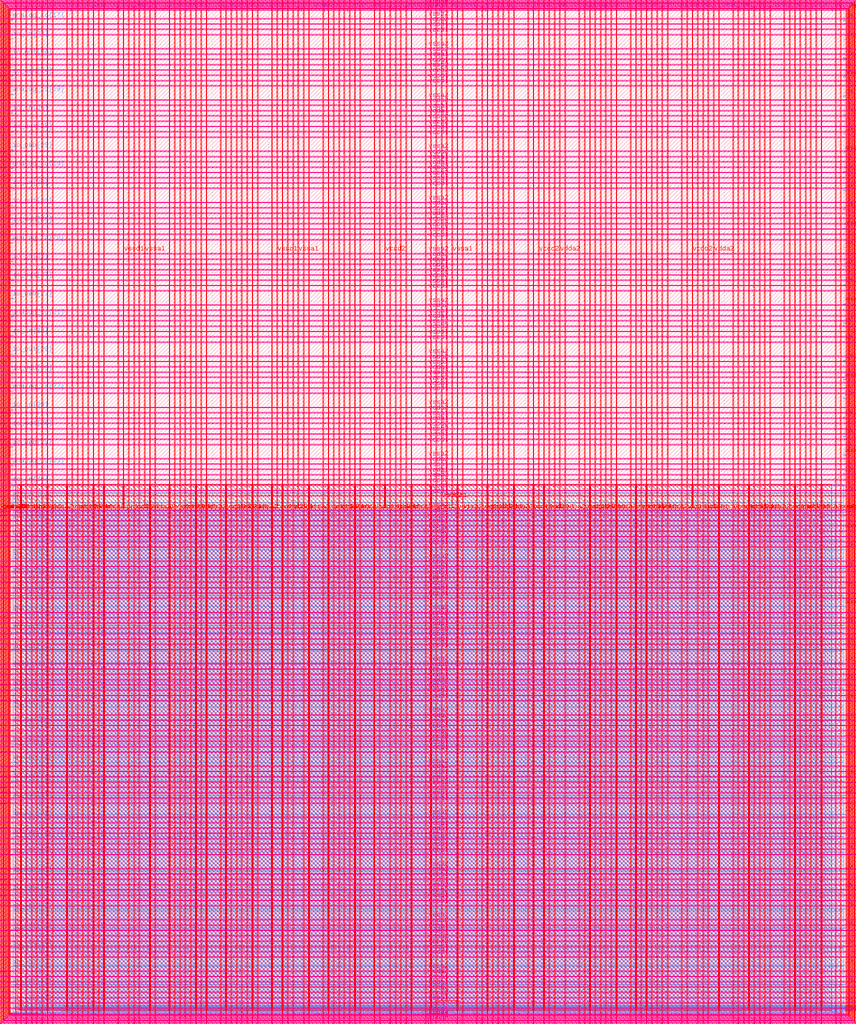
<source format=lef>
VERSION 5.7 ;
  NOWIREEXTENSIONATPIN ON ;
  DIVIDERCHAR "/" ;
  BUSBITCHARS "[]" ;
MACRO user_project_wrapper
  CLASS BLOCK ;
  FOREIGN user_project_wrapper ;
  ORIGIN 0.000 0.000 ;
  SIZE 2920.000 BY 3520.000 ;
  PIN analog_io[0]
    DIRECTION INOUT ;
    USE SIGNAL ;
    PORT
      LAYER met3 ;
        RECT 2917.600 1426.380 2924.800 1427.580 ;
    END
  END analog_io[0]
  PIN analog_io[10]
    DIRECTION INOUT ;
    USE SIGNAL ;
    PORT
      LAYER met2 ;
        RECT 2230.490 3517.600 2231.050 3524.800 ;
    END
  END analog_io[10]
  PIN analog_io[11]
    DIRECTION INOUT ;
    USE SIGNAL ;
    PORT
      LAYER met2 ;
        RECT 1905.730 3517.600 1906.290 3524.800 ;
    END
  END analog_io[11]
  PIN analog_io[12]
    DIRECTION INOUT ;
    USE SIGNAL ;
    PORT
      LAYER met2 ;
        RECT 1581.430 3517.600 1581.990 3524.800 ;
    END
  END analog_io[12]
  PIN analog_io[13]
    DIRECTION INOUT ;
    USE SIGNAL ;
    PORT
      LAYER met2 ;
        RECT 1257.130 3517.600 1257.690 3524.800 ;
    END
  END analog_io[13]
  PIN analog_io[14]
    DIRECTION INOUT ;
    USE SIGNAL ;
    PORT
      LAYER met2 ;
        RECT 932.370 3517.600 932.930 3524.800 ;
    END
  END analog_io[14]
  PIN analog_io[15]
    DIRECTION INOUT ;
    USE SIGNAL ;
    PORT
      LAYER met2 ;
        RECT 608.070 3517.600 608.630 3524.800 ;
    END
  END analog_io[15]
  PIN analog_io[16]
    DIRECTION INOUT ;
    USE SIGNAL ;
    PORT
      LAYER met2 ;
        RECT 283.770 3517.600 284.330 3524.800 ;
    END
  END analog_io[16]
  PIN analog_io[17]
    DIRECTION INOUT ;
    USE SIGNAL ;
    PORT
      LAYER met3 ;
        RECT -4.800 3486.100 2.400 3487.300 ;
    END
  END analog_io[17]
  PIN analog_io[18]
    DIRECTION INOUT ;
    USE SIGNAL ;
    PORT
      LAYER met3 ;
        RECT -4.800 3224.980 2.400 3226.180 ;
    END
  END analog_io[18]
  PIN analog_io[19]
    DIRECTION INOUT ;
    USE SIGNAL ;
    PORT
      LAYER met3 ;
        RECT -4.800 2964.540 2.400 2965.740 ;
    END
  END analog_io[19]
  PIN analog_io[1]
    DIRECTION INOUT ;
    USE SIGNAL ;
    PORT
      LAYER met3 ;
        RECT 2917.600 1692.260 2924.800 1693.460 ;
    END
  END analog_io[1]
  PIN analog_io[20]
    DIRECTION INOUT ;
    USE SIGNAL ;
    PORT
      LAYER met3 ;
        RECT -4.800 2703.420 2.400 2704.620 ;
    END
  END analog_io[20]
  PIN analog_io[21]
    DIRECTION INOUT ;
    USE SIGNAL ;
    PORT
      LAYER met3 ;
        RECT -4.800 2442.980 2.400 2444.180 ;
    END
  END analog_io[21]
  PIN analog_io[22]
    DIRECTION INOUT ;
    USE SIGNAL ;
    PORT
      LAYER met3 ;
        RECT -4.800 2182.540 2.400 2183.740 ;
    END
  END analog_io[22]
  PIN analog_io[23]
    DIRECTION INOUT ;
    USE SIGNAL ;
    PORT
      LAYER met3 ;
        RECT -4.800 1921.420 2.400 1922.620 ;
    END
  END analog_io[23]
  PIN analog_io[24]
    DIRECTION INOUT ;
    USE SIGNAL ;
    PORT
      LAYER met3 ;
        RECT -4.800 1660.980 2.400 1662.180 ;
    END
  END analog_io[24]
  PIN analog_io[25]
    DIRECTION INOUT ;
    USE SIGNAL ;
    PORT
      LAYER met3 ;
        RECT -4.800 1399.860 2.400 1401.060 ;
    END
  END analog_io[25]
  PIN analog_io[26]
    DIRECTION INOUT ;
    USE SIGNAL ;
    PORT
      LAYER met3 ;
        RECT -4.800 1139.420 2.400 1140.620 ;
    END
  END analog_io[26]
  PIN analog_io[27]
    DIRECTION INOUT ;
    USE SIGNAL ;
    PORT
      LAYER met3 ;
        RECT -4.800 878.980 2.400 880.180 ;
    END
  END analog_io[27]
  PIN analog_io[28]
    DIRECTION INOUT ;
    USE SIGNAL ;
    PORT
      LAYER met3 ;
        RECT -4.800 617.860 2.400 619.060 ;
    END
  END analog_io[28]
  PIN analog_io[2]
    DIRECTION INOUT ;
    USE SIGNAL ;
    PORT
      LAYER met3 ;
        RECT 2917.600 1958.140 2924.800 1959.340 ;
    END
  END analog_io[2]
  PIN analog_io[3]
    DIRECTION INOUT ;
    USE SIGNAL ;
    PORT
      LAYER met3 ;
        RECT 2917.600 2223.340 2924.800 2224.540 ;
    END
  END analog_io[3]
  PIN analog_io[4]
    DIRECTION INOUT ;
    USE SIGNAL ;
    PORT
      LAYER met3 ;
        RECT 2917.600 2489.220 2924.800 2490.420 ;
    END
  END analog_io[4]
  PIN analog_io[5]
    DIRECTION INOUT ;
    USE SIGNAL ;
    PORT
      LAYER met3 ;
        RECT 2917.600 2755.100 2924.800 2756.300 ;
    END
  END analog_io[5]
  PIN analog_io[6]
    DIRECTION INOUT ;
    USE SIGNAL ;
    PORT
      LAYER met3 ;
        RECT 2917.600 3020.300 2924.800 3021.500 ;
    END
  END analog_io[6]
  PIN analog_io[7]
    DIRECTION INOUT ;
    USE SIGNAL ;
    PORT
      LAYER met3 ;
        RECT 2917.600 3286.180 2924.800 3287.380 ;
    END
  END analog_io[7]
  PIN analog_io[8]
    DIRECTION INOUT ;
    USE SIGNAL ;
    PORT
      LAYER met2 ;
        RECT 2879.090 3517.600 2879.650 3524.800 ;
    END
  END analog_io[8]
  PIN analog_io[9]
    DIRECTION INOUT ;
    USE SIGNAL ;
    PORT
      LAYER met2 ;
        RECT 2554.790 3517.600 2555.350 3524.800 ;
    END
  END analog_io[9]
  PIN io_in[0]
    DIRECTION INPUT ;
    USE SIGNAL ;
    PORT
      LAYER met3 ;
        RECT 2917.600 32.380 2924.800 33.580 ;
    END
  END io_in[0]
  PIN io_in[10]
    DIRECTION INPUT ;
    USE SIGNAL ;
    PORT
      LAYER met3 ;
        RECT 2917.600 2289.980 2924.800 2291.180 ;
    END
  END io_in[10]
  PIN io_in[11]
    DIRECTION INPUT ;
    USE SIGNAL ;
    PORT
      LAYER met3 ;
        RECT 2917.600 2555.860 2924.800 2557.060 ;
    END
  END io_in[11]
  PIN io_in[12]
    DIRECTION INPUT ;
    USE SIGNAL ;
    PORT
      LAYER met3 ;
        RECT 2917.600 2821.060 2924.800 2822.260 ;
    END
  END io_in[12]
  PIN io_in[13]
    DIRECTION INPUT ;
    USE SIGNAL ;
    PORT
      LAYER met3 ;
        RECT 2917.600 3086.940 2924.800 3088.140 ;
    END
  END io_in[13]
  PIN io_in[14]
    DIRECTION INPUT ;
    USE SIGNAL ;
    PORT
      LAYER met3 ;
        RECT 2917.600 3352.820 2924.800 3354.020 ;
    END
  END io_in[14]
  PIN io_in[15]
    DIRECTION INPUT ;
    USE SIGNAL ;
    PORT
      LAYER met2 ;
        RECT 2798.130 3517.600 2798.690 3524.800 ;
    END
  END io_in[15]
  PIN io_in[16]
    DIRECTION INPUT ;
    USE SIGNAL ;
    PORT
      LAYER met2 ;
        RECT 2473.830 3517.600 2474.390 3524.800 ;
    END
  END io_in[16]
  PIN io_in[17]
    DIRECTION INPUT ;
    USE SIGNAL ;
    PORT
      LAYER met2 ;
        RECT 2149.070 3517.600 2149.630 3524.800 ;
    END
  END io_in[17]
  PIN io_in[18]
    DIRECTION INPUT ;
    USE SIGNAL ;
    PORT
      LAYER met2 ;
        RECT 1824.770 3517.600 1825.330 3524.800 ;
    END
  END io_in[18]
  PIN io_in[19]
    DIRECTION INPUT ;
    USE SIGNAL ;
    PORT
      LAYER met2 ;
        RECT 1500.470 3517.600 1501.030 3524.800 ;
    END
  END io_in[19]
  PIN io_in[1]
    DIRECTION INPUT ;
    USE SIGNAL ;
    PORT
      LAYER met3 ;
        RECT 2917.600 230.940 2924.800 232.140 ;
    END
  END io_in[1]
  PIN io_in[20]
    DIRECTION INPUT ;
    USE SIGNAL ;
    PORT
      LAYER met2 ;
        RECT 1175.710 3517.600 1176.270 3524.800 ;
    END
  END io_in[20]
  PIN io_in[21]
    DIRECTION INPUT ;
    USE SIGNAL ;
    PORT
      LAYER met2 ;
        RECT 851.410 3517.600 851.970 3524.800 ;
    END
  END io_in[21]
  PIN io_in[22]
    DIRECTION INPUT ;
    USE SIGNAL ;
    PORT
      LAYER met2 ;
        RECT 527.110 3517.600 527.670 3524.800 ;
    END
  END io_in[22]
  PIN io_in[23]
    DIRECTION INPUT ;
    USE SIGNAL ;
    PORT
      LAYER met2 ;
        RECT 202.350 3517.600 202.910 3524.800 ;
    END
  END io_in[23]
  PIN io_in[24]
    DIRECTION INPUT ;
    USE SIGNAL ;
    PORT
      LAYER met3 ;
        RECT -4.800 3420.820 2.400 3422.020 ;
    END
  END io_in[24]
  PIN io_in[25]
    DIRECTION INPUT ;
    USE SIGNAL ;
    PORT
      LAYER met3 ;
        RECT -4.800 3159.700 2.400 3160.900 ;
    END
  END io_in[25]
  PIN io_in[26]
    DIRECTION INPUT ;
    USE SIGNAL ;
    PORT
      LAYER met3 ;
        RECT -4.800 2899.260 2.400 2900.460 ;
    END
  END io_in[26]
  PIN io_in[27]
    DIRECTION INPUT ;
    USE SIGNAL ;
    PORT
      LAYER met3 ;
        RECT -4.800 2638.820 2.400 2640.020 ;
    END
  END io_in[27]
  PIN io_in[28]
    DIRECTION INPUT ;
    USE SIGNAL ;
    PORT
      LAYER met3 ;
        RECT -4.800 2377.700 2.400 2378.900 ;
    END
  END io_in[28]
  PIN io_in[29]
    DIRECTION INPUT ;
    USE SIGNAL ;
    PORT
      LAYER met3 ;
        RECT -4.800 2117.260 2.400 2118.460 ;
    END
  END io_in[29]
  PIN io_in[2]
    DIRECTION INPUT ;
    USE SIGNAL ;
    PORT
      LAYER met3 ;
        RECT 2917.600 430.180 2924.800 431.380 ;
    END
  END io_in[2]
  PIN io_in[30]
    DIRECTION INPUT ;
    USE SIGNAL ;
    PORT
      LAYER met3 ;
        RECT -4.800 1856.140 2.400 1857.340 ;
    END
  END io_in[30]
  PIN io_in[31]
    DIRECTION INPUT ;
    USE SIGNAL ;
    PORT
      LAYER met3 ;
        RECT -4.800 1595.700 2.400 1596.900 ;
    END
  END io_in[31]
  PIN io_in[32]
    DIRECTION INPUT ;
    USE SIGNAL ;
    PORT
      LAYER met3 ;
        RECT -4.800 1335.260 2.400 1336.460 ;
    END
  END io_in[32]
  PIN io_in[33]
    DIRECTION INPUT ;
    USE SIGNAL ;
    PORT
      LAYER met3 ;
        RECT -4.800 1074.140 2.400 1075.340 ;
    END
  END io_in[33]
  PIN io_in[34]
    DIRECTION INPUT ;
    USE SIGNAL ;
    PORT
      LAYER met3 ;
        RECT -4.800 813.700 2.400 814.900 ;
    END
  END io_in[34]
  PIN io_in[35]
    DIRECTION INPUT ;
    USE SIGNAL ;
    PORT
      LAYER met3 ;
        RECT -4.800 552.580 2.400 553.780 ;
    END
  END io_in[35]
  PIN io_in[36]
    DIRECTION INPUT ;
    USE SIGNAL ;
    PORT
      LAYER met3 ;
        RECT -4.800 357.420 2.400 358.620 ;
    END
  END io_in[36]
  PIN io_in[37]
    DIRECTION INPUT ;
    USE SIGNAL ;
    PORT
      LAYER met3 ;
        RECT -4.800 161.580 2.400 162.780 ;
    END
  END io_in[37]
  PIN io_in[3]
    DIRECTION INPUT ;
    USE SIGNAL ;
    PORT
      LAYER met3 ;
        RECT 2917.600 629.420 2924.800 630.620 ;
    END
  END io_in[3]
  PIN io_in[4]
    DIRECTION INPUT ;
    USE SIGNAL ;
    PORT
      LAYER met3 ;
        RECT 2917.600 828.660 2924.800 829.860 ;
    END
  END io_in[4]
  PIN io_in[5]
    DIRECTION INPUT ;
    USE SIGNAL ;
    PORT
      LAYER met3 ;
        RECT 2917.600 1027.900 2924.800 1029.100 ;
    END
  END io_in[5]
  PIN io_in[6]
    DIRECTION INPUT ;
    USE SIGNAL ;
    PORT
      LAYER met3 ;
        RECT 2917.600 1227.140 2924.800 1228.340 ;
    END
  END io_in[6]
  PIN io_in[7]
    DIRECTION INPUT ;
    USE SIGNAL ;
    PORT
      LAYER met3 ;
        RECT 2917.600 1493.020 2924.800 1494.220 ;
    END
  END io_in[7]
  PIN io_in[8]
    DIRECTION INPUT ;
    USE SIGNAL ;
    PORT
      LAYER met3 ;
        RECT 2917.600 1758.900 2924.800 1760.100 ;
    END
  END io_in[8]
  PIN io_in[9]
    DIRECTION INPUT ;
    USE SIGNAL ;
    PORT
      LAYER met3 ;
        RECT 2917.600 2024.100 2924.800 2025.300 ;
    END
  END io_in[9]
  PIN io_oeb[0]
    DIRECTION OUTPUT TRISTATE ;
    USE SIGNAL ;
    PORT
      LAYER met3 ;
        RECT 2917.600 164.980 2924.800 166.180 ;
    END
  END io_oeb[0]
  PIN io_oeb[10]
    DIRECTION OUTPUT TRISTATE ;
    USE SIGNAL ;
    PORT
      LAYER met3 ;
        RECT 2917.600 2422.580 2924.800 2423.780 ;
    END
  END io_oeb[10]
  PIN io_oeb[11]
    DIRECTION OUTPUT TRISTATE ;
    USE SIGNAL ;
    PORT
      LAYER met3 ;
        RECT 2917.600 2688.460 2924.800 2689.660 ;
    END
  END io_oeb[11]
  PIN io_oeb[12]
    DIRECTION OUTPUT TRISTATE ;
    USE SIGNAL ;
    PORT
      LAYER met3 ;
        RECT 2917.600 2954.340 2924.800 2955.540 ;
    END
  END io_oeb[12]
  PIN io_oeb[13]
    DIRECTION OUTPUT TRISTATE ;
    USE SIGNAL ;
    PORT
      LAYER met3 ;
        RECT 2917.600 3219.540 2924.800 3220.740 ;
    END
  END io_oeb[13]
  PIN io_oeb[14]
    DIRECTION OUTPUT TRISTATE ;
    USE SIGNAL ;
    PORT
      LAYER met3 ;
        RECT 2917.600 3485.420 2924.800 3486.620 ;
    END
  END io_oeb[14]
  PIN io_oeb[15]
    DIRECTION OUTPUT TRISTATE ;
    USE SIGNAL ;
    PORT
      LAYER met2 ;
        RECT 2635.750 3517.600 2636.310 3524.800 ;
    END
  END io_oeb[15]
  PIN io_oeb[16]
    DIRECTION OUTPUT TRISTATE ;
    USE SIGNAL ;
    PORT
      LAYER met2 ;
        RECT 2311.450 3517.600 2312.010 3524.800 ;
    END
  END io_oeb[16]
  PIN io_oeb[17]
    DIRECTION OUTPUT TRISTATE ;
    USE SIGNAL ;
    PORT
      LAYER met2 ;
        RECT 1987.150 3517.600 1987.710 3524.800 ;
    END
  END io_oeb[17]
  PIN io_oeb[18]
    DIRECTION OUTPUT TRISTATE ;
    USE SIGNAL ;
    PORT
      LAYER met2 ;
        RECT 1662.390 3517.600 1662.950 3524.800 ;
    END
  END io_oeb[18]
  PIN io_oeb[19]
    DIRECTION OUTPUT TRISTATE ;
    USE SIGNAL ;
    PORT
      LAYER met2 ;
        RECT 1338.090 3517.600 1338.650 3524.800 ;
    END
  END io_oeb[19]
  PIN io_oeb[1]
    DIRECTION OUTPUT TRISTATE ;
    USE SIGNAL ;
    PORT
      LAYER met3 ;
        RECT 2917.600 364.220 2924.800 365.420 ;
    END
  END io_oeb[1]
  PIN io_oeb[20]
    DIRECTION OUTPUT TRISTATE ;
    USE SIGNAL ;
    PORT
      LAYER met2 ;
        RECT 1013.790 3517.600 1014.350 3524.800 ;
    END
  END io_oeb[20]
  PIN io_oeb[21]
    DIRECTION OUTPUT TRISTATE ;
    USE SIGNAL ;
    PORT
      LAYER met2 ;
        RECT 689.030 3517.600 689.590 3524.800 ;
    END
  END io_oeb[21]
  PIN io_oeb[22]
    DIRECTION OUTPUT TRISTATE ;
    USE SIGNAL ;
    PORT
      LAYER met2 ;
        RECT 364.730 3517.600 365.290 3524.800 ;
    END
  END io_oeb[22]
  PIN io_oeb[23]
    DIRECTION OUTPUT TRISTATE ;
    USE SIGNAL ;
    PORT
      LAYER met2 ;
        RECT 40.430 3517.600 40.990 3524.800 ;
    END
  END io_oeb[23]
  PIN io_oeb[24]
    DIRECTION OUTPUT TRISTATE ;
    USE SIGNAL ;
    PORT
      LAYER met3 ;
        RECT -4.800 3290.260 2.400 3291.460 ;
    END
  END io_oeb[24]
  PIN io_oeb[25]
    DIRECTION OUTPUT TRISTATE ;
    USE SIGNAL ;
    PORT
      LAYER met3 ;
        RECT -4.800 3029.820 2.400 3031.020 ;
    END
  END io_oeb[25]
  PIN io_oeb[26]
    DIRECTION OUTPUT TRISTATE ;
    USE SIGNAL ;
    PORT
      LAYER met3 ;
        RECT -4.800 2768.700 2.400 2769.900 ;
    END
  END io_oeb[26]
  PIN io_oeb[27]
    DIRECTION OUTPUT TRISTATE ;
    USE SIGNAL ;
    PORT
      LAYER met3 ;
        RECT -4.800 2508.260 2.400 2509.460 ;
    END
  END io_oeb[27]
  PIN io_oeb[28]
    DIRECTION OUTPUT TRISTATE ;
    USE SIGNAL ;
    PORT
      LAYER met3 ;
        RECT -4.800 2247.140 2.400 2248.340 ;
    END
  END io_oeb[28]
  PIN io_oeb[29]
    DIRECTION OUTPUT TRISTATE ;
    USE SIGNAL ;
    PORT
      LAYER met3 ;
        RECT -4.800 1986.700 2.400 1987.900 ;
    END
  END io_oeb[29]
  PIN io_oeb[2]
    DIRECTION OUTPUT TRISTATE ;
    USE SIGNAL ;
    PORT
      LAYER met3 ;
        RECT 2917.600 563.460 2924.800 564.660 ;
    END
  END io_oeb[2]
  PIN io_oeb[30]
    DIRECTION OUTPUT TRISTATE ;
    USE SIGNAL ;
    PORT
      LAYER met3 ;
        RECT -4.800 1726.260 2.400 1727.460 ;
    END
  END io_oeb[30]
  PIN io_oeb[31]
    DIRECTION OUTPUT TRISTATE ;
    USE SIGNAL ;
    PORT
      LAYER met3 ;
        RECT -4.800 1465.140 2.400 1466.340 ;
    END
  END io_oeb[31]
  PIN io_oeb[32]
    DIRECTION OUTPUT TRISTATE ;
    USE SIGNAL ;
    PORT
      LAYER met3 ;
        RECT -4.800 1204.700 2.400 1205.900 ;
    END
  END io_oeb[32]
  PIN io_oeb[33]
    DIRECTION OUTPUT TRISTATE ;
    USE SIGNAL ;
    PORT
      LAYER met3 ;
        RECT -4.800 943.580 2.400 944.780 ;
    END
  END io_oeb[33]
  PIN io_oeb[34]
    DIRECTION OUTPUT TRISTATE ;
    USE SIGNAL ;
    PORT
      LAYER met3 ;
        RECT -4.800 683.140 2.400 684.340 ;
    END
  END io_oeb[34]
  PIN io_oeb[35]
    DIRECTION OUTPUT TRISTATE ;
    USE SIGNAL ;
    PORT
      LAYER met3 ;
        RECT -4.800 422.700 2.400 423.900 ;
    END
  END io_oeb[35]
  PIN io_oeb[36]
    DIRECTION OUTPUT TRISTATE ;
    USE SIGNAL ;
    PORT
      LAYER met3 ;
        RECT -4.800 226.860 2.400 228.060 ;
    END
  END io_oeb[36]
  PIN io_oeb[37]
    DIRECTION OUTPUT TRISTATE ;
    USE SIGNAL ;
    PORT
      LAYER met3 ;
        RECT -4.800 31.700 2.400 32.900 ;
    END
  END io_oeb[37]
  PIN io_oeb[3]
    DIRECTION OUTPUT TRISTATE ;
    USE SIGNAL ;
    PORT
      LAYER met3 ;
        RECT 2917.600 762.700 2924.800 763.900 ;
    END
  END io_oeb[3]
  PIN io_oeb[4]
    DIRECTION OUTPUT TRISTATE ;
    USE SIGNAL ;
    PORT
      LAYER met3 ;
        RECT 2917.600 961.940 2924.800 963.140 ;
    END
  END io_oeb[4]
  PIN io_oeb[5]
    DIRECTION OUTPUT TRISTATE ;
    USE SIGNAL ;
    PORT
      LAYER met3 ;
        RECT 2917.600 1161.180 2924.800 1162.380 ;
    END
  END io_oeb[5]
  PIN io_oeb[6]
    DIRECTION OUTPUT TRISTATE ;
    USE SIGNAL ;
    PORT
      LAYER met3 ;
        RECT 2917.600 1360.420 2924.800 1361.620 ;
    END
  END io_oeb[6]
  PIN io_oeb[7]
    DIRECTION OUTPUT TRISTATE ;
    USE SIGNAL ;
    PORT
      LAYER met3 ;
        RECT 2917.600 1625.620 2924.800 1626.820 ;
    END
  END io_oeb[7]
  PIN io_oeb[8]
    DIRECTION OUTPUT TRISTATE ;
    USE SIGNAL ;
    PORT
      LAYER met3 ;
        RECT 2917.600 1891.500 2924.800 1892.700 ;
    END
  END io_oeb[8]
  PIN io_oeb[9]
    DIRECTION OUTPUT TRISTATE ;
    USE SIGNAL ;
    PORT
      LAYER met3 ;
        RECT 2917.600 2157.380 2924.800 2158.580 ;
    END
  END io_oeb[9]
  PIN io_out[0]
    DIRECTION OUTPUT TRISTATE ;
    USE SIGNAL ;
    PORT
      LAYER met3 ;
        RECT 2917.600 98.340 2924.800 99.540 ;
    END
  END io_out[0]
  PIN io_out[10]
    DIRECTION OUTPUT TRISTATE ;
    USE SIGNAL ;
    PORT
      LAYER met3 ;
        RECT 2917.600 2356.620 2924.800 2357.820 ;
    END
  END io_out[10]
  PIN io_out[11]
    DIRECTION OUTPUT TRISTATE ;
    USE SIGNAL ;
    PORT
      LAYER met3 ;
        RECT 2917.600 2621.820 2924.800 2623.020 ;
    END
  END io_out[11]
  PIN io_out[12]
    DIRECTION OUTPUT TRISTATE ;
    USE SIGNAL ;
    PORT
      LAYER met3 ;
        RECT 2917.600 2887.700 2924.800 2888.900 ;
    END
  END io_out[12]
  PIN io_out[13]
    DIRECTION OUTPUT TRISTATE ;
    USE SIGNAL ;
    PORT
      LAYER met3 ;
        RECT 2917.600 3153.580 2924.800 3154.780 ;
    END
  END io_out[13]
  PIN io_out[14]
    DIRECTION OUTPUT TRISTATE ;
    USE SIGNAL ;
    PORT
      LAYER met3 ;
        RECT 2917.600 3418.780 2924.800 3419.980 ;
    END
  END io_out[14]
  PIN io_out[15]
    DIRECTION OUTPUT TRISTATE ;
    USE SIGNAL ;
    PORT
      LAYER met2 ;
        RECT 2717.170 3517.600 2717.730 3524.800 ;
    END
  END io_out[15]
  PIN io_out[16]
    DIRECTION OUTPUT TRISTATE ;
    USE SIGNAL ;
    PORT
      LAYER met2 ;
        RECT 2392.410 3517.600 2392.970 3524.800 ;
    END
  END io_out[16]
  PIN io_out[17]
    DIRECTION OUTPUT TRISTATE ;
    USE SIGNAL ;
    PORT
      LAYER met2 ;
        RECT 2068.110 3517.600 2068.670 3524.800 ;
    END
  END io_out[17]
  PIN io_out[18]
    DIRECTION OUTPUT TRISTATE ;
    USE SIGNAL ;
    PORT
      LAYER met2 ;
        RECT 1743.810 3517.600 1744.370 3524.800 ;
    END
  END io_out[18]
  PIN io_out[19]
    DIRECTION OUTPUT TRISTATE ;
    USE SIGNAL ;
    PORT
      LAYER met2 ;
        RECT 1419.050 3517.600 1419.610 3524.800 ;
    END
  END io_out[19]
  PIN io_out[1]
    DIRECTION OUTPUT TRISTATE ;
    USE SIGNAL ;
    PORT
      LAYER met3 ;
        RECT 2917.600 297.580 2924.800 298.780 ;
    END
  END io_out[1]
  PIN io_out[20]
    DIRECTION OUTPUT TRISTATE ;
    USE SIGNAL ;
    PORT
      LAYER met2 ;
        RECT 1094.750 3517.600 1095.310 3524.800 ;
    END
  END io_out[20]
  PIN io_out[21]
    DIRECTION OUTPUT TRISTATE ;
    USE SIGNAL ;
    PORT
      LAYER met2 ;
        RECT 770.450 3517.600 771.010 3524.800 ;
    END
  END io_out[21]
  PIN io_out[22]
    DIRECTION OUTPUT TRISTATE ;
    USE SIGNAL ;
    PORT
      LAYER met2 ;
        RECT 445.690 3517.600 446.250 3524.800 ;
    END
  END io_out[22]
  PIN io_out[23]
    DIRECTION OUTPUT TRISTATE ;
    USE SIGNAL ;
    PORT
      LAYER met2 ;
        RECT 121.390 3517.600 121.950 3524.800 ;
    END
  END io_out[23]
  PIN io_out[24]
    DIRECTION OUTPUT TRISTATE ;
    USE SIGNAL ;
    PORT
      LAYER met3 ;
        RECT -4.800 3355.540 2.400 3356.740 ;
    END
  END io_out[24]
  PIN io_out[25]
    DIRECTION OUTPUT TRISTATE ;
    USE SIGNAL ;
    PORT
      LAYER met3 ;
        RECT -4.800 3095.100 2.400 3096.300 ;
    END
  END io_out[25]
  PIN io_out[26]
    DIRECTION OUTPUT TRISTATE ;
    USE SIGNAL ;
    PORT
      LAYER met3 ;
        RECT -4.800 2833.980 2.400 2835.180 ;
    END
  END io_out[26]
  PIN io_out[27]
    DIRECTION OUTPUT TRISTATE ;
    USE SIGNAL ;
    PORT
      LAYER met3 ;
        RECT -4.800 2573.540 2.400 2574.740 ;
    END
  END io_out[27]
  PIN io_out[28]
    DIRECTION OUTPUT TRISTATE ;
    USE SIGNAL ;
    PORT
      LAYER met3 ;
        RECT -4.800 2312.420 2.400 2313.620 ;
    END
  END io_out[28]
  PIN io_out[29]
    DIRECTION OUTPUT TRISTATE ;
    USE SIGNAL ;
    PORT
      LAYER met3 ;
        RECT -4.800 2051.980 2.400 2053.180 ;
    END
  END io_out[29]
  PIN io_out[2]
    DIRECTION OUTPUT TRISTATE ;
    USE SIGNAL ;
    PORT
      LAYER met3 ;
        RECT 2917.600 496.820 2924.800 498.020 ;
    END
  END io_out[2]
  PIN io_out[30]
    DIRECTION OUTPUT TRISTATE ;
    USE SIGNAL ;
    PORT
      LAYER met3 ;
        RECT -4.800 1791.540 2.400 1792.740 ;
    END
  END io_out[30]
  PIN io_out[31]
    DIRECTION OUTPUT TRISTATE ;
    USE SIGNAL ;
    PORT
      LAYER met3 ;
        RECT -4.800 1530.420 2.400 1531.620 ;
    END
  END io_out[31]
  PIN io_out[32]
    DIRECTION OUTPUT TRISTATE ;
    USE SIGNAL ;
    PORT
      LAYER met3 ;
        RECT -4.800 1269.980 2.400 1271.180 ;
    END
  END io_out[32]
  PIN io_out[33]
    DIRECTION OUTPUT TRISTATE ;
    USE SIGNAL ;
    PORT
      LAYER met3 ;
        RECT -4.800 1008.860 2.400 1010.060 ;
    END
  END io_out[33]
  PIN io_out[34]
    DIRECTION OUTPUT TRISTATE ;
    USE SIGNAL ;
    PORT
      LAYER met3 ;
        RECT -4.800 748.420 2.400 749.620 ;
    END
  END io_out[34]
  PIN io_out[35]
    DIRECTION OUTPUT TRISTATE ;
    USE SIGNAL ;
    PORT
      LAYER met3 ;
        RECT -4.800 487.300 2.400 488.500 ;
    END
  END io_out[35]
  PIN io_out[36]
    DIRECTION OUTPUT TRISTATE ;
    USE SIGNAL ;
    PORT
      LAYER met3 ;
        RECT -4.800 292.140 2.400 293.340 ;
    END
  END io_out[36]
  PIN io_out[37]
    DIRECTION OUTPUT TRISTATE ;
    USE SIGNAL ;
    PORT
      LAYER met3 ;
        RECT -4.800 96.300 2.400 97.500 ;
    END
  END io_out[37]
  PIN io_out[3]
    DIRECTION OUTPUT TRISTATE ;
    USE SIGNAL ;
    PORT
      LAYER met3 ;
        RECT 2917.600 696.060 2924.800 697.260 ;
    END
  END io_out[3]
  PIN io_out[4]
    DIRECTION OUTPUT TRISTATE ;
    USE SIGNAL ;
    PORT
      LAYER met3 ;
        RECT 2917.600 895.300 2924.800 896.500 ;
    END
  END io_out[4]
  PIN io_out[5]
    DIRECTION OUTPUT TRISTATE ;
    USE SIGNAL ;
    PORT
      LAYER met3 ;
        RECT 2917.600 1094.540 2924.800 1095.740 ;
    END
  END io_out[5]
  PIN io_out[6]
    DIRECTION OUTPUT TRISTATE ;
    USE SIGNAL ;
    PORT
      LAYER met3 ;
        RECT 2917.600 1293.780 2924.800 1294.980 ;
    END
  END io_out[6]
  PIN io_out[7]
    DIRECTION OUTPUT TRISTATE ;
    USE SIGNAL ;
    PORT
      LAYER met3 ;
        RECT 2917.600 1559.660 2924.800 1560.860 ;
    END
  END io_out[7]
  PIN io_out[8]
    DIRECTION OUTPUT TRISTATE ;
    USE SIGNAL ;
    PORT
      LAYER met3 ;
        RECT 2917.600 1824.860 2924.800 1826.060 ;
    END
  END io_out[8]
  PIN io_out[9]
    DIRECTION OUTPUT TRISTATE ;
    USE SIGNAL ;
    PORT
      LAYER met3 ;
        RECT 2917.600 2090.740 2924.800 2091.940 ;
    END
  END io_out[9]
  PIN la_data_in[0]
    DIRECTION INPUT ;
    USE SIGNAL ;
    PORT
      LAYER met2 ;
        RECT 629.230 -4.800 629.790 2.400 ;
    END
  END la_data_in[0]
  PIN la_data_in[100]
    DIRECTION INPUT ;
    USE SIGNAL ;
    PORT
      LAYER met2 ;
        RECT 2402.530 -4.800 2403.090 2.400 ;
    END
  END la_data_in[100]
  PIN la_data_in[101]
    DIRECTION INPUT ;
    USE SIGNAL ;
    PORT
      LAYER met2 ;
        RECT 2420.010 -4.800 2420.570 2.400 ;
    END
  END la_data_in[101]
  PIN la_data_in[102]
    DIRECTION INPUT ;
    USE SIGNAL ;
    PORT
      LAYER met2 ;
        RECT 2437.950 -4.800 2438.510 2.400 ;
    END
  END la_data_in[102]
  PIN la_data_in[103]
    DIRECTION INPUT ;
    USE SIGNAL ;
    PORT
      LAYER met2 ;
        RECT 2455.430 -4.800 2455.990 2.400 ;
    END
  END la_data_in[103]
  PIN la_data_in[104]
    DIRECTION INPUT ;
    USE SIGNAL ;
    PORT
      LAYER met2 ;
        RECT 2473.370 -4.800 2473.930 2.400 ;
    END
  END la_data_in[104]
  PIN la_data_in[105]
    DIRECTION INPUT ;
    USE SIGNAL ;
    PORT
      LAYER met2 ;
        RECT 2490.850 -4.800 2491.410 2.400 ;
    END
  END la_data_in[105]
  PIN la_data_in[106]
    DIRECTION INPUT ;
    USE SIGNAL ;
    PORT
      LAYER met2 ;
        RECT 2508.790 -4.800 2509.350 2.400 ;
    END
  END la_data_in[106]
  PIN la_data_in[107]
    DIRECTION INPUT ;
    USE SIGNAL ;
    PORT
      LAYER met2 ;
        RECT 2526.730 -4.800 2527.290 2.400 ;
    END
  END la_data_in[107]
  PIN la_data_in[108]
    DIRECTION INPUT ;
    USE SIGNAL ;
    PORT
      LAYER met2 ;
        RECT 2544.210 -4.800 2544.770 2.400 ;
    END
  END la_data_in[108]
  PIN la_data_in[109]
    DIRECTION INPUT ;
    USE SIGNAL ;
    PORT
      LAYER met2 ;
        RECT 2562.150 -4.800 2562.710 2.400 ;
    END
  END la_data_in[109]
  PIN la_data_in[10]
    DIRECTION INPUT ;
    USE SIGNAL ;
    PORT
      LAYER met2 ;
        RECT 806.330 -4.800 806.890 2.400 ;
    END
  END la_data_in[10]
  PIN la_data_in[110]
    DIRECTION INPUT ;
    USE SIGNAL ;
    PORT
      LAYER met2 ;
        RECT 2579.630 -4.800 2580.190 2.400 ;
    END
  END la_data_in[110]
  PIN la_data_in[111]
    DIRECTION INPUT ;
    USE SIGNAL ;
    PORT
      LAYER met2 ;
        RECT 2597.570 -4.800 2598.130 2.400 ;
    END
  END la_data_in[111]
  PIN la_data_in[112]
    DIRECTION INPUT ;
    USE SIGNAL ;
    PORT
      LAYER met2 ;
        RECT 2615.050 -4.800 2615.610 2.400 ;
    END
  END la_data_in[112]
  PIN la_data_in[113]
    DIRECTION INPUT ;
    USE SIGNAL ;
    PORT
      LAYER met2 ;
        RECT 2632.990 -4.800 2633.550 2.400 ;
    END
  END la_data_in[113]
  PIN la_data_in[114]
    DIRECTION INPUT ;
    USE SIGNAL ;
    PORT
      LAYER met2 ;
        RECT 2650.470 -4.800 2651.030 2.400 ;
    END
  END la_data_in[114]
  PIN la_data_in[115]
    DIRECTION INPUT ;
    USE SIGNAL ;
    PORT
      LAYER met2 ;
        RECT 2668.410 -4.800 2668.970 2.400 ;
    END
  END la_data_in[115]
  PIN la_data_in[116]
    DIRECTION INPUT ;
    USE SIGNAL ;
    PORT
      LAYER met2 ;
        RECT 2685.890 -4.800 2686.450 2.400 ;
    END
  END la_data_in[116]
  PIN la_data_in[117]
    DIRECTION INPUT ;
    USE SIGNAL ;
    PORT
      LAYER met2 ;
        RECT 2703.830 -4.800 2704.390 2.400 ;
    END
  END la_data_in[117]
  PIN la_data_in[118]
    DIRECTION INPUT ;
    USE SIGNAL ;
    PORT
      LAYER met2 ;
        RECT 2721.770 -4.800 2722.330 2.400 ;
    END
  END la_data_in[118]
  PIN la_data_in[119]
    DIRECTION INPUT ;
    USE SIGNAL ;
    PORT
      LAYER met2 ;
        RECT 2739.250 -4.800 2739.810 2.400 ;
    END
  END la_data_in[119]
  PIN la_data_in[11]
    DIRECTION INPUT ;
    USE SIGNAL ;
    PORT
      LAYER met2 ;
        RECT 824.270 -4.800 824.830 2.400 ;
    END
  END la_data_in[11]
  PIN la_data_in[120]
    DIRECTION INPUT ;
    USE SIGNAL ;
    PORT
      LAYER met2 ;
        RECT 2757.190 -4.800 2757.750 2.400 ;
    END
  END la_data_in[120]
  PIN la_data_in[121]
    DIRECTION INPUT ;
    USE SIGNAL ;
    PORT
      LAYER met2 ;
        RECT 2774.670 -4.800 2775.230 2.400 ;
    END
  END la_data_in[121]
  PIN la_data_in[122]
    DIRECTION INPUT ;
    USE SIGNAL ;
    PORT
      LAYER met2 ;
        RECT 2792.610 -4.800 2793.170 2.400 ;
    END
  END la_data_in[122]
  PIN la_data_in[123]
    DIRECTION INPUT ;
    USE SIGNAL ;
    PORT
      LAYER met2 ;
        RECT 2810.090 -4.800 2810.650 2.400 ;
    END
  END la_data_in[123]
  PIN la_data_in[124]
    DIRECTION INPUT ;
    USE SIGNAL ;
    PORT
      LAYER met2 ;
        RECT 2828.030 -4.800 2828.590 2.400 ;
    END
  END la_data_in[124]
  PIN la_data_in[125]
    DIRECTION INPUT ;
    USE SIGNAL ;
    PORT
      LAYER met2 ;
        RECT 2845.510 -4.800 2846.070 2.400 ;
    END
  END la_data_in[125]
  PIN la_data_in[126]
    DIRECTION INPUT ;
    USE SIGNAL ;
    PORT
      LAYER met2 ;
        RECT 2863.450 -4.800 2864.010 2.400 ;
    END
  END la_data_in[126]
  PIN la_data_in[127]
    DIRECTION INPUT ;
    USE SIGNAL ;
    PORT
      LAYER met2 ;
        RECT 2881.390 -4.800 2881.950 2.400 ;
    END
  END la_data_in[127]
  PIN la_data_in[12]
    DIRECTION INPUT ;
    USE SIGNAL ;
    PORT
      LAYER met2 ;
        RECT 841.750 -4.800 842.310 2.400 ;
    END
  END la_data_in[12]
  PIN la_data_in[13]
    DIRECTION INPUT ;
    USE SIGNAL ;
    PORT
      LAYER met2 ;
        RECT 859.690 -4.800 860.250 2.400 ;
    END
  END la_data_in[13]
  PIN la_data_in[14]
    DIRECTION INPUT ;
    USE SIGNAL ;
    PORT
      LAYER met2 ;
        RECT 877.170 -4.800 877.730 2.400 ;
    END
  END la_data_in[14]
  PIN la_data_in[15]
    DIRECTION INPUT ;
    USE SIGNAL ;
    PORT
      LAYER met2 ;
        RECT 895.110 -4.800 895.670 2.400 ;
    END
  END la_data_in[15]
  PIN la_data_in[16]
    DIRECTION INPUT ;
    USE SIGNAL ;
    PORT
      LAYER met2 ;
        RECT 912.590 -4.800 913.150 2.400 ;
    END
  END la_data_in[16]
  PIN la_data_in[17]
    DIRECTION INPUT ;
    USE SIGNAL ;
    PORT
      LAYER met2 ;
        RECT 930.530 -4.800 931.090 2.400 ;
    END
  END la_data_in[17]
  PIN la_data_in[18]
    DIRECTION INPUT ;
    USE SIGNAL ;
    PORT
      LAYER met2 ;
        RECT 948.470 -4.800 949.030 2.400 ;
    END
  END la_data_in[18]
  PIN la_data_in[19]
    DIRECTION INPUT ;
    USE SIGNAL ;
    PORT
      LAYER met2 ;
        RECT 965.950 -4.800 966.510 2.400 ;
    END
  END la_data_in[19]
  PIN la_data_in[1]
    DIRECTION INPUT ;
    USE SIGNAL ;
    PORT
      LAYER met2 ;
        RECT 646.710 -4.800 647.270 2.400 ;
    END
  END la_data_in[1]
  PIN la_data_in[20]
    DIRECTION INPUT ;
    USE SIGNAL ;
    PORT
      LAYER met2 ;
        RECT 983.890 -4.800 984.450 2.400 ;
    END
  END la_data_in[20]
  PIN la_data_in[21]
    DIRECTION INPUT ;
    USE SIGNAL ;
    PORT
      LAYER met2 ;
        RECT 1001.370 -4.800 1001.930 2.400 ;
    END
  END la_data_in[21]
  PIN la_data_in[22]
    DIRECTION INPUT ;
    USE SIGNAL ;
    PORT
      LAYER met2 ;
        RECT 1019.310 -4.800 1019.870 2.400 ;
    END
  END la_data_in[22]
  PIN la_data_in[23]
    DIRECTION INPUT ;
    USE SIGNAL ;
    PORT
      LAYER met2 ;
        RECT 1036.790 -4.800 1037.350 2.400 ;
    END
  END la_data_in[23]
  PIN la_data_in[24]
    DIRECTION INPUT ;
    USE SIGNAL ;
    PORT
      LAYER met2 ;
        RECT 1054.730 -4.800 1055.290 2.400 ;
    END
  END la_data_in[24]
  PIN la_data_in[25]
    DIRECTION INPUT ;
    USE SIGNAL ;
    PORT
      LAYER met2 ;
        RECT 1072.210 -4.800 1072.770 2.400 ;
    END
  END la_data_in[25]
  PIN la_data_in[26]
    DIRECTION INPUT ;
    USE SIGNAL ;
    PORT
      LAYER met2 ;
        RECT 1090.150 -4.800 1090.710 2.400 ;
    END
  END la_data_in[26]
  PIN la_data_in[27]
    DIRECTION INPUT ;
    USE SIGNAL ;
    PORT
      LAYER met2 ;
        RECT 1107.630 -4.800 1108.190 2.400 ;
    END
  END la_data_in[27]
  PIN la_data_in[28]
    DIRECTION INPUT ;
    USE SIGNAL ;
    PORT
      LAYER met2 ;
        RECT 1125.570 -4.800 1126.130 2.400 ;
    END
  END la_data_in[28]
  PIN la_data_in[29]
    DIRECTION INPUT ;
    USE SIGNAL ;
    PORT
      LAYER met2 ;
        RECT 1143.510 -4.800 1144.070 2.400 ;
    END
  END la_data_in[29]
  PIN la_data_in[2]
    DIRECTION INPUT ;
    USE SIGNAL ;
    PORT
      LAYER met2 ;
        RECT 664.650 -4.800 665.210 2.400 ;
    END
  END la_data_in[2]
  PIN la_data_in[30]
    DIRECTION INPUT ;
    USE SIGNAL ;
    PORT
      LAYER met2 ;
        RECT 1160.990 -4.800 1161.550 2.400 ;
    END
  END la_data_in[30]
  PIN la_data_in[31]
    DIRECTION INPUT ;
    USE SIGNAL ;
    PORT
      LAYER met2 ;
        RECT 1178.930 -4.800 1179.490 2.400 ;
    END
  END la_data_in[31]
  PIN la_data_in[32]
    DIRECTION INPUT ;
    USE SIGNAL ;
    PORT
      LAYER met2 ;
        RECT 1196.410 -4.800 1196.970 2.400 ;
    END
  END la_data_in[32]
  PIN la_data_in[33]
    DIRECTION INPUT ;
    USE SIGNAL ;
    PORT
      LAYER met2 ;
        RECT 1214.350 -4.800 1214.910 2.400 ;
    END
  END la_data_in[33]
  PIN la_data_in[34]
    DIRECTION INPUT ;
    USE SIGNAL ;
    PORT
      LAYER met2 ;
        RECT 1231.830 -4.800 1232.390 2.400 ;
    END
  END la_data_in[34]
  PIN la_data_in[35]
    DIRECTION INPUT ;
    USE SIGNAL ;
    PORT
      LAYER met2 ;
        RECT 1249.770 -4.800 1250.330 2.400 ;
    END
  END la_data_in[35]
  PIN la_data_in[36]
    DIRECTION INPUT ;
    USE SIGNAL ;
    PORT
      LAYER met2 ;
        RECT 1267.250 -4.800 1267.810 2.400 ;
    END
  END la_data_in[36]
  PIN la_data_in[37]
    DIRECTION INPUT ;
    USE SIGNAL ;
    PORT
      LAYER met2 ;
        RECT 1285.190 -4.800 1285.750 2.400 ;
    END
  END la_data_in[37]
  PIN la_data_in[38]
    DIRECTION INPUT ;
    USE SIGNAL ;
    PORT
      LAYER met2 ;
        RECT 1303.130 -4.800 1303.690 2.400 ;
    END
  END la_data_in[38]
  PIN la_data_in[39]
    DIRECTION INPUT ;
    USE SIGNAL ;
    PORT
      LAYER met2 ;
        RECT 1320.610 -4.800 1321.170 2.400 ;
    END
  END la_data_in[39]
  PIN la_data_in[3]
    DIRECTION INPUT ;
    USE SIGNAL ;
    PORT
      LAYER met2 ;
        RECT 682.130 -4.800 682.690 2.400 ;
    END
  END la_data_in[3]
  PIN la_data_in[40]
    DIRECTION INPUT ;
    USE SIGNAL ;
    PORT
      LAYER met2 ;
        RECT 1338.550 -4.800 1339.110 2.400 ;
    END
  END la_data_in[40]
  PIN la_data_in[41]
    DIRECTION INPUT ;
    USE SIGNAL ;
    PORT
      LAYER met2 ;
        RECT 1356.030 -4.800 1356.590 2.400 ;
    END
  END la_data_in[41]
  PIN la_data_in[42]
    DIRECTION INPUT ;
    USE SIGNAL ;
    PORT
      LAYER met2 ;
        RECT 1373.970 -4.800 1374.530 2.400 ;
    END
  END la_data_in[42]
  PIN la_data_in[43]
    DIRECTION INPUT ;
    USE SIGNAL ;
    PORT
      LAYER met2 ;
        RECT 1391.450 -4.800 1392.010 2.400 ;
    END
  END la_data_in[43]
  PIN la_data_in[44]
    DIRECTION INPUT ;
    USE SIGNAL ;
    PORT
      LAYER met2 ;
        RECT 1409.390 -4.800 1409.950 2.400 ;
    END
  END la_data_in[44]
  PIN la_data_in[45]
    DIRECTION INPUT ;
    USE SIGNAL ;
    PORT
      LAYER met2 ;
        RECT 1426.870 -4.800 1427.430 2.400 ;
    END
  END la_data_in[45]
  PIN la_data_in[46]
    DIRECTION INPUT ;
    USE SIGNAL ;
    PORT
      LAYER met2 ;
        RECT 1444.810 -4.800 1445.370 2.400 ;
    END
  END la_data_in[46]
  PIN la_data_in[47]
    DIRECTION INPUT ;
    USE SIGNAL ;
    PORT
      LAYER met2 ;
        RECT 1462.750 -4.800 1463.310 2.400 ;
    END
  END la_data_in[47]
  PIN la_data_in[48]
    DIRECTION INPUT ;
    USE SIGNAL ;
    PORT
      LAYER met2 ;
        RECT 1480.230 -4.800 1480.790 2.400 ;
    END
  END la_data_in[48]
  PIN la_data_in[49]
    DIRECTION INPUT ;
    USE SIGNAL ;
    PORT
      LAYER met2 ;
        RECT 1498.170 -4.800 1498.730 2.400 ;
    END
  END la_data_in[49]
  PIN la_data_in[4]
    DIRECTION INPUT ;
    USE SIGNAL ;
    PORT
      LAYER met2 ;
        RECT 700.070 -4.800 700.630 2.400 ;
    END
  END la_data_in[4]
  PIN la_data_in[50]
    DIRECTION INPUT ;
    USE SIGNAL ;
    PORT
      LAYER met2 ;
        RECT 1515.650 -4.800 1516.210 2.400 ;
    END
  END la_data_in[50]
  PIN la_data_in[51]
    DIRECTION INPUT ;
    USE SIGNAL ;
    PORT
      LAYER met2 ;
        RECT 1533.590 -4.800 1534.150 2.400 ;
    END
  END la_data_in[51]
  PIN la_data_in[52]
    DIRECTION INPUT ;
    USE SIGNAL ;
    PORT
      LAYER met2 ;
        RECT 1551.070 -4.800 1551.630 2.400 ;
    END
  END la_data_in[52]
  PIN la_data_in[53]
    DIRECTION INPUT ;
    USE SIGNAL ;
    PORT
      LAYER met2 ;
        RECT 1569.010 -4.800 1569.570 2.400 ;
    END
  END la_data_in[53]
  PIN la_data_in[54]
    DIRECTION INPUT ;
    USE SIGNAL ;
    PORT
      LAYER met2 ;
        RECT 1586.490 -4.800 1587.050 2.400 ;
    END
  END la_data_in[54]
  PIN la_data_in[55]
    DIRECTION INPUT ;
    USE SIGNAL ;
    PORT
      LAYER met2 ;
        RECT 1604.430 -4.800 1604.990 2.400 ;
    END
  END la_data_in[55]
  PIN la_data_in[56]
    DIRECTION INPUT ;
    USE SIGNAL ;
    PORT
      LAYER met2 ;
        RECT 1621.910 -4.800 1622.470 2.400 ;
    END
  END la_data_in[56]
  PIN la_data_in[57]
    DIRECTION INPUT ;
    USE SIGNAL ;
    PORT
      LAYER met2 ;
        RECT 1639.850 -4.800 1640.410 2.400 ;
    END
  END la_data_in[57]
  PIN la_data_in[58]
    DIRECTION INPUT ;
    USE SIGNAL ;
    PORT
      LAYER met2 ;
        RECT 1657.790 -4.800 1658.350 2.400 ;
    END
  END la_data_in[58]
  PIN la_data_in[59]
    DIRECTION INPUT ;
    USE SIGNAL ;
    PORT
      LAYER met2 ;
        RECT 1675.270 -4.800 1675.830 2.400 ;
    END
  END la_data_in[59]
  PIN la_data_in[5]
    DIRECTION INPUT ;
    USE SIGNAL ;
    PORT
      LAYER met2 ;
        RECT 717.550 -4.800 718.110 2.400 ;
    END
  END la_data_in[5]
  PIN la_data_in[60]
    DIRECTION INPUT ;
    USE SIGNAL ;
    PORT
      LAYER met2 ;
        RECT 1693.210 -4.800 1693.770 2.400 ;
    END
  END la_data_in[60]
  PIN la_data_in[61]
    DIRECTION INPUT ;
    USE SIGNAL ;
    PORT
      LAYER met2 ;
        RECT 1710.690 -4.800 1711.250 2.400 ;
    END
  END la_data_in[61]
  PIN la_data_in[62]
    DIRECTION INPUT ;
    USE SIGNAL ;
    PORT
      LAYER met2 ;
        RECT 1728.630 -4.800 1729.190 2.400 ;
    END
  END la_data_in[62]
  PIN la_data_in[63]
    DIRECTION INPUT ;
    USE SIGNAL ;
    PORT
      LAYER met2 ;
        RECT 1746.110 -4.800 1746.670 2.400 ;
    END
  END la_data_in[63]
  PIN la_data_in[64]
    DIRECTION INPUT ;
    USE SIGNAL ;
    PORT
      LAYER met2 ;
        RECT 1764.050 -4.800 1764.610 2.400 ;
    END
  END la_data_in[64]
  PIN la_data_in[65]
    DIRECTION INPUT ;
    USE SIGNAL ;
    PORT
      LAYER met2 ;
        RECT 1781.530 -4.800 1782.090 2.400 ;
    END
  END la_data_in[65]
  PIN la_data_in[66]
    DIRECTION INPUT ;
    USE SIGNAL ;
    PORT
      LAYER met2 ;
        RECT 1799.470 -4.800 1800.030 2.400 ;
    END
  END la_data_in[66]
  PIN la_data_in[67]
    DIRECTION INPUT ;
    USE SIGNAL ;
    PORT
      LAYER met2 ;
        RECT 1817.410 -4.800 1817.970 2.400 ;
    END
  END la_data_in[67]
  PIN la_data_in[68]
    DIRECTION INPUT ;
    USE SIGNAL ;
    PORT
      LAYER met2 ;
        RECT 1834.890 -4.800 1835.450 2.400 ;
    END
  END la_data_in[68]
  PIN la_data_in[69]
    DIRECTION INPUT ;
    USE SIGNAL ;
    PORT
      LAYER met2 ;
        RECT 1852.830 -4.800 1853.390 2.400 ;
    END
  END la_data_in[69]
  PIN la_data_in[6]
    DIRECTION INPUT ;
    USE SIGNAL ;
    PORT
      LAYER met2 ;
        RECT 735.490 -4.800 736.050 2.400 ;
    END
  END la_data_in[6]
  PIN la_data_in[70]
    DIRECTION INPUT ;
    USE SIGNAL ;
    PORT
      LAYER met2 ;
        RECT 1870.310 -4.800 1870.870 2.400 ;
    END
  END la_data_in[70]
  PIN la_data_in[71]
    DIRECTION INPUT ;
    USE SIGNAL ;
    PORT
      LAYER met2 ;
        RECT 1888.250 -4.800 1888.810 2.400 ;
    END
  END la_data_in[71]
  PIN la_data_in[72]
    DIRECTION INPUT ;
    USE SIGNAL ;
    PORT
      LAYER met2 ;
        RECT 1905.730 -4.800 1906.290 2.400 ;
    END
  END la_data_in[72]
  PIN la_data_in[73]
    DIRECTION INPUT ;
    USE SIGNAL ;
    PORT
      LAYER met2 ;
        RECT 1923.670 -4.800 1924.230 2.400 ;
    END
  END la_data_in[73]
  PIN la_data_in[74]
    DIRECTION INPUT ;
    USE SIGNAL ;
    PORT
      LAYER met2 ;
        RECT 1941.150 -4.800 1941.710 2.400 ;
    END
  END la_data_in[74]
  PIN la_data_in[75]
    DIRECTION INPUT ;
    USE SIGNAL ;
    PORT
      LAYER met2 ;
        RECT 1959.090 -4.800 1959.650 2.400 ;
    END
  END la_data_in[75]
  PIN la_data_in[76]
    DIRECTION INPUT ;
    USE SIGNAL ;
    PORT
      LAYER met2 ;
        RECT 1976.570 -4.800 1977.130 2.400 ;
    END
  END la_data_in[76]
  PIN la_data_in[77]
    DIRECTION INPUT ;
    USE SIGNAL ;
    PORT
      LAYER met2 ;
        RECT 1994.510 -4.800 1995.070 2.400 ;
    END
  END la_data_in[77]
  PIN la_data_in[78]
    DIRECTION INPUT ;
    USE SIGNAL ;
    PORT
      LAYER met2 ;
        RECT 2012.450 -4.800 2013.010 2.400 ;
    END
  END la_data_in[78]
  PIN la_data_in[79]
    DIRECTION INPUT ;
    USE SIGNAL ;
    PORT
      LAYER met2 ;
        RECT 2029.930 -4.800 2030.490 2.400 ;
    END
  END la_data_in[79]
  PIN la_data_in[7]
    DIRECTION INPUT ;
    USE SIGNAL ;
    PORT
      LAYER met2 ;
        RECT 752.970 -4.800 753.530 2.400 ;
    END
  END la_data_in[7]
  PIN la_data_in[80]
    DIRECTION INPUT ;
    USE SIGNAL ;
    PORT
      LAYER met2 ;
        RECT 2047.870 -4.800 2048.430 2.400 ;
    END
  END la_data_in[80]
  PIN la_data_in[81]
    DIRECTION INPUT ;
    USE SIGNAL ;
    PORT
      LAYER met2 ;
        RECT 2065.350 -4.800 2065.910 2.400 ;
    END
  END la_data_in[81]
  PIN la_data_in[82]
    DIRECTION INPUT ;
    USE SIGNAL ;
    PORT
      LAYER met2 ;
        RECT 2083.290 -4.800 2083.850 2.400 ;
    END
  END la_data_in[82]
  PIN la_data_in[83]
    DIRECTION INPUT ;
    USE SIGNAL ;
    PORT
      LAYER met2 ;
        RECT 2100.770 -4.800 2101.330 2.400 ;
    END
  END la_data_in[83]
  PIN la_data_in[84]
    DIRECTION INPUT ;
    USE SIGNAL ;
    PORT
      LAYER met2 ;
        RECT 2118.710 -4.800 2119.270 2.400 ;
    END
  END la_data_in[84]
  PIN la_data_in[85]
    DIRECTION INPUT ;
    USE SIGNAL ;
    PORT
      LAYER met2 ;
        RECT 2136.190 -4.800 2136.750 2.400 ;
    END
  END la_data_in[85]
  PIN la_data_in[86]
    DIRECTION INPUT ;
    USE SIGNAL ;
    PORT
      LAYER met2 ;
        RECT 2154.130 -4.800 2154.690 2.400 ;
    END
  END la_data_in[86]
  PIN la_data_in[87]
    DIRECTION INPUT ;
    USE SIGNAL ;
    PORT
      LAYER met2 ;
        RECT 2172.070 -4.800 2172.630 2.400 ;
    END
  END la_data_in[87]
  PIN la_data_in[88]
    DIRECTION INPUT ;
    USE SIGNAL ;
    PORT
      LAYER met2 ;
        RECT 2189.550 -4.800 2190.110 2.400 ;
    END
  END la_data_in[88]
  PIN la_data_in[89]
    DIRECTION INPUT ;
    USE SIGNAL ;
    PORT
      LAYER met2 ;
        RECT 2207.490 -4.800 2208.050 2.400 ;
    END
  END la_data_in[89]
  PIN la_data_in[8]
    DIRECTION INPUT ;
    USE SIGNAL ;
    PORT
      LAYER met2 ;
        RECT 770.910 -4.800 771.470 2.400 ;
    END
  END la_data_in[8]
  PIN la_data_in[90]
    DIRECTION INPUT ;
    USE SIGNAL ;
    PORT
      LAYER met2 ;
        RECT 2224.970 -4.800 2225.530 2.400 ;
    END
  END la_data_in[90]
  PIN la_data_in[91]
    DIRECTION INPUT ;
    USE SIGNAL ;
    PORT
      LAYER met2 ;
        RECT 2242.910 -4.800 2243.470 2.400 ;
    END
  END la_data_in[91]
  PIN la_data_in[92]
    DIRECTION INPUT ;
    USE SIGNAL ;
    PORT
      LAYER met2 ;
        RECT 2260.390 -4.800 2260.950 2.400 ;
    END
  END la_data_in[92]
  PIN la_data_in[93]
    DIRECTION INPUT ;
    USE SIGNAL ;
    PORT
      LAYER met2 ;
        RECT 2278.330 -4.800 2278.890 2.400 ;
    END
  END la_data_in[93]
  PIN la_data_in[94]
    DIRECTION INPUT ;
    USE SIGNAL ;
    PORT
      LAYER met2 ;
        RECT 2295.810 -4.800 2296.370 2.400 ;
    END
  END la_data_in[94]
  PIN la_data_in[95]
    DIRECTION INPUT ;
    USE SIGNAL ;
    PORT
      LAYER met2 ;
        RECT 2313.750 -4.800 2314.310 2.400 ;
    END
  END la_data_in[95]
  PIN la_data_in[96]
    DIRECTION INPUT ;
    USE SIGNAL ;
    PORT
      LAYER met2 ;
        RECT 2331.230 -4.800 2331.790 2.400 ;
    END
  END la_data_in[96]
  PIN la_data_in[97]
    DIRECTION INPUT ;
    USE SIGNAL ;
    PORT
      LAYER met2 ;
        RECT 2349.170 -4.800 2349.730 2.400 ;
    END
  END la_data_in[97]
  PIN la_data_in[98]
    DIRECTION INPUT ;
    USE SIGNAL ;
    PORT
      LAYER met2 ;
        RECT 2367.110 -4.800 2367.670 2.400 ;
    END
  END la_data_in[98]
  PIN la_data_in[99]
    DIRECTION INPUT ;
    USE SIGNAL ;
    PORT
      LAYER met2 ;
        RECT 2384.590 -4.800 2385.150 2.400 ;
    END
  END la_data_in[99]
  PIN la_data_in[9]
    DIRECTION INPUT ;
    USE SIGNAL ;
    PORT
      LAYER met2 ;
        RECT 788.850 -4.800 789.410 2.400 ;
    END
  END la_data_in[9]
  PIN la_data_out[0]
    DIRECTION OUTPUT TRISTATE ;
    USE SIGNAL ;
    PORT
      LAYER met2 ;
        RECT 634.750 -4.800 635.310 2.400 ;
    END
  END la_data_out[0]
  PIN la_data_out[100]
    DIRECTION OUTPUT TRISTATE ;
    USE SIGNAL ;
    PORT
      LAYER met2 ;
        RECT 2408.510 -4.800 2409.070 2.400 ;
    END
  END la_data_out[100]
  PIN la_data_out[101]
    DIRECTION OUTPUT TRISTATE ;
    USE SIGNAL ;
    PORT
      LAYER met2 ;
        RECT 2425.990 -4.800 2426.550 2.400 ;
    END
  END la_data_out[101]
  PIN la_data_out[102]
    DIRECTION OUTPUT TRISTATE ;
    USE SIGNAL ;
    PORT
      LAYER met2 ;
        RECT 2443.930 -4.800 2444.490 2.400 ;
    END
  END la_data_out[102]
  PIN la_data_out[103]
    DIRECTION OUTPUT TRISTATE ;
    USE SIGNAL ;
    PORT
      LAYER met2 ;
        RECT 2461.410 -4.800 2461.970 2.400 ;
    END
  END la_data_out[103]
  PIN la_data_out[104]
    DIRECTION OUTPUT TRISTATE ;
    USE SIGNAL ;
    PORT
      LAYER met2 ;
        RECT 2479.350 -4.800 2479.910 2.400 ;
    END
  END la_data_out[104]
  PIN la_data_out[105]
    DIRECTION OUTPUT TRISTATE ;
    USE SIGNAL ;
    PORT
      LAYER met2 ;
        RECT 2496.830 -4.800 2497.390 2.400 ;
    END
  END la_data_out[105]
  PIN la_data_out[106]
    DIRECTION OUTPUT TRISTATE ;
    USE SIGNAL ;
    PORT
      LAYER met2 ;
        RECT 2514.770 -4.800 2515.330 2.400 ;
    END
  END la_data_out[106]
  PIN la_data_out[107]
    DIRECTION OUTPUT TRISTATE ;
    USE SIGNAL ;
    PORT
      LAYER met2 ;
        RECT 2532.250 -4.800 2532.810 2.400 ;
    END
  END la_data_out[107]
  PIN la_data_out[108]
    DIRECTION OUTPUT TRISTATE ;
    USE SIGNAL ;
    PORT
      LAYER met2 ;
        RECT 2550.190 -4.800 2550.750 2.400 ;
    END
  END la_data_out[108]
  PIN la_data_out[109]
    DIRECTION OUTPUT TRISTATE ;
    USE SIGNAL ;
    PORT
      LAYER met2 ;
        RECT 2567.670 -4.800 2568.230 2.400 ;
    END
  END la_data_out[109]
  PIN la_data_out[10]
    DIRECTION OUTPUT TRISTATE ;
    USE SIGNAL ;
    PORT
      LAYER met2 ;
        RECT 812.310 -4.800 812.870 2.400 ;
    END
  END la_data_out[10]
  PIN la_data_out[110]
    DIRECTION OUTPUT TRISTATE ;
    USE SIGNAL ;
    PORT
      LAYER met2 ;
        RECT 2585.610 -4.800 2586.170 2.400 ;
    END
  END la_data_out[110]
  PIN la_data_out[111]
    DIRECTION OUTPUT TRISTATE ;
    USE SIGNAL ;
    PORT
      LAYER met2 ;
        RECT 2603.550 -4.800 2604.110 2.400 ;
    END
  END la_data_out[111]
  PIN la_data_out[112]
    DIRECTION OUTPUT TRISTATE ;
    USE SIGNAL ;
    PORT
      LAYER met2 ;
        RECT 2621.030 -4.800 2621.590 2.400 ;
    END
  END la_data_out[112]
  PIN la_data_out[113]
    DIRECTION OUTPUT TRISTATE ;
    USE SIGNAL ;
    PORT
      LAYER met2 ;
        RECT 2638.970 -4.800 2639.530 2.400 ;
    END
  END la_data_out[113]
  PIN la_data_out[114]
    DIRECTION OUTPUT TRISTATE ;
    USE SIGNAL ;
    PORT
      LAYER met2 ;
        RECT 2656.450 -4.800 2657.010 2.400 ;
    END
  END la_data_out[114]
  PIN la_data_out[115]
    DIRECTION OUTPUT TRISTATE ;
    USE SIGNAL ;
    PORT
      LAYER met2 ;
        RECT 2674.390 -4.800 2674.950 2.400 ;
    END
  END la_data_out[115]
  PIN la_data_out[116]
    DIRECTION OUTPUT TRISTATE ;
    USE SIGNAL ;
    PORT
      LAYER met2 ;
        RECT 2691.870 -4.800 2692.430 2.400 ;
    END
  END la_data_out[116]
  PIN la_data_out[117]
    DIRECTION OUTPUT TRISTATE ;
    USE SIGNAL ;
    PORT
      LAYER met2 ;
        RECT 2709.810 -4.800 2710.370 2.400 ;
    END
  END la_data_out[117]
  PIN la_data_out[118]
    DIRECTION OUTPUT TRISTATE ;
    USE SIGNAL ;
    PORT
      LAYER met2 ;
        RECT 2727.290 -4.800 2727.850 2.400 ;
    END
  END la_data_out[118]
  PIN la_data_out[119]
    DIRECTION OUTPUT TRISTATE ;
    USE SIGNAL ;
    PORT
      LAYER met2 ;
        RECT 2745.230 -4.800 2745.790 2.400 ;
    END
  END la_data_out[119]
  PIN la_data_out[11]
    DIRECTION OUTPUT TRISTATE ;
    USE SIGNAL ;
    PORT
      LAYER met2 ;
        RECT 830.250 -4.800 830.810 2.400 ;
    END
  END la_data_out[11]
  PIN la_data_out[120]
    DIRECTION OUTPUT TRISTATE ;
    USE SIGNAL ;
    PORT
      LAYER met2 ;
        RECT 2763.170 -4.800 2763.730 2.400 ;
    END
  END la_data_out[120]
  PIN la_data_out[121]
    DIRECTION OUTPUT TRISTATE ;
    USE SIGNAL ;
    PORT
      LAYER met2 ;
        RECT 2780.650 -4.800 2781.210 2.400 ;
    END
  END la_data_out[121]
  PIN la_data_out[122]
    DIRECTION OUTPUT TRISTATE ;
    USE SIGNAL ;
    PORT
      LAYER met2 ;
        RECT 2798.590 -4.800 2799.150 2.400 ;
    END
  END la_data_out[122]
  PIN la_data_out[123]
    DIRECTION OUTPUT TRISTATE ;
    USE SIGNAL ;
    PORT
      LAYER met2 ;
        RECT 2816.070 -4.800 2816.630 2.400 ;
    END
  END la_data_out[123]
  PIN la_data_out[124]
    DIRECTION OUTPUT TRISTATE ;
    USE SIGNAL ;
    PORT
      LAYER met2 ;
        RECT 2834.010 -4.800 2834.570 2.400 ;
    END
  END la_data_out[124]
  PIN la_data_out[125]
    DIRECTION OUTPUT TRISTATE ;
    USE SIGNAL ;
    PORT
      LAYER met2 ;
        RECT 2851.490 -4.800 2852.050 2.400 ;
    END
  END la_data_out[125]
  PIN la_data_out[126]
    DIRECTION OUTPUT TRISTATE ;
    USE SIGNAL ;
    PORT
      LAYER met2 ;
        RECT 2869.430 -4.800 2869.990 2.400 ;
    END
  END la_data_out[126]
  PIN la_data_out[127]
    DIRECTION OUTPUT TRISTATE ;
    USE SIGNAL ;
    PORT
      LAYER met2 ;
        RECT 2886.910 -4.800 2887.470 2.400 ;
    END
  END la_data_out[127]
  PIN la_data_out[12]
    DIRECTION OUTPUT TRISTATE ;
    USE SIGNAL ;
    PORT
      LAYER met2 ;
        RECT 847.730 -4.800 848.290 2.400 ;
    END
  END la_data_out[12]
  PIN la_data_out[13]
    DIRECTION OUTPUT TRISTATE ;
    USE SIGNAL ;
    PORT
      LAYER met2 ;
        RECT 865.670 -4.800 866.230 2.400 ;
    END
  END la_data_out[13]
  PIN la_data_out[14]
    DIRECTION OUTPUT TRISTATE ;
    USE SIGNAL ;
    PORT
      LAYER met2 ;
        RECT 883.150 -4.800 883.710 2.400 ;
    END
  END la_data_out[14]
  PIN la_data_out[15]
    DIRECTION OUTPUT TRISTATE ;
    USE SIGNAL ;
    PORT
      LAYER met2 ;
        RECT 901.090 -4.800 901.650 2.400 ;
    END
  END la_data_out[15]
  PIN la_data_out[16]
    DIRECTION OUTPUT TRISTATE ;
    USE SIGNAL ;
    PORT
      LAYER met2 ;
        RECT 918.570 -4.800 919.130 2.400 ;
    END
  END la_data_out[16]
  PIN la_data_out[17]
    DIRECTION OUTPUT TRISTATE ;
    USE SIGNAL ;
    PORT
      LAYER met2 ;
        RECT 936.510 -4.800 937.070 2.400 ;
    END
  END la_data_out[17]
  PIN la_data_out[18]
    DIRECTION OUTPUT TRISTATE ;
    USE SIGNAL ;
    PORT
      LAYER met2 ;
        RECT 953.990 -4.800 954.550 2.400 ;
    END
  END la_data_out[18]
  PIN la_data_out[19]
    DIRECTION OUTPUT TRISTATE ;
    USE SIGNAL ;
    PORT
      LAYER met2 ;
        RECT 971.930 -4.800 972.490 2.400 ;
    END
  END la_data_out[19]
  PIN la_data_out[1]
    DIRECTION OUTPUT TRISTATE ;
    USE SIGNAL ;
    PORT
      LAYER met2 ;
        RECT 652.690 -4.800 653.250 2.400 ;
    END
  END la_data_out[1]
  PIN la_data_out[20]
    DIRECTION OUTPUT TRISTATE ;
    USE SIGNAL ;
    PORT
      LAYER met2 ;
        RECT 989.410 -4.800 989.970 2.400 ;
    END
  END la_data_out[20]
  PIN la_data_out[21]
    DIRECTION OUTPUT TRISTATE ;
    USE SIGNAL ;
    PORT
      LAYER met2 ;
        RECT 1007.350 -4.800 1007.910 2.400 ;
    END
  END la_data_out[21]
  PIN la_data_out[22]
    DIRECTION OUTPUT TRISTATE ;
    USE SIGNAL ;
    PORT
      LAYER met2 ;
        RECT 1025.290 -4.800 1025.850 2.400 ;
    END
  END la_data_out[22]
  PIN la_data_out[23]
    DIRECTION OUTPUT TRISTATE ;
    USE SIGNAL ;
    PORT
      LAYER met2 ;
        RECT 1042.770 -4.800 1043.330 2.400 ;
    END
  END la_data_out[23]
  PIN la_data_out[24]
    DIRECTION OUTPUT TRISTATE ;
    USE SIGNAL ;
    PORT
      LAYER met2 ;
        RECT 1060.710 -4.800 1061.270 2.400 ;
    END
  END la_data_out[24]
  PIN la_data_out[25]
    DIRECTION OUTPUT TRISTATE ;
    USE SIGNAL ;
    PORT
      LAYER met2 ;
        RECT 1078.190 -4.800 1078.750 2.400 ;
    END
  END la_data_out[25]
  PIN la_data_out[26]
    DIRECTION OUTPUT TRISTATE ;
    USE SIGNAL ;
    PORT
      LAYER met2 ;
        RECT 1096.130 -4.800 1096.690 2.400 ;
    END
  END la_data_out[26]
  PIN la_data_out[27]
    DIRECTION OUTPUT TRISTATE ;
    USE SIGNAL ;
    PORT
      LAYER met2 ;
        RECT 1113.610 -4.800 1114.170 2.400 ;
    END
  END la_data_out[27]
  PIN la_data_out[28]
    DIRECTION OUTPUT TRISTATE ;
    USE SIGNAL ;
    PORT
      LAYER met2 ;
        RECT 1131.550 -4.800 1132.110 2.400 ;
    END
  END la_data_out[28]
  PIN la_data_out[29]
    DIRECTION OUTPUT TRISTATE ;
    USE SIGNAL ;
    PORT
      LAYER met2 ;
        RECT 1149.030 -4.800 1149.590 2.400 ;
    END
  END la_data_out[29]
  PIN la_data_out[2]
    DIRECTION OUTPUT TRISTATE ;
    USE SIGNAL ;
    PORT
      LAYER met2 ;
        RECT 670.630 -4.800 671.190 2.400 ;
    END
  END la_data_out[2]
  PIN la_data_out[30]
    DIRECTION OUTPUT TRISTATE ;
    USE SIGNAL ;
    PORT
      LAYER met2 ;
        RECT 1166.970 -4.800 1167.530 2.400 ;
    END
  END la_data_out[30]
  PIN la_data_out[31]
    DIRECTION OUTPUT TRISTATE ;
    USE SIGNAL ;
    PORT
      LAYER met2 ;
        RECT 1184.910 -4.800 1185.470 2.400 ;
    END
  END la_data_out[31]
  PIN la_data_out[32]
    DIRECTION OUTPUT TRISTATE ;
    USE SIGNAL ;
    PORT
      LAYER met2 ;
        RECT 1202.390 -4.800 1202.950 2.400 ;
    END
  END la_data_out[32]
  PIN la_data_out[33]
    DIRECTION OUTPUT TRISTATE ;
    USE SIGNAL ;
    PORT
      LAYER met2 ;
        RECT 1220.330 -4.800 1220.890 2.400 ;
    END
  END la_data_out[33]
  PIN la_data_out[34]
    DIRECTION OUTPUT TRISTATE ;
    USE SIGNAL ;
    PORT
      LAYER met2 ;
        RECT 1237.810 -4.800 1238.370 2.400 ;
    END
  END la_data_out[34]
  PIN la_data_out[35]
    DIRECTION OUTPUT TRISTATE ;
    USE SIGNAL ;
    PORT
      LAYER met2 ;
        RECT 1255.750 -4.800 1256.310 2.400 ;
    END
  END la_data_out[35]
  PIN la_data_out[36]
    DIRECTION OUTPUT TRISTATE ;
    USE SIGNAL ;
    PORT
      LAYER met2 ;
        RECT 1273.230 -4.800 1273.790 2.400 ;
    END
  END la_data_out[36]
  PIN la_data_out[37]
    DIRECTION OUTPUT TRISTATE ;
    USE SIGNAL ;
    PORT
      LAYER met2 ;
        RECT 1291.170 -4.800 1291.730 2.400 ;
    END
  END la_data_out[37]
  PIN la_data_out[38]
    DIRECTION OUTPUT TRISTATE ;
    USE SIGNAL ;
    PORT
      LAYER met2 ;
        RECT 1308.650 -4.800 1309.210 2.400 ;
    END
  END la_data_out[38]
  PIN la_data_out[39]
    DIRECTION OUTPUT TRISTATE ;
    USE SIGNAL ;
    PORT
      LAYER met2 ;
        RECT 1326.590 -4.800 1327.150 2.400 ;
    END
  END la_data_out[39]
  PIN la_data_out[3]
    DIRECTION OUTPUT TRISTATE ;
    USE SIGNAL ;
    PORT
      LAYER met2 ;
        RECT 688.110 -4.800 688.670 2.400 ;
    END
  END la_data_out[3]
  PIN la_data_out[40]
    DIRECTION OUTPUT TRISTATE ;
    USE SIGNAL ;
    PORT
      LAYER met2 ;
        RECT 1344.070 -4.800 1344.630 2.400 ;
    END
  END la_data_out[40]
  PIN la_data_out[41]
    DIRECTION OUTPUT TRISTATE ;
    USE SIGNAL ;
    PORT
      LAYER met2 ;
        RECT 1362.010 -4.800 1362.570 2.400 ;
    END
  END la_data_out[41]
  PIN la_data_out[42]
    DIRECTION OUTPUT TRISTATE ;
    USE SIGNAL ;
    PORT
      LAYER met2 ;
        RECT 1379.950 -4.800 1380.510 2.400 ;
    END
  END la_data_out[42]
  PIN la_data_out[43]
    DIRECTION OUTPUT TRISTATE ;
    USE SIGNAL ;
    PORT
      LAYER met2 ;
        RECT 1397.430 -4.800 1397.990 2.400 ;
    END
  END la_data_out[43]
  PIN la_data_out[44]
    DIRECTION OUTPUT TRISTATE ;
    USE SIGNAL ;
    PORT
      LAYER met2 ;
        RECT 1415.370 -4.800 1415.930 2.400 ;
    END
  END la_data_out[44]
  PIN la_data_out[45]
    DIRECTION OUTPUT TRISTATE ;
    USE SIGNAL ;
    PORT
      LAYER met2 ;
        RECT 1432.850 -4.800 1433.410 2.400 ;
    END
  END la_data_out[45]
  PIN la_data_out[46]
    DIRECTION OUTPUT TRISTATE ;
    USE SIGNAL ;
    PORT
      LAYER met2 ;
        RECT 1450.790 -4.800 1451.350 2.400 ;
    END
  END la_data_out[46]
  PIN la_data_out[47]
    DIRECTION OUTPUT TRISTATE ;
    USE SIGNAL ;
    PORT
      LAYER met2 ;
        RECT 1468.270 -4.800 1468.830 2.400 ;
    END
  END la_data_out[47]
  PIN la_data_out[48]
    DIRECTION OUTPUT TRISTATE ;
    USE SIGNAL ;
    PORT
      LAYER met2 ;
        RECT 1486.210 -4.800 1486.770 2.400 ;
    END
  END la_data_out[48]
  PIN la_data_out[49]
    DIRECTION OUTPUT TRISTATE ;
    USE SIGNAL ;
    PORT
      LAYER met2 ;
        RECT 1503.690 -4.800 1504.250 2.400 ;
    END
  END la_data_out[49]
  PIN la_data_out[4]
    DIRECTION OUTPUT TRISTATE ;
    USE SIGNAL ;
    PORT
      LAYER met2 ;
        RECT 706.050 -4.800 706.610 2.400 ;
    END
  END la_data_out[4]
  PIN la_data_out[50]
    DIRECTION OUTPUT TRISTATE ;
    USE SIGNAL ;
    PORT
      LAYER met2 ;
        RECT 1521.630 -4.800 1522.190 2.400 ;
    END
  END la_data_out[50]
  PIN la_data_out[51]
    DIRECTION OUTPUT TRISTATE ;
    USE SIGNAL ;
    PORT
      LAYER met2 ;
        RECT 1539.570 -4.800 1540.130 2.400 ;
    END
  END la_data_out[51]
  PIN la_data_out[52]
    DIRECTION OUTPUT TRISTATE ;
    USE SIGNAL ;
    PORT
      LAYER met2 ;
        RECT 1557.050 -4.800 1557.610 2.400 ;
    END
  END la_data_out[52]
  PIN la_data_out[53]
    DIRECTION OUTPUT TRISTATE ;
    USE SIGNAL ;
    PORT
      LAYER met2 ;
        RECT 1574.990 -4.800 1575.550 2.400 ;
    END
  END la_data_out[53]
  PIN la_data_out[54]
    DIRECTION OUTPUT TRISTATE ;
    USE SIGNAL ;
    PORT
      LAYER met2 ;
        RECT 1592.470 -4.800 1593.030 2.400 ;
    END
  END la_data_out[54]
  PIN la_data_out[55]
    DIRECTION OUTPUT TRISTATE ;
    USE SIGNAL ;
    PORT
      LAYER met2 ;
        RECT 1610.410 -4.800 1610.970 2.400 ;
    END
  END la_data_out[55]
  PIN la_data_out[56]
    DIRECTION OUTPUT TRISTATE ;
    USE SIGNAL ;
    PORT
      LAYER met2 ;
        RECT 1627.890 -4.800 1628.450 2.400 ;
    END
  END la_data_out[56]
  PIN la_data_out[57]
    DIRECTION OUTPUT TRISTATE ;
    USE SIGNAL ;
    PORT
      LAYER met2 ;
        RECT 1645.830 -4.800 1646.390 2.400 ;
    END
  END la_data_out[57]
  PIN la_data_out[58]
    DIRECTION OUTPUT TRISTATE ;
    USE SIGNAL ;
    PORT
      LAYER met2 ;
        RECT 1663.310 -4.800 1663.870 2.400 ;
    END
  END la_data_out[58]
  PIN la_data_out[59]
    DIRECTION OUTPUT TRISTATE ;
    USE SIGNAL ;
    PORT
      LAYER met2 ;
        RECT 1681.250 -4.800 1681.810 2.400 ;
    END
  END la_data_out[59]
  PIN la_data_out[5]
    DIRECTION OUTPUT TRISTATE ;
    USE SIGNAL ;
    PORT
      LAYER met2 ;
        RECT 723.530 -4.800 724.090 2.400 ;
    END
  END la_data_out[5]
  PIN la_data_out[60]
    DIRECTION OUTPUT TRISTATE ;
    USE SIGNAL ;
    PORT
      LAYER met2 ;
        RECT 1699.190 -4.800 1699.750 2.400 ;
    END
  END la_data_out[60]
  PIN la_data_out[61]
    DIRECTION OUTPUT TRISTATE ;
    USE SIGNAL ;
    PORT
      LAYER met2 ;
        RECT 1716.670 -4.800 1717.230 2.400 ;
    END
  END la_data_out[61]
  PIN la_data_out[62]
    DIRECTION OUTPUT TRISTATE ;
    USE SIGNAL ;
    PORT
      LAYER met2 ;
        RECT 1734.610 -4.800 1735.170 2.400 ;
    END
  END la_data_out[62]
  PIN la_data_out[63]
    DIRECTION OUTPUT TRISTATE ;
    USE SIGNAL ;
    PORT
      LAYER met2 ;
        RECT 1752.090 -4.800 1752.650 2.400 ;
    END
  END la_data_out[63]
  PIN la_data_out[64]
    DIRECTION OUTPUT TRISTATE ;
    USE SIGNAL ;
    PORT
      LAYER met2 ;
        RECT 1770.030 -4.800 1770.590 2.400 ;
    END
  END la_data_out[64]
  PIN la_data_out[65]
    DIRECTION OUTPUT TRISTATE ;
    USE SIGNAL ;
    PORT
      LAYER met2 ;
        RECT 1787.510 -4.800 1788.070 2.400 ;
    END
  END la_data_out[65]
  PIN la_data_out[66]
    DIRECTION OUTPUT TRISTATE ;
    USE SIGNAL ;
    PORT
      LAYER met2 ;
        RECT 1805.450 -4.800 1806.010 2.400 ;
    END
  END la_data_out[66]
  PIN la_data_out[67]
    DIRECTION OUTPUT TRISTATE ;
    USE SIGNAL ;
    PORT
      LAYER met2 ;
        RECT 1822.930 -4.800 1823.490 2.400 ;
    END
  END la_data_out[67]
  PIN la_data_out[68]
    DIRECTION OUTPUT TRISTATE ;
    USE SIGNAL ;
    PORT
      LAYER met2 ;
        RECT 1840.870 -4.800 1841.430 2.400 ;
    END
  END la_data_out[68]
  PIN la_data_out[69]
    DIRECTION OUTPUT TRISTATE ;
    USE SIGNAL ;
    PORT
      LAYER met2 ;
        RECT 1858.350 -4.800 1858.910 2.400 ;
    END
  END la_data_out[69]
  PIN la_data_out[6]
    DIRECTION OUTPUT TRISTATE ;
    USE SIGNAL ;
    PORT
      LAYER met2 ;
        RECT 741.470 -4.800 742.030 2.400 ;
    END
  END la_data_out[6]
  PIN la_data_out[70]
    DIRECTION OUTPUT TRISTATE ;
    USE SIGNAL ;
    PORT
      LAYER met2 ;
        RECT 1876.290 -4.800 1876.850 2.400 ;
    END
  END la_data_out[70]
  PIN la_data_out[71]
    DIRECTION OUTPUT TRISTATE ;
    USE SIGNAL ;
    PORT
      LAYER met2 ;
        RECT 1894.230 -4.800 1894.790 2.400 ;
    END
  END la_data_out[71]
  PIN la_data_out[72]
    DIRECTION OUTPUT TRISTATE ;
    USE SIGNAL ;
    PORT
      LAYER met2 ;
        RECT 1911.710 -4.800 1912.270 2.400 ;
    END
  END la_data_out[72]
  PIN la_data_out[73]
    DIRECTION OUTPUT TRISTATE ;
    USE SIGNAL ;
    PORT
      LAYER met2 ;
        RECT 1929.650 -4.800 1930.210 2.400 ;
    END
  END la_data_out[73]
  PIN la_data_out[74]
    DIRECTION OUTPUT TRISTATE ;
    USE SIGNAL ;
    PORT
      LAYER met2 ;
        RECT 1947.130 -4.800 1947.690 2.400 ;
    END
  END la_data_out[74]
  PIN la_data_out[75]
    DIRECTION OUTPUT TRISTATE ;
    USE SIGNAL ;
    PORT
      LAYER met2 ;
        RECT 1965.070 -4.800 1965.630 2.400 ;
    END
  END la_data_out[75]
  PIN la_data_out[76]
    DIRECTION OUTPUT TRISTATE ;
    USE SIGNAL ;
    PORT
      LAYER met2 ;
        RECT 1982.550 -4.800 1983.110 2.400 ;
    END
  END la_data_out[76]
  PIN la_data_out[77]
    DIRECTION OUTPUT TRISTATE ;
    USE SIGNAL ;
    PORT
      LAYER met2 ;
        RECT 2000.490 -4.800 2001.050 2.400 ;
    END
  END la_data_out[77]
  PIN la_data_out[78]
    DIRECTION OUTPUT TRISTATE ;
    USE SIGNAL ;
    PORT
      LAYER met2 ;
        RECT 2017.970 -4.800 2018.530 2.400 ;
    END
  END la_data_out[78]
  PIN la_data_out[79]
    DIRECTION OUTPUT TRISTATE ;
    USE SIGNAL ;
    PORT
      LAYER met2 ;
        RECT 2035.910 -4.800 2036.470 2.400 ;
    END
  END la_data_out[79]
  PIN la_data_out[7]
    DIRECTION OUTPUT TRISTATE ;
    USE SIGNAL ;
    PORT
      LAYER met2 ;
        RECT 758.950 -4.800 759.510 2.400 ;
    END
  END la_data_out[7]
  PIN la_data_out[80]
    DIRECTION OUTPUT TRISTATE ;
    USE SIGNAL ;
    PORT
      LAYER met2 ;
        RECT 2053.850 -4.800 2054.410 2.400 ;
    END
  END la_data_out[80]
  PIN la_data_out[81]
    DIRECTION OUTPUT TRISTATE ;
    USE SIGNAL ;
    PORT
      LAYER met2 ;
        RECT 2071.330 -4.800 2071.890 2.400 ;
    END
  END la_data_out[81]
  PIN la_data_out[82]
    DIRECTION OUTPUT TRISTATE ;
    USE SIGNAL ;
    PORT
      LAYER met2 ;
        RECT 2089.270 -4.800 2089.830 2.400 ;
    END
  END la_data_out[82]
  PIN la_data_out[83]
    DIRECTION OUTPUT TRISTATE ;
    USE SIGNAL ;
    PORT
      LAYER met2 ;
        RECT 2106.750 -4.800 2107.310 2.400 ;
    END
  END la_data_out[83]
  PIN la_data_out[84]
    DIRECTION OUTPUT TRISTATE ;
    USE SIGNAL ;
    PORT
      LAYER met2 ;
        RECT 2124.690 -4.800 2125.250 2.400 ;
    END
  END la_data_out[84]
  PIN la_data_out[85]
    DIRECTION OUTPUT TRISTATE ;
    USE SIGNAL ;
    PORT
      LAYER met2 ;
        RECT 2142.170 -4.800 2142.730 2.400 ;
    END
  END la_data_out[85]
  PIN la_data_out[86]
    DIRECTION OUTPUT TRISTATE ;
    USE SIGNAL ;
    PORT
      LAYER met2 ;
        RECT 2160.110 -4.800 2160.670 2.400 ;
    END
  END la_data_out[86]
  PIN la_data_out[87]
    DIRECTION OUTPUT TRISTATE ;
    USE SIGNAL ;
    PORT
      LAYER met2 ;
        RECT 2177.590 -4.800 2178.150 2.400 ;
    END
  END la_data_out[87]
  PIN la_data_out[88]
    DIRECTION OUTPUT TRISTATE ;
    USE SIGNAL ;
    PORT
      LAYER met2 ;
        RECT 2195.530 -4.800 2196.090 2.400 ;
    END
  END la_data_out[88]
  PIN la_data_out[89]
    DIRECTION OUTPUT TRISTATE ;
    USE SIGNAL ;
    PORT
      LAYER met2 ;
        RECT 2213.010 -4.800 2213.570 2.400 ;
    END
  END la_data_out[89]
  PIN la_data_out[8]
    DIRECTION OUTPUT TRISTATE ;
    USE SIGNAL ;
    PORT
      LAYER met2 ;
        RECT 776.890 -4.800 777.450 2.400 ;
    END
  END la_data_out[8]
  PIN la_data_out[90]
    DIRECTION OUTPUT TRISTATE ;
    USE SIGNAL ;
    PORT
      LAYER met2 ;
        RECT 2230.950 -4.800 2231.510 2.400 ;
    END
  END la_data_out[90]
  PIN la_data_out[91]
    DIRECTION OUTPUT TRISTATE ;
    USE SIGNAL ;
    PORT
      LAYER met2 ;
        RECT 2248.890 -4.800 2249.450 2.400 ;
    END
  END la_data_out[91]
  PIN la_data_out[92]
    DIRECTION OUTPUT TRISTATE ;
    USE SIGNAL ;
    PORT
      LAYER met2 ;
        RECT 2266.370 -4.800 2266.930 2.400 ;
    END
  END la_data_out[92]
  PIN la_data_out[93]
    DIRECTION OUTPUT TRISTATE ;
    USE SIGNAL ;
    PORT
      LAYER met2 ;
        RECT 2284.310 -4.800 2284.870 2.400 ;
    END
  END la_data_out[93]
  PIN la_data_out[94]
    DIRECTION OUTPUT TRISTATE ;
    USE SIGNAL ;
    PORT
      LAYER met2 ;
        RECT 2301.790 -4.800 2302.350 2.400 ;
    END
  END la_data_out[94]
  PIN la_data_out[95]
    DIRECTION OUTPUT TRISTATE ;
    USE SIGNAL ;
    PORT
      LAYER met2 ;
        RECT 2319.730 -4.800 2320.290 2.400 ;
    END
  END la_data_out[95]
  PIN la_data_out[96]
    DIRECTION OUTPUT TRISTATE ;
    USE SIGNAL ;
    PORT
      LAYER met2 ;
        RECT 2337.210 -4.800 2337.770 2.400 ;
    END
  END la_data_out[96]
  PIN la_data_out[97]
    DIRECTION OUTPUT TRISTATE ;
    USE SIGNAL ;
    PORT
      LAYER met2 ;
        RECT 2355.150 -4.800 2355.710 2.400 ;
    END
  END la_data_out[97]
  PIN la_data_out[98]
    DIRECTION OUTPUT TRISTATE ;
    USE SIGNAL ;
    PORT
      LAYER met2 ;
        RECT 2372.630 -4.800 2373.190 2.400 ;
    END
  END la_data_out[98]
  PIN la_data_out[99]
    DIRECTION OUTPUT TRISTATE ;
    USE SIGNAL ;
    PORT
      LAYER met2 ;
        RECT 2390.570 -4.800 2391.130 2.400 ;
    END
  END la_data_out[99]
  PIN la_data_out[9]
    DIRECTION OUTPUT TRISTATE ;
    USE SIGNAL ;
    PORT
      LAYER met2 ;
        RECT 794.370 -4.800 794.930 2.400 ;
    END
  END la_data_out[9]
  PIN la_oenb[0]
    DIRECTION INPUT ;
    USE SIGNAL ;
    PORT
      LAYER met2 ;
        RECT 640.730 -4.800 641.290 2.400 ;
    END
  END la_oenb[0]
  PIN la_oenb[100]
    DIRECTION INPUT ;
    USE SIGNAL ;
    PORT
      LAYER met2 ;
        RECT 2414.030 -4.800 2414.590 2.400 ;
    END
  END la_oenb[100]
  PIN la_oenb[101]
    DIRECTION INPUT ;
    USE SIGNAL ;
    PORT
      LAYER met2 ;
        RECT 2431.970 -4.800 2432.530 2.400 ;
    END
  END la_oenb[101]
  PIN la_oenb[102]
    DIRECTION INPUT ;
    USE SIGNAL ;
    PORT
      LAYER met2 ;
        RECT 2449.450 -4.800 2450.010 2.400 ;
    END
  END la_oenb[102]
  PIN la_oenb[103]
    DIRECTION INPUT ;
    USE SIGNAL ;
    PORT
      LAYER met2 ;
        RECT 2467.390 -4.800 2467.950 2.400 ;
    END
  END la_oenb[103]
  PIN la_oenb[104]
    DIRECTION INPUT ;
    USE SIGNAL ;
    PORT
      LAYER met2 ;
        RECT 2485.330 -4.800 2485.890 2.400 ;
    END
  END la_oenb[104]
  PIN la_oenb[105]
    DIRECTION INPUT ;
    USE SIGNAL ;
    PORT
      LAYER met2 ;
        RECT 2502.810 -4.800 2503.370 2.400 ;
    END
  END la_oenb[105]
  PIN la_oenb[106]
    DIRECTION INPUT ;
    USE SIGNAL ;
    PORT
      LAYER met2 ;
        RECT 2520.750 -4.800 2521.310 2.400 ;
    END
  END la_oenb[106]
  PIN la_oenb[107]
    DIRECTION INPUT ;
    USE SIGNAL ;
    PORT
      LAYER met2 ;
        RECT 2538.230 -4.800 2538.790 2.400 ;
    END
  END la_oenb[107]
  PIN la_oenb[108]
    DIRECTION INPUT ;
    USE SIGNAL ;
    PORT
      LAYER met2 ;
        RECT 2556.170 -4.800 2556.730 2.400 ;
    END
  END la_oenb[108]
  PIN la_oenb[109]
    DIRECTION INPUT ;
    USE SIGNAL ;
    PORT
      LAYER met2 ;
        RECT 2573.650 -4.800 2574.210 2.400 ;
    END
  END la_oenb[109]
  PIN la_oenb[10]
    DIRECTION INPUT ;
    USE SIGNAL ;
    PORT
      LAYER met2 ;
        RECT 818.290 -4.800 818.850 2.400 ;
    END
  END la_oenb[10]
  PIN la_oenb[110]
    DIRECTION INPUT ;
    USE SIGNAL ;
    PORT
      LAYER met2 ;
        RECT 2591.590 -4.800 2592.150 2.400 ;
    END
  END la_oenb[110]
  PIN la_oenb[111]
    DIRECTION INPUT ;
    USE SIGNAL ;
    PORT
      LAYER met2 ;
        RECT 2609.070 -4.800 2609.630 2.400 ;
    END
  END la_oenb[111]
  PIN la_oenb[112]
    DIRECTION INPUT ;
    USE SIGNAL ;
    PORT
      LAYER met2 ;
        RECT 2627.010 -4.800 2627.570 2.400 ;
    END
  END la_oenb[112]
  PIN la_oenb[113]
    DIRECTION INPUT ;
    USE SIGNAL ;
    PORT
      LAYER met2 ;
        RECT 2644.950 -4.800 2645.510 2.400 ;
    END
  END la_oenb[113]
  PIN la_oenb[114]
    DIRECTION INPUT ;
    USE SIGNAL ;
    PORT
      LAYER met2 ;
        RECT 2662.430 -4.800 2662.990 2.400 ;
    END
  END la_oenb[114]
  PIN la_oenb[115]
    DIRECTION INPUT ;
    USE SIGNAL ;
    PORT
      LAYER met2 ;
        RECT 2680.370 -4.800 2680.930 2.400 ;
    END
  END la_oenb[115]
  PIN la_oenb[116]
    DIRECTION INPUT ;
    USE SIGNAL ;
    PORT
      LAYER met2 ;
        RECT 2697.850 -4.800 2698.410 2.400 ;
    END
  END la_oenb[116]
  PIN la_oenb[117]
    DIRECTION INPUT ;
    USE SIGNAL ;
    PORT
      LAYER met2 ;
        RECT 2715.790 -4.800 2716.350 2.400 ;
    END
  END la_oenb[117]
  PIN la_oenb[118]
    DIRECTION INPUT ;
    USE SIGNAL ;
    PORT
      LAYER met2 ;
        RECT 2733.270 -4.800 2733.830 2.400 ;
    END
  END la_oenb[118]
  PIN la_oenb[119]
    DIRECTION INPUT ;
    USE SIGNAL ;
    PORT
      LAYER met2 ;
        RECT 2751.210 -4.800 2751.770 2.400 ;
    END
  END la_oenb[119]
  PIN la_oenb[11]
    DIRECTION INPUT ;
    USE SIGNAL ;
    PORT
      LAYER met2 ;
        RECT 835.770 -4.800 836.330 2.400 ;
    END
  END la_oenb[11]
  PIN la_oenb[120]
    DIRECTION INPUT ;
    USE SIGNAL ;
    PORT
      LAYER met2 ;
        RECT 2768.690 -4.800 2769.250 2.400 ;
    END
  END la_oenb[120]
  PIN la_oenb[121]
    DIRECTION INPUT ;
    USE SIGNAL ;
    PORT
      LAYER met2 ;
        RECT 2786.630 -4.800 2787.190 2.400 ;
    END
  END la_oenb[121]
  PIN la_oenb[122]
    DIRECTION INPUT ;
    USE SIGNAL ;
    PORT
      LAYER met2 ;
        RECT 2804.110 -4.800 2804.670 2.400 ;
    END
  END la_oenb[122]
  PIN la_oenb[123]
    DIRECTION INPUT ;
    USE SIGNAL ;
    PORT
      LAYER met2 ;
        RECT 2822.050 -4.800 2822.610 2.400 ;
    END
  END la_oenb[123]
  PIN la_oenb[124]
    DIRECTION INPUT ;
    USE SIGNAL ;
    PORT
      LAYER met2 ;
        RECT 2839.990 -4.800 2840.550 2.400 ;
    END
  END la_oenb[124]
  PIN la_oenb[125]
    DIRECTION INPUT ;
    USE SIGNAL ;
    PORT
      LAYER met2 ;
        RECT 2857.470 -4.800 2858.030 2.400 ;
    END
  END la_oenb[125]
  PIN la_oenb[126]
    DIRECTION INPUT ;
    USE SIGNAL ;
    PORT
      LAYER met2 ;
        RECT 2875.410 -4.800 2875.970 2.400 ;
    END
  END la_oenb[126]
  PIN la_oenb[127]
    DIRECTION INPUT ;
    USE SIGNAL ;
    PORT
      LAYER met2 ;
        RECT 2892.890 -4.800 2893.450 2.400 ;
    END
  END la_oenb[127]
  PIN la_oenb[12]
    DIRECTION INPUT ;
    USE SIGNAL ;
    PORT
      LAYER met2 ;
        RECT 853.710 -4.800 854.270 2.400 ;
    END
  END la_oenb[12]
  PIN la_oenb[13]
    DIRECTION INPUT ;
    USE SIGNAL ;
    PORT
      LAYER met2 ;
        RECT 871.190 -4.800 871.750 2.400 ;
    END
  END la_oenb[13]
  PIN la_oenb[14]
    DIRECTION INPUT ;
    USE SIGNAL ;
    PORT
      LAYER met2 ;
        RECT 889.130 -4.800 889.690 2.400 ;
    END
  END la_oenb[14]
  PIN la_oenb[15]
    DIRECTION INPUT ;
    USE SIGNAL ;
    PORT
      LAYER met2 ;
        RECT 907.070 -4.800 907.630 2.400 ;
    END
  END la_oenb[15]
  PIN la_oenb[16]
    DIRECTION INPUT ;
    USE SIGNAL ;
    PORT
      LAYER met2 ;
        RECT 924.550 -4.800 925.110 2.400 ;
    END
  END la_oenb[16]
  PIN la_oenb[17]
    DIRECTION INPUT ;
    USE SIGNAL ;
    PORT
      LAYER met2 ;
        RECT 942.490 -4.800 943.050 2.400 ;
    END
  END la_oenb[17]
  PIN la_oenb[18]
    DIRECTION INPUT ;
    USE SIGNAL ;
    PORT
      LAYER met2 ;
        RECT 959.970 -4.800 960.530 2.400 ;
    END
  END la_oenb[18]
  PIN la_oenb[19]
    DIRECTION INPUT ;
    USE SIGNAL ;
    PORT
      LAYER met2 ;
        RECT 977.910 -4.800 978.470 2.400 ;
    END
  END la_oenb[19]
  PIN la_oenb[1]
    DIRECTION INPUT ;
    USE SIGNAL ;
    PORT
      LAYER met2 ;
        RECT 658.670 -4.800 659.230 2.400 ;
    END
  END la_oenb[1]
  PIN la_oenb[20]
    DIRECTION INPUT ;
    USE SIGNAL ;
    PORT
      LAYER met2 ;
        RECT 995.390 -4.800 995.950 2.400 ;
    END
  END la_oenb[20]
  PIN la_oenb[21]
    DIRECTION INPUT ;
    USE SIGNAL ;
    PORT
      LAYER met2 ;
        RECT 1013.330 -4.800 1013.890 2.400 ;
    END
  END la_oenb[21]
  PIN la_oenb[22]
    DIRECTION INPUT ;
    USE SIGNAL ;
    PORT
      LAYER met2 ;
        RECT 1030.810 -4.800 1031.370 2.400 ;
    END
  END la_oenb[22]
  PIN la_oenb[23]
    DIRECTION INPUT ;
    USE SIGNAL ;
    PORT
      LAYER met2 ;
        RECT 1048.750 -4.800 1049.310 2.400 ;
    END
  END la_oenb[23]
  PIN la_oenb[24]
    DIRECTION INPUT ;
    USE SIGNAL ;
    PORT
      LAYER met2 ;
        RECT 1066.690 -4.800 1067.250 2.400 ;
    END
  END la_oenb[24]
  PIN la_oenb[25]
    DIRECTION INPUT ;
    USE SIGNAL ;
    PORT
      LAYER met2 ;
        RECT 1084.170 -4.800 1084.730 2.400 ;
    END
  END la_oenb[25]
  PIN la_oenb[26]
    DIRECTION INPUT ;
    USE SIGNAL ;
    PORT
      LAYER met2 ;
        RECT 1102.110 -4.800 1102.670 2.400 ;
    END
  END la_oenb[26]
  PIN la_oenb[27]
    DIRECTION INPUT ;
    USE SIGNAL ;
    PORT
      LAYER met2 ;
        RECT 1119.590 -4.800 1120.150 2.400 ;
    END
  END la_oenb[27]
  PIN la_oenb[28]
    DIRECTION INPUT ;
    USE SIGNAL ;
    PORT
      LAYER met2 ;
        RECT 1137.530 -4.800 1138.090 2.400 ;
    END
  END la_oenb[28]
  PIN la_oenb[29]
    DIRECTION INPUT ;
    USE SIGNAL ;
    PORT
      LAYER met2 ;
        RECT 1155.010 -4.800 1155.570 2.400 ;
    END
  END la_oenb[29]
  PIN la_oenb[2]
    DIRECTION INPUT ;
    USE SIGNAL ;
    PORT
      LAYER met2 ;
        RECT 676.150 -4.800 676.710 2.400 ;
    END
  END la_oenb[2]
  PIN la_oenb[30]
    DIRECTION INPUT ;
    USE SIGNAL ;
    PORT
      LAYER met2 ;
        RECT 1172.950 -4.800 1173.510 2.400 ;
    END
  END la_oenb[30]
  PIN la_oenb[31]
    DIRECTION INPUT ;
    USE SIGNAL ;
    PORT
      LAYER met2 ;
        RECT 1190.430 -4.800 1190.990 2.400 ;
    END
  END la_oenb[31]
  PIN la_oenb[32]
    DIRECTION INPUT ;
    USE SIGNAL ;
    PORT
      LAYER met2 ;
        RECT 1208.370 -4.800 1208.930 2.400 ;
    END
  END la_oenb[32]
  PIN la_oenb[33]
    DIRECTION INPUT ;
    USE SIGNAL ;
    PORT
      LAYER met2 ;
        RECT 1225.850 -4.800 1226.410 2.400 ;
    END
  END la_oenb[33]
  PIN la_oenb[34]
    DIRECTION INPUT ;
    USE SIGNAL ;
    PORT
      LAYER met2 ;
        RECT 1243.790 -4.800 1244.350 2.400 ;
    END
  END la_oenb[34]
  PIN la_oenb[35]
    DIRECTION INPUT ;
    USE SIGNAL ;
    PORT
      LAYER met2 ;
        RECT 1261.730 -4.800 1262.290 2.400 ;
    END
  END la_oenb[35]
  PIN la_oenb[36]
    DIRECTION INPUT ;
    USE SIGNAL ;
    PORT
      LAYER met2 ;
        RECT 1279.210 -4.800 1279.770 2.400 ;
    END
  END la_oenb[36]
  PIN la_oenb[37]
    DIRECTION INPUT ;
    USE SIGNAL ;
    PORT
      LAYER met2 ;
        RECT 1297.150 -4.800 1297.710 2.400 ;
    END
  END la_oenb[37]
  PIN la_oenb[38]
    DIRECTION INPUT ;
    USE SIGNAL ;
    PORT
      LAYER met2 ;
        RECT 1314.630 -4.800 1315.190 2.400 ;
    END
  END la_oenb[38]
  PIN la_oenb[39]
    DIRECTION INPUT ;
    USE SIGNAL ;
    PORT
      LAYER met2 ;
        RECT 1332.570 -4.800 1333.130 2.400 ;
    END
  END la_oenb[39]
  PIN la_oenb[3]
    DIRECTION INPUT ;
    USE SIGNAL ;
    PORT
      LAYER met2 ;
        RECT 694.090 -4.800 694.650 2.400 ;
    END
  END la_oenb[3]
  PIN la_oenb[40]
    DIRECTION INPUT ;
    USE SIGNAL ;
    PORT
      LAYER met2 ;
        RECT 1350.050 -4.800 1350.610 2.400 ;
    END
  END la_oenb[40]
  PIN la_oenb[41]
    DIRECTION INPUT ;
    USE SIGNAL ;
    PORT
      LAYER met2 ;
        RECT 1367.990 -4.800 1368.550 2.400 ;
    END
  END la_oenb[41]
  PIN la_oenb[42]
    DIRECTION INPUT ;
    USE SIGNAL ;
    PORT
      LAYER met2 ;
        RECT 1385.470 -4.800 1386.030 2.400 ;
    END
  END la_oenb[42]
  PIN la_oenb[43]
    DIRECTION INPUT ;
    USE SIGNAL ;
    PORT
      LAYER met2 ;
        RECT 1403.410 -4.800 1403.970 2.400 ;
    END
  END la_oenb[43]
  PIN la_oenb[44]
    DIRECTION INPUT ;
    USE SIGNAL ;
    PORT
      LAYER met2 ;
        RECT 1421.350 -4.800 1421.910 2.400 ;
    END
  END la_oenb[44]
  PIN la_oenb[45]
    DIRECTION INPUT ;
    USE SIGNAL ;
    PORT
      LAYER met2 ;
        RECT 1438.830 -4.800 1439.390 2.400 ;
    END
  END la_oenb[45]
  PIN la_oenb[46]
    DIRECTION INPUT ;
    USE SIGNAL ;
    PORT
      LAYER met2 ;
        RECT 1456.770 -4.800 1457.330 2.400 ;
    END
  END la_oenb[46]
  PIN la_oenb[47]
    DIRECTION INPUT ;
    USE SIGNAL ;
    PORT
      LAYER met2 ;
        RECT 1474.250 -4.800 1474.810 2.400 ;
    END
  END la_oenb[47]
  PIN la_oenb[48]
    DIRECTION INPUT ;
    USE SIGNAL ;
    PORT
      LAYER met2 ;
        RECT 1492.190 -4.800 1492.750 2.400 ;
    END
  END la_oenb[48]
  PIN la_oenb[49]
    DIRECTION INPUT ;
    USE SIGNAL ;
    PORT
      LAYER met2 ;
        RECT 1509.670 -4.800 1510.230 2.400 ;
    END
  END la_oenb[49]
  PIN la_oenb[4]
    DIRECTION INPUT ;
    USE SIGNAL ;
    PORT
      LAYER met2 ;
        RECT 712.030 -4.800 712.590 2.400 ;
    END
  END la_oenb[4]
  PIN la_oenb[50]
    DIRECTION INPUT ;
    USE SIGNAL ;
    PORT
      LAYER met2 ;
        RECT 1527.610 -4.800 1528.170 2.400 ;
    END
  END la_oenb[50]
  PIN la_oenb[51]
    DIRECTION INPUT ;
    USE SIGNAL ;
    PORT
      LAYER met2 ;
        RECT 1545.090 -4.800 1545.650 2.400 ;
    END
  END la_oenb[51]
  PIN la_oenb[52]
    DIRECTION INPUT ;
    USE SIGNAL ;
    PORT
      LAYER met2 ;
        RECT 1563.030 -4.800 1563.590 2.400 ;
    END
  END la_oenb[52]
  PIN la_oenb[53]
    DIRECTION INPUT ;
    USE SIGNAL ;
    PORT
      LAYER met2 ;
        RECT 1580.970 -4.800 1581.530 2.400 ;
    END
  END la_oenb[53]
  PIN la_oenb[54]
    DIRECTION INPUT ;
    USE SIGNAL ;
    PORT
      LAYER met2 ;
        RECT 1598.450 -4.800 1599.010 2.400 ;
    END
  END la_oenb[54]
  PIN la_oenb[55]
    DIRECTION INPUT ;
    USE SIGNAL ;
    PORT
      LAYER met2 ;
        RECT 1616.390 -4.800 1616.950 2.400 ;
    END
  END la_oenb[55]
  PIN la_oenb[56]
    DIRECTION INPUT ;
    USE SIGNAL ;
    PORT
      LAYER met2 ;
        RECT 1633.870 -4.800 1634.430 2.400 ;
    END
  END la_oenb[56]
  PIN la_oenb[57]
    DIRECTION INPUT ;
    USE SIGNAL ;
    PORT
      LAYER met2 ;
        RECT 1651.810 -4.800 1652.370 2.400 ;
    END
  END la_oenb[57]
  PIN la_oenb[58]
    DIRECTION INPUT ;
    USE SIGNAL ;
    PORT
      LAYER met2 ;
        RECT 1669.290 -4.800 1669.850 2.400 ;
    END
  END la_oenb[58]
  PIN la_oenb[59]
    DIRECTION INPUT ;
    USE SIGNAL ;
    PORT
      LAYER met2 ;
        RECT 1687.230 -4.800 1687.790 2.400 ;
    END
  END la_oenb[59]
  PIN la_oenb[5]
    DIRECTION INPUT ;
    USE SIGNAL ;
    PORT
      LAYER met2 ;
        RECT 729.510 -4.800 730.070 2.400 ;
    END
  END la_oenb[5]
  PIN la_oenb[60]
    DIRECTION INPUT ;
    USE SIGNAL ;
    PORT
      LAYER met2 ;
        RECT 1704.710 -4.800 1705.270 2.400 ;
    END
  END la_oenb[60]
  PIN la_oenb[61]
    DIRECTION INPUT ;
    USE SIGNAL ;
    PORT
      LAYER met2 ;
        RECT 1722.650 -4.800 1723.210 2.400 ;
    END
  END la_oenb[61]
  PIN la_oenb[62]
    DIRECTION INPUT ;
    USE SIGNAL ;
    PORT
      LAYER met2 ;
        RECT 1740.130 -4.800 1740.690 2.400 ;
    END
  END la_oenb[62]
  PIN la_oenb[63]
    DIRECTION INPUT ;
    USE SIGNAL ;
    PORT
      LAYER met2 ;
        RECT 1758.070 -4.800 1758.630 2.400 ;
    END
  END la_oenb[63]
  PIN la_oenb[64]
    DIRECTION INPUT ;
    USE SIGNAL ;
    PORT
      LAYER met2 ;
        RECT 1776.010 -4.800 1776.570 2.400 ;
    END
  END la_oenb[64]
  PIN la_oenb[65]
    DIRECTION INPUT ;
    USE SIGNAL ;
    PORT
      LAYER met2 ;
        RECT 1793.490 -4.800 1794.050 2.400 ;
    END
  END la_oenb[65]
  PIN la_oenb[66]
    DIRECTION INPUT ;
    USE SIGNAL ;
    PORT
      LAYER met2 ;
        RECT 1811.430 -4.800 1811.990 2.400 ;
    END
  END la_oenb[66]
  PIN la_oenb[67]
    DIRECTION INPUT ;
    USE SIGNAL ;
    PORT
      LAYER met2 ;
        RECT 1828.910 -4.800 1829.470 2.400 ;
    END
  END la_oenb[67]
  PIN la_oenb[68]
    DIRECTION INPUT ;
    USE SIGNAL ;
    PORT
      LAYER met2 ;
        RECT 1846.850 -4.800 1847.410 2.400 ;
    END
  END la_oenb[68]
  PIN la_oenb[69]
    DIRECTION INPUT ;
    USE SIGNAL ;
    PORT
      LAYER met2 ;
        RECT 1864.330 -4.800 1864.890 2.400 ;
    END
  END la_oenb[69]
  PIN la_oenb[6]
    DIRECTION INPUT ;
    USE SIGNAL ;
    PORT
      LAYER met2 ;
        RECT 747.450 -4.800 748.010 2.400 ;
    END
  END la_oenb[6]
  PIN la_oenb[70]
    DIRECTION INPUT ;
    USE SIGNAL ;
    PORT
      LAYER met2 ;
        RECT 1882.270 -4.800 1882.830 2.400 ;
    END
  END la_oenb[70]
  PIN la_oenb[71]
    DIRECTION INPUT ;
    USE SIGNAL ;
    PORT
      LAYER met2 ;
        RECT 1899.750 -4.800 1900.310 2.400 ;
    END
  END la_oenb[71]
  PIN la_oenb[72]
    DIRECTION INPUT ;
    USE SIGNAL ;
    PORT
      LAYER met2 ;
        RECT 1917.690 -4.800 1918.250 2.400 ;
    END
  END la_oenb[72]
  PIN la_oenb[73]
    DIRECTION INPUT ;
    USE SIGNAL ;
    PORT
      LAYER met2 ;
        RECT 1935.630 -4.800 1936.190 2.400 ;
    END
  END la_oenb[73]
  PIN la_oenb[74]
    DIRECTION INPUT ;
    USE SIGNAL ;
    PORT
      LAYER met2 ;
        RECT 1953.110 -4.800 1953.670 2.400 ;
    END
  END la_oenb[74]
  PIN la_oenb[75]
    DIRECTION INPUT ;
    USE SIGNAL ;
    PORT
      LAYER met2 ;
        RECT 1971.050 -4.800 1971.610 2.400 ;
    END
  END la_oenb[75]
  PIN la_oenb[76]
    DIRECTION INPUT ;
    USE SIGNAL ;
    PORT
      LAYER met2 ;
        RECT 1988.530 -4.800 1989.090 2.400 ;
    END
  END la_oenb[76]
  PIN la_oenb[77]
    DIRECTION INPUT ;
    USE SIGNAL ;
    PORT
      LAYER met2 ;
        RECT 2006.470 -4.800 2007.030 2.400 ;
    END
  END la_oenb[77]
  PIN la_oenb[78]
    DIRECTION INPUT ;
    USE SIGNAL ;
    PORT
      LAYER met2 ;
        RECT 2023.950 -4.800 2024.510 2.400 ;
    END
  END la_oenb[78]
  PIN la_oenb[79]
    DIRECTION INPUT ;
    USE SIGNAL ;
    PORT
      LAYER met2 ;
        RECT 2041.890 -4.800 2042.450 2.400 ;
    END
  END la_oenb[79]
  PIN la_oenb[7]
    DIRECTION INPUT ;
    USE SIGNAL ;
    PORT
      LAYER met2 ;
        RECT 764.930 -4.800 765.490 2.400 ;
    END
  END la_oenb[7]
  PIN la_oenb[80]
    DIRECTION INPUT ;
    USE SIGNAL ;
    PORT
      LAYER met2 ;
        RECT 2059.370 -4.800 2059.930 2.400 ;
    END
  END la_oenb[80]
  PIN la_oenb[81]
    DIRECTION INPUT ;
    USE SIGNAL ;
    PORT
      LAYER met2 ;
        RECT 2077.310 -4.800 2077.870 2.400 ;
    END
  END la_oenb[81]
  PIN la_oenb[82]
    DIRECTION INPUT ;
    USE SIGNAL ;
    PORT
      LAYER met2 ;
        RECT 2094.790 -4.800 2095.350 2.400 ;
    END
  END la_oenb[82]
  PIN la_oenb[83]
    DIRECTION INPUT ;
    USE SIGNAL ;
    PORT
      LAYER met2 ;
        RECT 2112.730 -4.800 2113.290 2.400 ;
    END
  END la_oenb[83]
  PIN la_oenb[84]
    DIRECTION INPUT ;
    USE SIGNAL ;
    PORT
      LAYER met2 ;
        RECT 2130.670 -4.800 2131.230 2.400 ;
    END
  END la_oenb[84]
  PIN la_oenb[85]
    DIRECTION INPUT ;
    USE SIGNAL ;
    PORT
      LAYER met2 ;
        RECT 2148.150 -4.800 2148.710 2.400 ;
    END
  END la_oenb[85]
  PIN la_oenb[86]
    DIRECTION INPUT ;
    USE SIGNAL ;
    PORT
      LAYER met2 ;
        RECT 2166.090 -4.800 2166.650 2.400 ;
    END
  END la_oenb[86]
  PIN la_oenb[87]
    DIRECTION INPUT ;
    USE SIGNAL ;
    PORT
      LAYER met2 ;
        RECT 2183.570 -4.800 2184.130 2.400 ;
    END
  END la_oenb[87]
  PIN la_oenb[88]
    DIRECTION INPUT ;
    USE SIGNAL ;
    PORT
      LAYER met2 ;
        RECT 2201.510 -4.800 2202.070 2.400 ;
    END
  END la_oenb[88]
  PIN la_oenb[89]
    DIRECTION INPUT ;
    USE SIGNAL ;
    PORT
      LAYER met2 ;
        RECT 2218.990 -4.800 2219.550 2.400 ;
    END
  END la_oenb[89]
  PIN la_oenb[8]
    DIRECTION INPUT ;
    USE SIGNAL ;
    PORT
      LAYER met2 ;
        RECT 782.870 -4.800 783.430 2.400 ;
    END
  END la_oenb[8]
  PIN la_oenb[90]
    DIRECTION INPUT ;
    USE SIGNAL ;
    PORT
      LAYER met2 ;
        RECT 2236.930 -4.800 2237.490 2.400 ;
    END
  END la_oenb[90]
  PIN la_oenb[91]
    DIRECTION INPUT ;
    USE SIGNAL ;
    PORT
      LAYER met2 ;
        RECT 2254.410 -4.800 2254.970 2.400 ;
    END
  END la_oenb[91]
  PIN la_oenb[92]
    DIRECTION INPUT ;
    USE SIGNAL ;
    PORT
      LAYER met2 ;
        RECT 2272.350 -4.800 2272.910 2.400 ;
    END
  END la_oenb[92]
  PIN la_oenb[93]
    DIRECTION INPUT ;
    USE SIGNAL ;
    PORT
      LAYER met2 ;
        RECT 2290.290 -4.800 2290.850 2.400 ;
    END
  END la_oenb[93]
  PIN la_oenb[94]
    DIRECTION INPUT ;
    USE SIGNAL ;
    PORT
      LAYER met2 ;
        RECT 2307.770 -4.800 2308.330 2.400 ;
    END
  END la_oenb[94]
  PIN la_oenb[95]
    DIRECTION INPUT ;
    USE SIGNAL ;
    PORT
      LAYER met2 ;
        RECT 2325.710 -4.800 2326.270 2.400 ;
    END
  END la_oenb[95]
  PIN la_oenb[96]
    DIRECTION INPUT ;
    USE SIGNAL ;
    PORT
      LAYER met2 ;
        RECT 2343.190 -4.800 2343.750 2.400 ;
    END
  END la_oenb[96]
  PIN la_oenb[97]
    DIRECTION INPUT ;
    USE SIGNAL ;
    PORT
      LAYER met2 ;
        RECT 2361.130 -4.800 2361.690 2.400 ;
    END
  END la_oenb[97]
  PIN la_oenb[98]
    DIRECTION INPUT ;
    USE SIGNAL ;
    PORT
      LAYER met2 ;
        RECT 2378.610 -4.800 2379.170 2.400 ;
    END
  END la_oenb[98]
  PIN la_oenb[99]
    DIRECTION INPUT ;
    USE SIGNAL ;
    PORT
      LAYER met2 ;
        RECT 2396.550 -4.800 2397.110 2.400 ;
    END
  END la_oenb[99]
  PIN la_oenb[9]
    DIRECTION INPUT ;
    USE SIGNAL ;
    PORT
      LAYER met2 ;
        RECT 800.350 -4.800 800.910 2.400 ;
    END
  END la_oenb[9]
  PIN user_clock2
    DIRECTION INPUT ;
    USE SIGNAL ;
    PORT
      LAYER met2 ;
        RECT 2898.870 -4.800 2899.430 2.400 ;
    END
  END user_clock2
  PIN user_irq[0]
    DIRECTION OUTPUT TRISTATE ;
    USE SIGNAL ;
    PORT
      LAYER met2 ;
        RECT 2904.850 -4.800 2905.410 2.400 ;
    END
  END user_irq[0]
  PIN user_irq[1]
    DIRECTION OUTPUT TRISTATE ;
    USE SIGNAL ;
    PORT
      LAYER met2 ;
        RECT 2910.830 -4.800 2911.390 2.400 ;
    END
  END user_irq[1]
  PIN user_irq[2]
    DIRECTION OUTPUT TRISTATE ;
    USE SIGNAL ;
    PORT
      LAYER met2 ;
        RECT 2916.810 -4.800 2917.370 2.400 ;
    END
  END user_irq[2]
  PIN vccd1
    DIRECTION INOUT ;
    USE POWER ;
    PORT
      LAYER met4 ;
        RECT -10.030 -4.670 -6.930 3524.350 ;
    END
    PORT
      LAYER met5 ;
        RECT -10.030 -4.670 2929.650 -1.570 ;
    END
    PORT
      LAYER met5 ;
        RECT -10.030 3521.250 2929.650 3524.350 ;
    END
    PORT
      LAYER met4 ;
        RECT 2926.550 -4.670 2929.650 3524.350 ;
    END
    PORT
      LAYER met4 ;
        RECT 8.970 -38.270 12.070 3557.950 ;
    END
    PORT
      LAYER met4 ;
        RECT 188.970 -38.270 192.070 3557.950 ;
    END
    PORT
      LAYER met4 ;
        RECT 368.970 -38.270 372.070 3557.950 ;
    END
    PORT
      LAYER met4 ;
        RECT 548.970 -38.270 552.070 3557.950 ;
    END
    PORT
      LAYER met4 ;
        RECT 728.970 -38.270 732.070 3557.950 ;
    END
    PORT
      LAYER met4 ;
        RECT 908.970 -38.270 912.070 3557.950 ;
    END
    PORT
      LAYER met4 ;
        RECT 1088.970 -38.270 1092.070 3557.950 ;
    END
    PORT
      LAYER met4 ;
        RECT 1268.970 -38.270 1272.070 3557.950 ;
    END
    PORT
      LAYER met4 ;
        RECT 1448.970 -38.270 1452.070 3557.950 ;
    END
    PORT
      LAYER met4 ;
        RECT 1628.970 -38.270 1632.070 3557.950 ;
    END
    PORT
      LAYER met4 ;
        RECT 1808.970 -38.270 1812.070 3557.950 ;
    END
    PORT
      LAYER met4 ;
        RECT 1988.970 -38.270 1992.070 3557.950 ;
    END
    PORT
      LAYER met4 ;
        RECT 2168.970 -38.270 2172.070 3557.950 ;
    END
    PORT
      LAYER met4 ;
        RECT 2348.970 -38.270 2352.070 3557.950 ;
    END
    PORT
      LAYER met4 ;
        RECT 2528.970 -38.270 2532.070 3557.950 ;
    END
    PORT
      LAYER met4 ;
        RECT 2708.970 -38.270 2712.070 3557.950 ;
    END
    PORT
      LAYER met4 ;
        RECT 2888.970 -38.270 2892.070 3557.950 ;
    END
    PORT
      LAYER met5 ;
        RECT -43.630 14.330 2963.250 17.430 ;
    END
    PORT
      LAYER met5 ;
        RECT -43.630 194.330 2963.250 197.430 ;
    END
    PORT
      LAYER met5 ;
        RECT -43.630 374.330 2963.250 377.430 ;
    END
    PORT
      LAYER met5 ;
        RECT -43.630 554.330 2963.250 557.430 ;
    END
    PORT
      LAYER met5 ;
        RECT -43.630 734.330 2963.250 737.430 ;
    END
    PORT
      LAYER met5 ;
        RECT -43.630 914.330 2963.250 917.430 ;
    END
    PORT
      LAYER met5 ;
        RECT -43.630 1094.330 2963.250 1097.430 ;
    END
    PORT
      LAYER met5 ;
        RECT -43.630 1274.330 2963.250 1277.430 ;
    END
    PORT
      LAYER met5 ;
        RECT -43.630 1454.330 2963.250 1457.430 ;
    END
    PORT
      LAYER met5 ;
        RECT -43.630 1634.330 2963.250 1637.430 ;
    END
    PORT
      LAYER met5 ;
        RECT -43.630 1814.330 2963.250 1817.430 ;
    END
    PORT
      LAYER met5 ;
        RECT -43.630 1994.330 2963.250 1997.430 ;
    END
    PORT
      LAYER met5 ;
        RECT -43.630 2174.330 2963.250 2177.430 ;
    END
    PORT
      LAYER met5 ;
        RECT -43.630 2354.330 2963.250 2357.430 ;
    END
    PORT
      LAYER met5 ;
        RECT -43.630 2534.330 2963.250 2537.430 ;
    END
    PORT
      LAYER met5 ;
        RECT -43.630 2714.330 2963.250 2717.430 ;
    END
    PORT
      LAYER met5 ;
        RECT -43.630 2894.330 2963.250 2897.430 ;
    END
    PORT
      LAYER met5 ;
        RECT -43.630 3074.330 2963.250 3077.430 ;
    END
    PORT
      LAYER met5 ;
        RECT -43.630 3254.330 2963.250 3257.430 ;
    END
    PORT
      LAYER met5 ;
        RECT -43.630 3434.330 2963.250 3437.430 ;
    END
  END vccd1
  PIN vccd2
    DIRECTION INOUT ;
    USE POWER ;
    PORT
      LAYER met4 ;
        RECT -19.630 -14.270 -16.530 3533.950 ;
    END
    PORT
      LAYER met5 ;
        RECT -19.630 -14.270 2939.250 -11.170 ;
    END
    PORT
      LAYER met5 ;
        RECT -19.630 3530.850 2939.250 3533.950 ;
    END
    PORT
      LAYER met4 ;
        RECT 2936.150 -14.270 2939.250 3533.950 ;
    END
    PORT
      LAYER met4 ;
        RECT 46.170 -38.270 49.270 3557.950 ;
    END
    PORT
      LAYER met4 ;
        RECT 226.170 -38.270 229.270 3557.950 ;
    END
    PORT
      LAYER met4 ;
        RECT 406.170 -38.270 409.270 3557.950 ;
    END
    PORT
      LAYER met4 ;
        RECT 586.170 -38.270 589.270 3557.950 ;
    END
    PORT
      LAYER met4 ;
        RECT 766.170 -38.270 769.270 3557.950 ;
    END
    PORT
      LAYER met4 ;
        RECT 946.170 -38.270 949.270 3557.950 ;
    END
    PORT
      LAYER met4 ;
        RECT 1126.170 -38.270 1129.270 3557.950 ;
    END
    PORT
      LAYER met4 ;
        RECT 1306.170 1774.900 1309.270 3557.950 ;
    END
    PORT
      LAYER met4 ;
        RECT 1486.170 -38.270 1489.270 3557.950 ;
    END
    PORT
      LAYER met4 ;
        RECT 1666.170 -38.270 1669.270 3557.950 ;
    END
    PORT
      LAYER met4 ;
        RECT 1846.170 1774.900 1849.270 3557.950 ;
    END
    PORT
      LAYER met4 ;
        RECT 2026.170 -38.270 2029.270 3557.950 ;
    END
    PORT
      LAYER met4 ;
        RECT 2206.170 -38.270 2209.270 3557.950 ;
    END
    PORT
      LAYER met4 ;
        RECT 2386.170 1774.900 2389.270 3557.950 ;
    END
    PORT
      LAYER met4 ;
        RECT 2566.170 -38.270 2569.270 3557.950 ;
    END
    PORT
      LAYER met4 ;
        RECT 2746.170 -38.270 2749.270 3557.950 ;
    END
    PORT
      LAYER met5 ;
        RECT -43.630 51.530 2963.250 54.630 ;
    END
    PORT
      LAYER met5 ;
        RECT -43.630 231.530 2963.250 234.630 ;
    END
    PORT
      LAYER met5 ;
        RECT -43.630 411.530 2963.250 414.630 ;
    END
    PORT
      LAYER met5 ;
        RECT -43.630 591.530 2963.250 594.630 ;
    END
    PORT
      LAYER met5 ;
        RECT -43.630 771.530 2963.250 774.630 ;
    END
    PORT
      LAYER met5 ;
        RECT -43.630 951.530 2963.250 954.630 ;
    END
    PORT
      LAYER met5 ;
        RECT -43.630 1131.530 2963.250 1134.630 ;
    END
    PORT
      LAYER met5 ;
        RECT -43.630 1311.530 2963.250 1314.630 ;
    END
    PORT
      LAYER met5 ;
        RECT -43.630 1491.530 2963.250 1494.630 ;
    END
    PORT
      LAYER met5 ;
        RECT -43.630 1671.530 2963.250 1674.630 ;
    END
    PORT
      LAYER met5 ;
        RECT -43.630 1851.530 2963.250 1854.630 ;
    END
    PORT
      LAYER met5 ;
        RECT -43.630 2031.530 2963.250 2034.630 ;
    END
    PORT
      LAYER met5 ;
        RECT -43.630 2211.530 2963.250 2214.630 ;
    END
    PORT
      LAYER met5 ;
        RECT -43.630 2391.530 2963.250 2394.630 ;
    END
    PORT
      LAYER met5 ;
        RECT -43.630 2571.530 2963.250 2574.630 ;
    END
    PORT
      LAYER met5 ;
        RECT -43.630 2751.530 2963.250 2754.630 ;
    END
    PORT
      LAYER met5 ;
        RECT -43.630 2931.530 2963.250 2934.630 ;
    END
    PORT
      LAYER met5 ;
        RECT -43.630 3111.530 2963.250 3114.630 ;
    END
    PORT
      LAYER met5 ;
        RECT -43.630 3291.530 2963.250 3294.630 ;
    END
    PORT
      LAYER met5 ;
        RECT -43.630 3471.530 2963.250 3474.630 ;
    END
  END vccd2
  PIN vdda1
    DIRECTION INOUT ;
    USE POWER ;
    PORT
      LAYER met4 ;
        RECT -29.230 -23.870 -26.130 3543.550 ;
    END
    PORT
      LAYER met5 ;
        RECT -29.230 -23.870 2948.850 -20.770 ;
    END
    PORT
      LAYER met5 ;
        RECT -29.230 3540.450 2948.850 3543.550 ;
    END
    PORT
      LAYER met4 ;
        RECT 2945.750 -23.870 2948.850 3543.550 ;
    END
    PORT
      LAYER met4 ;
        RECT 83.370 -38.270 86.470 3557.950 ;
    END
    PORT
      LAYER met4 ;
        RECT 263.370 -38.270 266.470 3557.950 ;
    END
    PORT
      LAYER met4 ;
        RECT 443.370 -38.270 446.470 3557.950 ;
    END
    PORT
      LAYER met4 ;
        RECT 623.370 -38.270 626.470 3557.950 ;
    END
    PORT
      LAYER met4 ;
        RECT 803.370 -38.270 806.470 3557.950 ;
    END
    PORT
      LAYER met4 ;
        RECT 983.370 -38.270 986.470 3557.950 ;
    END
    PORT
      LAYER met4 ;
        RECT 1163.370 -38.270 1166.470 3557.950 ;
    END
    PORT
      LAYER met4 ;
        RECT 1343.370 -38.270 1346.470 3557.950 ;
    END
    PORT
      LAYER met4 ;
        RECT 1523.370 42.525 1526.470 3557.950 ;
    END
    PORT
      LAYER met4 ;
        RECT 1703.370 -38.270 1706.470 3557.950 ;
    END
    PORT
      LAYER met4 ;
        RECT 1883.370 -38.270 1886.470 3557.950 ;
    END
    PORT
      LAYER met4 ;
        RECT 2063.370 -38.270 2066.470 3557.950 ;
    END
    PORT
      LAYER met4 ;
        RECT 2243.370 -38.270 2246.470 3557.950 ;
    END
    PORT
      LAYER met4 ;
        RECT 2423.370 -38.270 2426.470 3557.950 ;
    END
    PORT
      LAYER met4 ;
        RECT 2603.370 -38.270 2606.470 3557.950 ;
    END
    PORT
      LAYER met4 ;
        RECT 2783.370 -38.270 2786.470 3557.950 ;
    END
    PORT
      LAYER met5 ;
        RECT -43.630 88.730 2963.250 91.830 ;
    END
    PORT
      LAYER met5 ;
        RECT -43.630 268.730 2963.250 271.830 ;
    END
    PORT
      LAYER met5 ;
        RECT -43.630 448.730 2963.250 451.830 ;
    END
    PORT
      LAYER met5 ;
        RECT -43.630 628.730 2963.250 631.830 ;
    END
    PORT
      LAYER met5 ;
        RECT -43.630 808.730 2963.250 811.830 ;
    END
    PORT
      LAYER met5 ;
        RECT -43.630 988.730 2963.250 991.830 ;
    END
    PORT
      LAYER met5 ;
        RECT -43.630 1168.730 2963.250 1171.830 ;
    END
    PORT
      LAYER met5 ;
        RECT -43.630 1348.730 2963.250 1351.830 ;
    END
    PORT
      LAYER met5 ;
        RECT -43.630 1528.730 2963.250 1531.830 ;
    END
    PORT
      LAYER met5 ;
        RECT -43.630 1708.730 2963.250 1711.830 ;
    END
    PORT
      LAYER met5 ;
        RECT -43.630 1888.730 2963.250 1891.830 ;
    END
    PORT
      LAYER met5 ;
        RECT -43.630 2068.730 2963.250 2071.830 ;
    END
    PORT
      LAYER met5 ;
        RECT -43.630 2248.730 2963.250 2251.830 ;
    END
    PORT
      LAYER met5 ;
        RECT -43.630 2428.730 2963.250 2431.830 ;
    END
    PORT
      LAYER met5 ;
        RECT -43.630 2608.730 2963.250 2611.830 ;
    END
    PORT
      LAYER met5 ;
        RECT -43.630 2788.730 2963.250 2791.830 ;
    END
    PORT
      LAYER met5 ;
        RECT -43.630 2968.730 2963.250 2971.830 ;
    END
    PORT
      LAYER met5 ;
        RECT -43.630 3148.730 2963.250 3151.830 ;
    END
    PORT
      LAYER met5 ;
        RECT -43.630 3328.730 2963.250 3331.830 ;
    END
  END vdda1
  PIN vdda2
    DIRECTION INOUT ;
    USE POWER ;
    PORT
      LAYER met4 ;
        RECT -38.830 -33.470 -35.730 3553.150 ;
    END
    PORT
      LAYER met5 ;
        RECT -38.830 -33.470 2958.450 -30.370 ;
    END
    PORT
      LAYER met5 ;
        RECT -38.830 3550.050 2958.450 3553.150 ;
    END
    PORT
      LAYER met4 ;
        RECT 2955.350 -33.470 2958.450 3553.150 ;
    END
    PORT
      LAYER met4 ;
        RECT 120.570 -38.270 123.670 3557.950 ;
    END
    PORT
      LAYER met4 ;
        RECT 300.570 -38.270 303.670 3557.950 ;
    END
    PORT
      LAYER met4 ;
        RECT 480.570 -38.270 483.670 3557.950 ;
    END
    PORT
      LAYER met4 ;
        RECT 660.570 -38.270 663.670 3557.950 ;
    END
    PORT
      LAYER met4 ;
        RECT 840.570 -38.270 843.670 3557.950 ;
    END
    PORT
      LAYER met4 ;
        RECT 1020.570 -38.270 1023.670 3557.950 ;
    END
    PORT
      LAYER met4 ;
        RECT 1200.570 -38.270 1203.670 3557.950 ;
    END
    PORT
      LAYER met4 ;
        RECT 1380.570 -38.270 1383.670 3557.950 ;
    END
    PORT
      LAYER met4 ;
        RECT 1560.570 -38.270 1563.670 3557.950 ;
    END
    PORT
      LAYER met4 ;
        RECT 1740.570 -38.270 1743.670 3557.950 ;
    END
    PORT
      LAYER met4 ;
        RECT 1920.570 1774.900 1923.670 3557.950 ;
    END
    PORT
      LAYER met4 ;
        RECT 2100.570 -38.270 2103.670 3557.950 ;
    END
    PORT
      LAYER met4 ;
        RECT 2280.570 -38.270 2283.670 3557.950 ;
    END
    PORT
      LAYER met4 ;
        RECT 2460.570 1774.900 2463.670 3557.950 ;
    END
    PORT
      LAYER met4 ;
        RECT 2640.570 -38.270 2643.670 3557.950 ;
    END
    PORT
      LAYER met4 ;
        RECT 2820.570 -38.270 2823.670 3557.950 ;
    END
    PORT
      LAYER met5 ;
        RECT -43.630 125.930 2963.250 129.030 ;
    END
    PORT
      LAYER met5 ;
        RECT -43.630 305.930 2963.250 309.030 ;
    END
    PORT
      LAYER met5 ;
        RECT -43.630 485.930 2963.250 489.030 ;
    END
    PORT
      LAYER met5 ;
        RECT -43.630 665.930 2963.250 669.030 ;
    END
    PORT
      LAYER met5 ;
        RECT -43.630 845.930 2963.250 849.030 ;
    END
    PORT
      LAYER met5 ;
        RECT -43.630 1025.930 2963.250 1029.030 ;
    END
    PORT
      LAYER met5 ;
        RECT -43.630 1205.930 2963.250 1209.030 ;
    END
    PORT
      LAYER met5 ;
        RECT -43.630 1385.930 2963.250 1389.030 ;
    END
    PORT
      LAYER met5 ;
        RECT -43.630 1565.930 2963.250 1569.030 ;
    END
    PORT
      LAYER met5 ;
        RECT -43.630 1745.930 2963.250 1749.030 ;
    END
    PORT
      LAYER met5 ;
        RECT -43.630 1925.930 2963.250 1929.030 ;
    END
    PORT
      LAYER met5 ;
        RECT -43.630 2105.930 2963.250 2109.030 ;
    END
    PORT
      LAYER met5 ;
        RECT -43.630 2285.930 2963.250 2289.030 ;
    END
    PORT
      LAYER met5 ;
        RECT -43.630 2465.930 2963.250 2469.030 ;
    END
    PORT
      LAYER met5 ;
        RECT -43.630 2645.930 2963.250 2649.030 ;
    END
    PORT
      LAYER met5 ;
        RECT -43.630 2825.930 2963.250 2829.030 ;
    END
    PORT
      LAYER met5 ;
        RECT -43.630 3005.930 2963.250 3009.030 ;
    END
    PORT
      LAYER met5 ;
        RECT -43.630 3185.930 2963.250 3189.030 ;
    END
    PORT
      LAYER met5 ;
        RECT -43.630 3365.930 2963.250 3369.030 ;
    END
  END vdda2
  PIN vssa1
    DIRECTION INOUT ;
    USE GROUND ;
    PORT
      LAYER met4 ;
        RECT -34.030 -28.670 -30.930 3548.350 ;
    END
    PORT
      LAYER met5 ;
        RECT -34.030 -28.670 2953.650 -25.570 ;
    END
    PORT
      LAYER met5 ;
        RECT -34.030 3545.250 2953.650 3548.350 ;
    END
    PORT
      LAYER met4 ;
        RECT 2950.550 -28.670 2953.650 3548.350 ;
    END
    PORT
      LAYER met4 ;
        RECT 101.970 -38.270 105.070 3557.950 ;
    END
    PORT
      LAYER met4 ;
        RECT 281.970 -38.270 285.070 3557.950 ;
    END
    PORT
      LAYER met4 ;
        RECT 461.970 1774.900 465.070 3557.950 ;
    END
    PORT
      LAYER met4 ;
        RECT 641.970 -38.270 645.070 3557.950 ;
    END
    PORT
      LAYER met4 ;
        RECT 821.970 -38.270 825.070 3557.950 ;
    END
    PORT
      LAYER met4 ;
        RECT 1001.970 1774.900 1005.070 3557.950 ;
    END
    PORT
      LAYER met4 ;
        RECT 1181.970 -38.270 1185.070 3557.950 ;
    END
    PORT
      LAYER met4 ;
        RECT 1361.970 -38.270 1365.070 3557.950 ;
    END
    PORT
      LAYER met4 ;
        RECT 1541.970 1774.900 1545.070 3557.950 ;
    END
    PORT
      LAYER met4 ;
        RECT 1721.970 -38.270 1725.070 3557.950 ;
    END
    PORT
      LAYER met4 ;
        RECT 1901.970 -38.270 1905.070 3557.950 ;
    END
    PORT
      LAYER met4 ;
        RECT 2081.970 -38.270 2085.070 3557.950 ;
    END
    PORT
      LAYER met4 ;
        RECT 2261.970 -38.270 2265.070 3557.950 ;
    END
    PORT
      LAYER met4 ;
        RECT 2441.970 -38.270 2445.070 3557.950 ;
    END
    PORT
      LAYER met4 ;
        RECT 2621.970 -38.270 2625.070 3557.950 ;
    END
    PORT
      LAYER met4 ;
        RECT 2801.970 -38.270 2805.070 3557.950 ;
    END
    PORT
      LAYER met5 ;
        RECT -43.630 107.330 2963.250 110.430 ;
    END
    PORT
      LAYER met5 ;
        RECT -43.630 287.330 2963.250 290.430 ;
    END
    PORT
      LAYER met5 ;
        RECT -43.630 467.330 2963.250 470.430 ;
    END
    PORT
      LAYER met5 ;
        RECT -43.630 647.330 2963.250 650.430 ;
    END
    PORT
      LAYER met5 ;
        RECT -43.630 827.330 2963.250 830.430 ;
    END
    PORT
      LAYER met5 ;
        RECT -43.630 1007.330 2963.250 1010.430 ;
    END
    PORT
      LAYER met5 ;
        RECT -43.630 1187.330 2963.250 1190.430 ;
    END
    PORT
      LAYER met5 ;
        RECT -43.630 1367.330 2963.250 1370.430 ;
    END
    PORT
      LAYER met5 ;
        RECT -43.630 1547.330 2963.250 1550.430 ;
    END
    PORT
      LAYER met5 ;
        RECT -43.630 1727.330 2963.250 1730.430 ;
    END
    PORT
      LAYER met5 ;
        RECT -43.630 1907.330 2963.250 1910.430 ;
    END
    PORT
      LAYER met5 ;
        RECT -43.630 2087.330 2963.250 2090.430 ;
    END
    PORT
      LAYER met5 ;
        RECT -43.630 2267.330 2963.250 2270.430 ;
    END
    PORT
      LAYER met5 ;
        RECT -43.630 2447.330 2963.250 2450.430 ;
    END
    PORT
      LAYER met5 ;
        RECT -43.630 2627.330 2963.250 2630.430 ;
    END
    PORT
      LAYER met5 ;
        RECT -43.630 2807.330 2963.250 2810.430 ;
    END
    PORT
      LAYER met5 ;
        RECT -43.630 2987.330 2963.250 2990.430 ;
    END
    PORT
      LAYER met5 ;
        RECT -43.630 3167.330 2963.250 3170.430 ;
    END
    PORT
      LAYER met5 ;
        RECT -43.630 3347.330 2963.250 3350.430 ;
    END
  END vssa1
  PIN vssa2
    DIRECTION INOUT ;
    USE GROUND ;
    PORT
      LAYER met4 ;
        RECT -43.630 -38.270 -40.530 3557.950 ;
    END
    PORT
      LAYER met5 ;
        RECT -43.630 -38.270 2963.250 -35.170 ;
    END
    PORT
      LAYER met5 ;
        RECT -43.630 3554.850 2963.250 3557.950 ;
    END
    PORT
      LAYER met4 ;
        RECT 2960.150 -38.270 2963.250 3557.950 ;
    END
    PORT
      LAYER met4 ;
        RECT 139.170 -38.270 142.270 3557.950 ;
    END
    PORT
      LAYER met4 ;
        RECT 319.170 -38.270 322.270 3557.950 ;
    END
    PORT
      LAYER met4 ;
        RECT 499.170 -38.270 502.270 3557.950 ;
    END
    PORT
      LAYER met4 ;
        RECT 679.170 -38.270 682.270 3557.950 ;
    END
    PORT
      LAYER met4 ;
        RECT 859.170 -38.270 862.270 3557.950 ;
    END
    PORT
      LAYER met4 ;
        RECT 1039.170 -38.270 1042.270 3557.950 ;
    END
    PORT
      LAYER met4 ;
        RECT 1219.170 -38.270 1222.270 3557.950 ;
    END
    PORT
      LAYER met4 ;
        RECT 1399.170 -38.270 1402.270 3557.950 ;
    END
    PORT
      LAYER met4 ;
        RECT 1579.170 -38.270 1582.270 3557.950 ;
    END
    PORT
      LAYER met4 ;
        RECT 1759.170 -38.270 1762.270 3557.950 ;
    END
    PORT
      LAYER met4 ;
        RECT 1939.170 -38.270 1942.270 3557.950 ;
    END
    PORT
      LAYER met4 ;
        RECT 2119.170 -38.270 2122.270 3557.950 ;
    END
    PORT
      LAYER met4 ;
        RECT 2299.170 -38.270 2302.270 3557.950 ;
    END
    PORT
      LAYER met4 ;
        RECT 2479.170 -38.270 2482.270 3557.950 ;
    END
    PORT
      LAYER met4 ;
        RECT 2659.170 -38.270 2662.270 3557.950 ;
    END
    PORT
      LAYER met4 ;
        RECT 2839.170 -38.270 2842.270 3557.950 ;
    END
    PORT
      LAYER met5 ;
        RECT -43.630 144.530 2963.250 147.630 ;
    END
    PORT
      LAYER met5 ;
        RECT -43.630 324.530 2963.250 327.630 ;
    END
    PORT
      LAYER met5 ;
        RECT -43.630 504.530 2963.250 507.630 ;
    END
    PORT
      LAYER met5 ;
        RECT -43.630 684.530 2963.250 687.630 ;
    END
    PORT
      LAYER met5 ;
        RECT -43.630 864.530 2963.250 867.630 ;
    END
    PORT
      LAYER met5 ;
        RECT -43.630 1044.530 2963.250 1047.630 ;
    END
    PORT
      LAYER met5 ;
        RECT -43.630 1224.530 2963.250 1227.630 ;
    END
    PORT
      LAYER met5 ;
        RECT -43.630 1404.530 2963.250 1407.630 ;
    END
    PORT
      LAYER met5 ;
        RECT -43.630 1584.530 2963.250 1587.630 ;
    END
    PORT
      LAYER met5 ;
        RECT -43.630 1764.530 2963.250 1767.630 ;
    END
    PORT
      LAYER met5 ;
        RECT -43.630 1944.530 2963.250 1947.630 ;
    END
    PORT
      LAYER met5 ;
        RECT -43.630 2124.530 2963.250 2127.630 ;
    END
    PORT
      LAYER met5 ;
        RECT -43.630 2304.530 2963.250 2307.630 ;
    END
    PORT
      LAYER met5 ;
        RECT -43.630 2484.530 2963.250 2487.630 ;
    END
    PORT
      LAYER met5 ;
        RECT -43.630 2664.530 2963.250 2667.630 ;
    END
    PORT
      LAYER met5 ;
        RECT -43.630 2844.530 2963.250 2847.630 ;
    END
    PORT
      LAYER met5 ;
        RECT -43.630 3024.530 2963.250 3027.630 ;
    END
    PORT
      LAYER met5 ;
        RECT -43.630 3204.530 2963.250 3207.630 ;
    END
    PORT
      LAYER met5 ;
        RECT -43.630 3384.530 2963.250 3387.630 ;
    END
  END vssa2
  PIN vssd1
    DIRECTION INOUT ;
    USE GROUND ;
    PORT
      LAYER met4 ;
        RECT -14.830 -9.470 -11.730 3529.150 ;
    END
    PORT
      LAYER met5 ;
        RECT -14.830 -9.470 2934.450 -6.370 ;
    END
    PORT
      LAYER met5 ;
        RECT -14.830 3526.050 2934.450 3529.150 ;
    END
    PORT
      LAYER met4 ;
        RECT 2931.350 -9.470 2934.450 3529.150 ;
    END
    PORT
      LAYER met4 ;
        RECT 27.570 -38.270 30.670 3557.950 ;
    END
    PORT
      LAYER met4 ;
        RECT 207.570 -38.270 210.670 3557.950 ;
    END
    PORT
      LAYER met4 ;
        RECT 387.570 1774.900 390.670 3557.950 ;
    END
    PORT
      LAYER met4 ;
        RECT 567.570 -38.270 570.670 3557.950 ;
    END
    PORT
      LAYER met4 ;
        RECT 747.570 -38.270 750.670 3557.950 ;
    END
    PORT
      LAYER met4 ;
        RECT 927.570 1774.900 930.670 3557.950 ;
    END
    PORT
      LAYER met4 ;
        RECT 1107.570 -38.270 1110.670 3557.950 ;
    END
    PORT
      LAYER met4 ;
        RECT 1287.570 -38.270 1290.670 3557.950 ;
    END
    PORT
      LAYER met4 ;
        RECT 1467.570 -38.270 1470.670 3557.950 ;
    END
    PORT
      LAYER met4 ;
        RECT 1647.570 -38.270 1650.670 3557.950 ;
    END
    PORT
      LAYER met4 ;
        RECT 1827.570 -38.270 1830.670 3557.950 ;
    END
    PORT
      LAYER met4 ;
        RECT 2007.570 -38.270 2010.670 3557.950 ;
    END
    PORT
      LAYER met4 ;
        RECT 2187.570 -38.270 2190.670 3557.950 ;
    END
    PORT
      LAYER met4 ;
        RECT 2367.570 -38.270 2370.670 3557.950 ;
    END
    PORT
      LAYER met4 ;
        RECT 2547.570 -38.270 2550.670 3557.950 ;
    END
    PORT
      LAYER met4 ;
        RECT 2727.570 -38.270 2730.670 3557.950 ;
    END
    PORT
      LAYER met4 ;
        RECT 2907.570 -38.270 2910.670 3557.950 ;
    END
    PORT
      LAYER met5 ;
        RECT -43.630 32.930 2963.250 36.030 ;
    END
    PORT
      LAYER met5 ;
        RECT -43.630 212.930 2963.250 216.030 ;
    END
    PORT
      LAYER met5 ;
        RECT -43.630 392.930 2963.250 396.030 ;
    END
    PORT
      LAYER met5 ;
        RECT -43.630 572.930 2963.250 576.030 ;
    END
    PORT
      LAYER met5 ;
        RECT -43.630 752.930 2963.250 756.030 ;
    END
    PORT
      LAYER met5 ;
        RECT -43.630 932.930 2963.250 936.030 ;
    END
    PORT
      LAYER met5 ;
        RECT -43.630 1112.930 2963.250 1116.030 ;
    END
    PORT
      LAYER met5 ;
        RECT -43.630 1292.930 2963.250 1296.030 ;
    END
    PORT
      LAYER met5 ;
        RECT -43.630 1472.930 2963.250 1476.030 ;
    END
    PORT
      LAYER met5 ;
        RECT -43.630 1652.930 2963.250 1656.030 ;
    END
    PORT
      LAYER met5 ;
        RECT -43.630 1832.930 2963.250 1836.030 ;
    END
    PORT
      LAYER met5 ;
        RECT -43.630 2012.930 2963.250 2016.030 ;
    END
    PORT
      LAYER met5 ;
        RECT -43.630 2192.930 2963.250 2196.030 ;
    END
    PORT
      LAYER met5 ;
        RECT -43.630 2372.930 2963.250 2376.030 ;
    END
    PORT
      LAYER met5 ;
        RECT -43.630 2552.930 2963.250 2556.030 ;
    END
    PORT
      LAYER met5 ;
        RECT -43.630 2732.930 2963.250 2736.030 ;
    END
    PORT
      LAYER met5 ;
        RECT -43.630 2912.930 2963.250 2916.030 ;
    END
    PORT
      LAYER met5 ;
        RECT -43.630 3092.930 2963.250 3096.030 ;
    END
    PORT
      LAYER met5 ;
        RECT -43.630 3272.930 2963.250 3276.030 ;
    END
    PORT
      LAYER met5 ;
        RECT -43.630 3452.930 2963.250 3456.030 ;
    END
  END vssd1
  PIN vssd2
    DIRECTION INOUT ;
    USE GROUND ;
    PORT
      LAYER met4 ;
        RECT -24.430 -19.070 -21.330 3538.750 ;
    END
    PORT
      LAYER met5 ;
        RECT -24.430 -19.070 2944.050 -15.970 ;
    END
    PORT
      LAYER met5 ;
        RECT -24.430 3535.650 2944.050 3538.750 ;
    END
    PORT
      LAYER met4 ;
        RECT 2940.950 -19.070 2944.050 3538.750 ;
    END
    PORT
      LAYER met4 ;
        RECT 64.770 -38.270 67.870 3557.950 ;
    END
    PORT
      LAYER met4 ;
        RECT 244.770 -38.270 247.870 3557.950 ;
    END
    PORT
      LAYER met4 ;
        RECT 424.770 -38.270 427.870 3557.950 ;
    END
    PORT
      LAYER met4 ;
        RECT 604.770 -38.270 607.870 3557.950 ;
    END
    PORT
      LAYER met4 ;
        RECT 784.770 -38.270 787.870 3557.950 ;
    END
    PORT
      LAYER met4 ;
        RECT 964.770 -38.270 967.870 3557.950 ;
    END
    PORT
      LAYER met4 ;
        RECT 1144.770 -38.270 1147.870 3557.950 ;
    END
    PORT
      LAYER met4 ;
        RECT 1324.770 -38.270 1327.870 3557.950 ;
    END
    PORT
      LAYER met4 ;
        RECT 1504.770 42.525 1507.870 3557.950 ;
    END
    PORT
      LAYER met4 ;
        RECT 1684.770 -38.270 1687.870 3557.950 ;
    END
    PORT
      LAYER met4 ;
        RECT 1864.770 -38.270 1867.870 3557.950 ;
    END
    PORT
      LAYER met4 ;
        RECT 2044.770 -38.270 2047.870 3557.950 ;
    END
    PORT
      LAYER met4 ;
        RECT 2224.770 -38.270 2227.870 3557.950 ;
    END
    PORT
      LAYER met4 ;
        RECT 2404.770 -38.270 2407.870 3557.950 ;
    END
    PORT
      LAYER met4 ;
        RECT 2584.770 -38.270 2587.870 3557.950 ;
    END
    PORT
      LAYER met4 ;
        RECT 2764.770 -38.270 2767.870 3557.950 ;
    END
    PORT
      LAYER met5 ;
        RECT -43.630 70.130 2963.250 73.230 ;
    END
    PORT
      LAYER met5 ;
        RECT -43.630 250.130 2963.250 253.230 ;
    END
    PORT
      LAYER met5 ;
        RECT -43.630 430.130 2963.250 433.230 ;
    END
    PORT
      LAYER met5 ;
        RECT -43.630 610.130 2963.250 613.230 ;
    END
    PORT
      LAYER met5 ;
        RECT -43.630 790.130 2963.250 793.230 ;
    END
    PORT
      LAYER met5 ;
        RECT -43.630 970.130 2963.250 973.230 ;
    END
    PORT
      LAYER met5 ;
        RECT -43.630 1150.130 2963.250 1153.230 ;
    END
    PORT
      LAYER met5 ;
        RECT -43.630 1330.130 2963.250 1333.230 ;
    END
    PORT
      LAYER met5 ;
        RECT -43.630 1510.130 2963.250 1513.230 ;
    END
    PORT
      LAYER met5 ;
        RECT -43.630 1690.130 2963.250 1693.230 ;
    END
    PORT
      LAYER met5 ;
        RECT -43.630 1870.130 2963.250 1873.230 ;
    END
    PORT
      LAYER met5 ;
        RECT -43.630 2050.130 2963.250 2053.230 ;
    END
    PORT
      LAYER met5 ;
        RECT -43.630 2230.130 2963.250 2233.230 ;
    END
    PORT
      LAYER met5 ;
        RECT -43.630 2410.130 2963.250 2413.230 ;
    END
    PORT
      LAYER met5 ;
        RECT -43.630 2590.130 2963.250 2593.230 ;
    END
    PORT
      LAYER met5 ;
        RECT -43.630 2770.130 2963.250 2773.230 ;
    END
    PORT
      LAYER met5 ;
        RECT -43.630 2950.130 2963.250 2953.230 ;
    END
    PORT
      LAYER met5 ;
        RECT -43.630 3130.130 2963.250 3133.230 ;
    END
    PORT
      LAYER met5 ;
        RECT -43.630 3310.130 2963.250 3313.230 ;
    END
    PORT
      LAYER met5 ;
        RECT -43.630 3490.130 2963.250 3493.230 ;
    END
  END vssd2
  PIN wb_clk_i
    DIRECTION INPUT ;
    USE SIGNAL ;
    PORT
      LAYER met2 ;
        RECT 2.710 -4.800 3.270 2.400 ;
    END
  END wb_clk_i
  PIN wb_rst_i
    DIRECTION INPUT ;
    USE SIGNAL ;
    PORT
      LAYER met2 ;
        RECT 8.230 -4.800 8.790 2.400 ;
    END
  END wb_rst_i
  PIN wbs_ack_o
    DIRECTION OUTPUT TRISTATE ;
    USE SIGNAL ;
    PORT
      LAYER met2 ;
        RECT 14.210 -4.800 14.770 2.400 ;
    END
  END wbs_ack_o
  PIN wbs_adr_i[0]
    DIRECTION INPUT ;
    USE SIGNAL ;
    PORT
      LAYER met2 ;
        RECT 38.130 -4.800 38.690 2.400 ;
    END
  END wbs_adr_i[0]
  PIN wbs_adr_i[10]
    DIRECTION INPUT ;
    USE SIGNAL ;
    PORT
      LAYER met2 ;
        RECT 239.150 -4.800 239.710 2.400 ;
    END
  END wbs_adr_i[10]
  PIN wbs_adr_i[11]
    DIRECTION INPUT ;
    USE SIGNAL ;
    PORT
      LAYER met2 ;
        RECT 256.630 -4.800 257.190 2.400 ;
    END
  END wbs_adr_i[11]
  PIN wbs_adr_i[12]
    DIRECTION INPUT ;
    USE SIGNAL ;
    PORT
      LAYER met2 ;
        RECT 274.570 -4.800 275.130 2.400 ;
    END
  END wbs_adr_i[12]
  PIN wbs_adr_i[13]
    DIRECTION INPUT ;
    USE SIGNAL ;
    PORT
      LAYER met2 ;
        RECT 292.050 -4.800 292.610 2.400 ;
    END
  END wbs_adr_i[13]
  PIN wbs_adr_i[14]
    DIRECTION INPUT ;
    USE SIGNAL ;
    PORT
      LAYER met2 ;
        RECT 309.990 -4.800 310.550 2.400 ;
    END
  END wbs_adr_i[14]
  PIN wbs_adr_i[15]
    DIRECTION INPUT ;
    USE SIGNAL ;
    PORT
      LAYER met2 ;
        RECT 327.470 -4.800 328.030 2.400 ;
    END
  END wbs_adr_i[15]
  PIN wbs_adr_i[16]
    DIRECTION INPUT ;
    USE SIGNAL ;
    PORT
      LAYER met2 ;
        RECT 345.410 -4.800 345.970 2.400 ;
    END
  END wbs_adr_i[16]
  PIN wbs_adr_i[17]
    DIRECTION INPUT ;
    USE SIGNAL ;
    PORT
      LAYER met2 ;
        RECT 362.890 -4.800 363.450 2.400 ;
    END
  END wbs_adr_i[17]
  PIN wbs_adr_i[18]
    DIRECTION INPUT ;
    USE SIGNAL ;
    PORT
      LAYER met2 ;
        RECT 380.830 -4.800 381.390 2.400 ;
    END
  END wbs_adr_i[18]
  PIN wbs_adr_i[19]
    DIRECTION INPUT ;
    USE SIGNAL ;
    PORT
      LAYER met2 ;
        RECT 398.310 -4.800 398.870 2.400 ;
    END
  END wbs_adr_i[19]
  PIN wbs_adr_i[1]
    DIRECTION INPUT ;
    USE SIGNAL ;
    PORT
      LAYER met2 ;
        RECT 61.590 -4.800 62.150 2.400 ;
    END
  END wbs_adr_i[1]
  PIN wbs_adr_i[20]
    DIRECTION INPUT ;
    USE SIGNAL ;
    PORT
      LAYER met2 ;
        RECT 416.250 -4.800 416.810 2.400 ;
    END
  END wbs_adr_i[20]
  PIN wbs_adr_i[21]
    DIRECTION INPUT ;
    USE SIGNAL ;
    PORT
      LAYER met2 ;
        RECT 434.190 -4.800 434.750 2.400 ;
    END
  END wbs_adr_i[21]
  PIN wbs_adr_i[22]
    DIRECTION INPUT ;
    USE SIGNAL ;
    PORT
      LAYER met2 ;
        RECT 451.670 -4.800 452.230 2.400 ;
    END
  END wbs_adr_i[22]
  PIN wbs_adr_i[23]
    DIRECTION INPUT ;
    USE SIGNAL ;
    PORT
      LAYER met2 ;
        RECT 469.610 -4.800 470.170 2.400 ;
    END
  END wbs_adr_i[23]
  PIN wbs_adr_i[24]
    DIRECTION INPUT ;
    USE SIGNAL ;
    PORT
      LAYER met2 ;
        RECT 487.090 -4.800 487.650 2.400 ;
    END
  END wbs_adr_i[24]
  PIN wbs_adr_i[25]
    DIRECTION INPUT ;
    USE SIGNAL ;
    PORT
      LAYER met2 ;
        RECT 505.030 -4.800 505.590 2.400 ;
    END
  END wbs_adr_i[25]
  PIN wbs_adr_i[26]
    DIRECTION INPUT ;
    USE SIGNAL ;
    PORT
      LAYER met2 ;
        RECT 522.510 -4.800 523.070 2.400 ;
    END
  END wbs_adr_i[26]
  PIN wbs_adr_i[27]
    DIRECTION INPUT ;
    USE SIGNAL ;
    PORT
      LAYER met2 ;
        RECT 540.450 -4.800 541.010 2.400 ;
    END
  END wbs_adr_i[27]
  PIN wbs_adr_i[28]
    DIRECTION INPUT ;
    USE SIGNAL ;
    PORT
      LAYER met2 ;
        RECT 557.930 -4.800 558.490 2.400 ;
    END
  END wbs_adr_i[28]
  PIN wbs_adr_i[29]
    DIRECTION INPUT ;
    USE SIGNAL ;
    PORT
      LAYER met2 ;
        RECT 575.870 -4.800 576.430 2.400 ;
    END
  END wbs_adr_i[29]
  PIN wbs_adr_i[2]
    DIRECTION INPUT ;
    USE SIGNAL ;
    PORT
      LAYER met2 ;
        RECT 85.050 -4.800 85.610 2.400 ;
    END
  END wbs_adr_i[2]
  PIN wbs_adr_i[30]
    DIRECTION INPUT ;
    USE SIGNAL ;
    PORT
      LAYER met2 ;
        RECT 593.810 -4.800 594.370 2.400 ;
    END
  END wbs_adr_i[30]
  PIN wbs_adr_i[31]
    DIRECTION INPUT ;
    USE SIGNAL ;
    PORT
      LAYER met2 ;
        RECT 611.290 -4.800 611.850 2.400 ;
    END
  END wbs_adr_i[31]
  PIN wbs_adr_i[3]
    DIRECTION INPUT ;
    USE SIGNAL ;
    PORT
      LAYER met2 ;
        RECT 108.970 -4.800 109.530 2.400 ;
    END
  END wbs_adr_i[3]
  PIN wbs_adr_i[4]
    DIRECTION INPUT ;
    USE SIGNAL ;
    PORT
      LAYER met2 ;
        RECT 132.430 -4.800 132.990 2.400 ;
    END
  END wbs_adr_i[4]
  PIN wbs_adr_i[5]
    DIRECTION INPUT ;
    USE SIGNAL ;
    PORT
      LAYER met2 ;
        RECT 150.370 -4.800 150.930 2.400 ;
    END
  END wbs_adr_i[5]
  PIN wbs_adr_i[6]
    DIRECTION INPUT ;
    USE SIGNAL ;
    PORT
      LAYER met2 ;
        RECT 167.850 -4.800 168.410 2.400 ;
    END
  END wbs_adr_i[6]
  PIN wbs_adr_i[7]
    DIRECTION INPUT ;
    USE SIGNAL ;
    PORT
      LAYER met2 ;
        RECT 185.790 -4.800 186.350 2.400 ;
    END
  END wbs_adr_i[7]
  PIN wbs_adr_i[8]
    DIRECTION INPUT ;
    USE SIGNAL ;
    PORT
      LAYER met2 ;
        RECT 203.270 -4.800 203.830 2.400 ;
    END
  END wbs_adr_i[8]
  PIN wbs_adr_i[9]
    DIRECTION INPUT ;
    USE SIGNAL ;
    PORT
      LAYER met2 ;
        RECT 221.210 -4.800 221.770 2.400 ;
    END
  END wbs_adr_i[9]
  PIN wbs_cyc_i
    DIRECTION INPUT ;
    USE SIGNAL ;
    PORT
      LAYER met2 ;
        RECT 20.190 -4.800 20.750 2.400 ;
    END
  END wbs_cyc_i
  PIN wbs_dat_i[0]
    DIRECTION INPUT ;
    USE SIGNAL ;
    PORT
      LAYER met2 ;
        RECT 43.650 -4.800 44.210 2.400 ;
    END
  END wbs_dat_i[0]
  PIN wbs_dat_i[10]
    DIRECTION INPUT ;
    USE SIGNAL ;
    PORT
      LAYER met2 ;
        RECT 244.670 -4.800 245.230 2.400 ;
    END
  END wbs_dat_i[10]
  PIN wbs_dat_i[11]
    DIRECTION INPUT ;
    USE SIGNAL ;
    PORT
      LAYER met2 ;
        RECT 262.610 -4.800 263.170 2.400 ;
    END
  END wbs_dat_i[11]
  PIN wbs_dat_i[12]
    DIRECTION INPUT ;
    USE SIGNAL ;
    PORT
      LAYER met2 ;
        RECT 280.090 -4.800 280.650 2.400 ;
    END
  END wbs_dat_i[12]
  PIN wbs_dat_i[13]
    DIRECTION INPUT ;
    USE SIGNAL ;
    PORT
      LAYER met2 ;
        RECT 298.030 -4.800 298.590 2.400 ;
    END
  END wbs_dat_i[13]
  PIN wbs_dat_i[14]
    DIRECTION INPUT ;
    USE SIGNAL ;
    PORT
      LAYER met2 ;
        RECT 315.970 -4.800 316.530 2.400 ;
    END
  END wbs_dat_i[14]
  PIN wbs_dat_i[15]
    DIRECTION INPUT ;
    USE SIGNAL ;
    PORT
      LAYER met2 ;
        RECT 333.450 -4.800 334.010 2.400 ;
    END
  END wbs_dat_i[15]
  PIN wbs_dat_i[16]
    DIRECTION INPUT ;
    USE SIGNAL ;
    PORT
      LAYER met2 ;
        RECT 351.390 -4.800 351.950 2.400 ;
    END
  END wbs_dat_i[16]
  PIN wbs_dat_i[17]
    DIRECTION INPUT ;
    USE SIGNAL ;
    PORT
      LAYER met2 ;
        RECT 368.870 -4.800 369.430 2.400 ;
    END
  END wbs_dat_i[17]
  PIN wbs_dat_i[18]
    DIRECTION INPUT ;
    USE SIGNAL ;
    PORT
      LAYER met2 ;
        RECT 386.810 -4.800 387.370 2.400 ;
    END
  END wbs_dat_i[18]
  PIN wbs_dat_i[19]
    DIRECTION INPUT ;
    USE SIGNAL ;
    PORT
      LAYER met2 ;
        RECT 404.290 -4.800 404.850 2.400 ;
    END
  END wbs_dat_i[19]
  PIN wbs_dat_i[1]
    DIRECTION INPUT ;
    USE SIGNAL ;
    PORT
      LAYER met2 ;
        RECT 67.570 -4.800 68.130 2.400 ;
    END
  END wbs_dat_i[1]
  PIN wbs_dat_i[20]
    DIRECTION INPUT ;
    USE SIGNAL ;
    PORT
      LAYER met2 ;
        RECT 422.230 -4.800 422.790 2.400 ;
    END
  END wbs_dat_i[20]
  PIN wbs_dat_i[21]
    DIRECTION INPUT ;
    USE SIGNAL ;
    PORT
      LAYER met2 ;
        RECT 439.710 -4.800 440.270 2.400 ;
    END
  END wbs_dat_i[21]
  PIN wbs_dat_i[22]
    DIRECTION INPUT ;
    USE SIGNAL ;
    PORT
      LAYER met2 ;
        RECT 457.650 -4.800 458.210 2.400 ;
    END
  END wbs_dat_i[22]
  PIN wbs_dat_i[23]
    DIRECTION INPUT ;
    USE SIGNAL ;
    PORT
      LAYER met2 ;
        RECT 475.590 -4.800 476.150 2.400 ;
    END
  END wbs_dat_i[23]
  PIN wbs_dat_i[24]
    DIRECTION INPUT ;
    USE SIGNAL ;
    PORT
      LAYER met2 ;
        RECT 493.070 -4.800 493.630 2.400 ;
    END
  END wbs_dat_i[24]
  PIN wbs_dat_i[25]
    DIRECTION INPUT ;
    USE SIGNAL ;
    PORT
      LAYER met2 ;
        RECT 511.010 -4.800 511.570 2.400 ;
    END
  END wbs_dat_i[25]
  PIN wbs_dat_i[26]
    DIRECTION INPUT ;
    USE SIGNAL ;
    PORT
      LAYER met2 ;
        RECT 528.490 -4.800 529.050 2.400 ;
    END
  END wbs_dat_i[26]
  PIN wbs_dat_i[27]
    DIRECTION INPUT ;
    USE SIGNAL ;
    PORT
      LAYER met2 ;
        RECT 546.430 -4.800 546.990 2.400 ;
    END
  END wbs_dat_i[27]
  PIN wbs_dat_i[28]
    DIRECTION INPUT ;
    USE SIGNAL ;
    PORT
      LAYER met2 ;
        RECT 563.910 -4.800 564.470 2.400 ;
    END
  END wbs_dat_i[28]
  PIN wbs_dat_i[29]
    DIRECTION INPUT ;
    USE SIGNAL ;
    PORT
      LAYER met2 ;
        RECT 581.850 -4.800 582.410 2.400 ;
    END
  END wbs_dat_i[29]
  PIN wbs_dat_i[2]
    DIRECTION INPUT ;
    USE SIGNAL ;
    PORT
      LAYER met2 ;
        RECT 91.030 -4.800 91.590 2.400 ;
    END
  END wbs_dat_i[2]
  PIN wbs_dat_i[30]
    DIRECTION INPUT ;
    USE SIGNAL ;
    PORT
      LAYER met2 ;
        RECT 599.330 -4.800 599.890 2.400 ;
    END
  END wbs_dat_i[30]
  PIN wbs_dat_i[31]
    DIRECTION INPUT ;
    USE SIGNAL ;
    PORT
      LAYER met2 ;
        RECT 617.270 -4.800 617.830 2.400 ;
    END
  END wbs_dat_i[31]
  PIN wbs_dat_i[3]
    DIRECTION INPUT ;
    USE SIGNAL ;
    PORT
      LAYER met2 ;
        RECT 114.950 -4.800 115.510 2.400 ;
    END
  END wbs_dat_i[3]
  PIN wbs_dat_i[4]
    DIRECTION INPUT ;
    USE SIGNAL ;
    PORT
      LAYER met2 ;
        RECT 138.410 -4.800 138.970 2.400 ;
    END
  END wbs_dat_i[4]
  PIN wbs_dat_i[5]
    DIRECTION INPUT ;
    USE SIGNAL ;
    PORT
      LAYER met2 ;
        RECT 156.350 -4.800 156.910 2.400 ;
    END
  END wbs_dat_i[5]
  PIN wbs_dat_i[6]
    DIRECTION INPUT ;
    USE SIGNAL ;
    PORT
      LAYER met2 ;
        RECT 173.830 -4.800 174.390 2.400 ;
    END
  END wbs_dat_i[6]
  PIN wbs_dat_i[7]
    DIRECTION INPUT ;
    USE SIGNAL ;
    PORT
      LAYER met2 ;
        RECT 191.770 -4.800 192.330 2.400 ;
    END
  END wbs_dat_i[7]
  PIN wbs_dat_i[8]
    DIRECTION INPUT ;
    USE SIGNAL ;
    PORT
      LAYER met2 ;
        RECT 209.250 -4.800 209.810 2.400 ;
    END
  END wbs_dat_i[8]
  PIN wbs_dat_i[9]
    DIRECTION INPUT ;
    USE SIGNAL ;
    PORT
      LAYER met2 ;
        RECT 227.190 -4.800 227.750 2.400 ;
    END
  END wbs_dat_i[9]
  PIN wbs_dat_o[0]
    DIRECTION OUTPUT TRISTATE ;
    USE SIGNAL ;
    PORT
      LAYER met2 ;
        RECT 49.630 -4.800 50.190 2.400 ;
    END
  END wbs_dat_o[0]
  PIN wbs_dat_o[10]
    DIRECTION OUTPUT TRISTATE ;
    USE SIGNAL ;
    PORT
      LAYER met2 ;
        RECT 250.650 -4.800 251.210 2.400 ;
    END
  END wbs_dat_o[10]
  PIN wbs_dat_o[11]
    DIRECTION OUTPUT TRISTATE ;
    USE SIGNAL ;
    PORT
      LAYER met2 ;
        RECT 268.590 -4.800 269.150 2.400 ;
    END
  END wbs_dat_o[11]
  PIN wbs_dat_o[12]
    DIRECTION OUTPUT TRISTATE ;
    USE SIGNAL ;
    PORT
      LAYER met2 ;
        RECT 286.070 -4.800 286.630 2.400 ;
    END
  END wbs_dat_o[12]
  PIN wbs_dat_o[13]
    DIRECTION OUTPUT TRISTATE ;
    USE SIGNAL ;
    PORT
      LAYER met2 ;
        RECT 304.010 -4.800 304.570 2.400 ;
    END
  END wbs_dat_o[13]
  PIN wbs_dat_o[14]
    DIRECTION OUTPUT TRISTATE ;
    USE SIGNAL ;
    PORT
      LAYER met2 ;
        RECT 321.490 -4.800 322.050 2.400 ;
    END
  END wbs_dat_o[14]
  PIN wbs_dat_o[15]
    DIRECTION OUTPUT TRISTATE ;
    USE SIGNAL ;
    PORT
      LAYER met2 ;
        RECT 339.430 -4.800 339.990 2.400 ;
    END
  END wbs_dat_o[15]
  PIN wbs_dat_o[16]
    DIRECTION OUTPUT TRISTATE ;
    USE SIGNAL ;
    PORT
      LAYER met2 ;
        RECT 357.370 -4.800 357.930 2.400 ;
    END
  END wbs_dat_o[16]
  PIN wbs_dat_o[17]
    DIRECTION OUTPUT TRISTATE ;
    USE SIGNAL ;
    PORT
      LAYER met2 ;
        RECT 374.850 -4.800 375.410 2.400 ;
    END
  END wbs_dat_o[17]
  PIN wbs_dat_o[18]
    DIRECTION OUTPUT TRISTATE ;
    USE SIGNAL ;
    PORT
      LAYER met2 ;
        RECT 392.790 -4.800 393.350 2.400 ;
    END
  END wbs_dat_o[18]
  PIN wbs_dat_o[19]
    DIRECTION OUTPUT TRISTATE ;
    USE SIGNAL ;
    PORT
      LAYER met2 ;
        RECT 410.270 -4.800 410.830 2.400 ;
    END
  END wbs_dat_o[19]
  PIN wbs_dat_o[1]
    DIRECTION OUTPUT TRISTATE ;
    USE SIGNAL ;
    PORT
      LAYER met2 ;
        RECT 73.550 -4.800 74.110 2.400 ;
    END
  END wbs_dat_o[1]
  PIN wbs_dat_o[20]
    DIRECTION OUTPUT TRISTATE ;
    USE SIGNAL ;
    PORT
      LAYER met2 ;
        RECT 428.210 -4.800 428.770 2.400 ;
    END
  END wbs_dat_o[20]
  PIN wbs_dat_o[21]
    DIRECTION OUTPUT TRISTATE ;
    USE SIGNAL ;
    PORT
      LAYER met2 ;
        RECT 445.690 -4.800 446.250 2.400 ;
    END
  END wbs_dat_o[21]
  PIN wbs_dat_o[22]
    DIRECTION OUTPUT TRISTATE ;
    USE SIGNAL ;
    PORT
      LAYER met2 ;
        RECT 463.630 -4.800 464.190 2.400 ;
    END
  END wbs_dat_o[22]
  PIN wbs_dat_o[23]
    DIRECTION OUTPUT TRISTATE ;
    USE SIGNAL ;
    PORT
      LAYER met2 ;
        RECT 481.110 -4.800 481.670 2.400 ;
    END
  END wbs_dat_o[23]
  PIN wbs_dat_o[24]
    DIRECTION OUTPUT TRISTATE ;
    USE SIGNAL ;
    PORT
      LAYER met2 ;
        RECT 499.050 -4.800 499.610 2.400 ;
    END
  END wbs_dat_o[24]
  PIN wbs_dat_o[25]
    DIRECTION OUTPUT TRISTATE ;
    USE SIGNAL ;
    PORT
      LAYER met2 ;
        RECT 516.530 -4.800 517.090 2.400 ;
    END
  END wbs_dat_o[25]
  PIN wbs_dat_o[26]
    DIRECTION OUTPUT TRISTATE ;
    USE SIGNAL ;
    PORT
      LAYER met2 ;
        RECT 534.470 -4.800 535.030 2.400 ;
    END
  END wbs_dat_o[26]
  PIN wbs_dat_o[27]
    DIRECTION OUTPUT TRISTATE ;
    USE SIGNAL ;
    PORT
      LAYER met2 ;
        RECT 552.410 -4.800 552.970 2.400 ;
    END
  END wbs_dat_o[27]
  PIN wbs_dat_o[28]
    DIRECTION OUTPUT TRISTATE ;
    USE SIGNAL ;
    PORT
      LAYER met2 ;
        RECT 569.890 -4.800 570.450 2.400 ;
    END
  END wbs_dat_o[28]
  PIN wbs_dat_o[29]
    DIRECTION OUTPUT TRISTATE ;
    USE SIGNAL ;
    PORT
      LAYER met2 ;
        RECT 587.830 -4.800 588.390 2.400 ;
    END
  END wbs_dat_o[29]
  PIN wbs_dat_o[2]
    DIRECTION OUTPUT TRISTATE ;
    USE SIGNAL ;
    PORT
      LAYER met2 ;
        RECT 97.010 -4.800 97.570 2.400 ;
    END
  END wbs_dat_o[2]
  PIN wbs_dat_o[30]
    DIRECTION OUTPUT TRISTATE ;
    USE SIGNAL ;
    PORT
      LAYER met2 ;
        RECT 605.310 -4.800 605.870 2.400 ;
    END
  END wbs_dat_o[30]
  PIN wbs_dat_o[31]
    DIRECTION OUTPUT TRISTATE ;
    USE SIGNAL ;
    PORT
      LAYER met2 ;
        RECT 623.250 -4.800 623.810 2.400 ;
    END
  END wbs_dat_o[31]
  PIN wbs_dat_o[3]
    DIRECTION OUTPUT TRISTATE ;
    USE SIGNAL ;
    PORT
      LAYER met2 ;
        RECT 120.930 -4.800 121.490 2.400 ;
    END
  END wbs_dat_o[3]
  PIN wbs_dat_o[4]
    DIRECTION OUTPUT TRISTATE ;
    USE SIGNAL ;
    PORT
      LAYER met2 ;
        RECT 144.390 -4.800 144.950 2.400 ;
    END
  END wbs_dat_o[4]
  PIN wbs_dat_o[5]
    DIRECTION OUTPUT TRISTATE ;
    USE SIGNAL ;
    PORT
      LAYER met2 ;
        RECT 161.870 -4.800 162.430 2.400 ;
    END
  END wbs_dat_o[5]
  PIN wbs_dat_o[6]
    DIRECTION OUTPUT TRISTATE ;
    USE SIGNAL ;
    PORT
      LAYER met2 ;
        RECT 179.810 -4.800 180.370 2.400 ;
    END
  END wbs_dat_o[6]
  PIN wbs_dat_o[7]
    DIRECTION OUTPUT TRISTATE ;
    USE SIGNAL ;
    PORT
      LAYER met2 ;
        RECT 197.750 -4.800 198.310 2.400 ;
    END
  END wbs_dat_o[7]
  PIN wbs_dat_o[8]
    DIRECTION OUTPUT TRISTATE ;
    USE SIGNAL ;
    PORT
      LAYER met2 ;
        RECT 215.230 -4.800 215.790 2.400 ;
    END
  END wbs_dat_o[8]
  PIN wbs_dat_o[9]
    DIRECTION OUTPUT TRISTATE ;
    USE SIGNAL ;
    PORT
      LAYER met2 ;
        RECT 233.170 -4.800 233.730 2.400 ;
    END
  END wbs_dat_o[9]
  PIN wbs_sel_i[0]
    DIRECTION INPUT ;
    USE SIGNAL ;
    PORT
      LAYER met2 ;
        RECT 55.610 -4.800 56.170 2.400 ;
    END
  END wbs_sel_i[0]
  PIN wbs_sel_i[1]
    DIRECTION INPUT ;
    USE SIGNAL ;
    PORT
      LAYER met2 ;
        RECT 79.530 -4.800 80.090 2.400 ;
    END
  END wbs_sel_i[1]
  PIN wbs_sel_i[2]
    DIRECTION INPUT ;
    USE SIGNAL ;
    PORT
      LAYER met2 ;
        RECT 102.990 -4.800 103.550 2.400 ;
    END
  END wbs_sel_i[2]
  PIN wbs_sel_i[3]
    DIRECTION INPUT ;
    USE SIGNAL ;
    PORT
      LAYER met2 ;
        RECT 126.450 -4.800 127.010 2.400 ;
    END
  END wbs_sel_i[3]
  PIN wbs_stb_i
    DIRECTION INPUT ;
    USE SIGNAL ;
    PORT
      LAYER met2 ;
        RECT 26.170 -4.800 26.730 2.400 ;
    END
  END wbs_stb_i
  PIN wbs_we_i
    DIRECTION INPUT ;
    USE SIGNAL ;
    PORT
      LAYER met2 ;
        RECT 32.150 -4.800 32.710 2.400 ;
    END
  END wbs_we_i
  OBS
      LAYER li1 ;
        RECT 65.520 25.795 2854.040 1764.045 ;
      LAYER met1 ;
        RECT 47.910 0.380 2906.210 1764.200 ;
      LAYER met2 ;
        RECT 1.930 2.680 2918.150 1764.145 ;
        RECT 1.930 0.155 2.430 2.680 ;
        RECT 3.550 0.155 7.950 2.680 ;
        RECT 9.070 0.155 13.930 2.680 ;
        RECT 15.050 0.155 19.910 2.680 ;
        RECT 21.030 0.155 25.890 2.680 ;
        RECT 27.010 0.155 31.870 2.680 ;
        RECT 32.990 0.155 37.850 2.680 ;
        RECT 38.970 0.155 43.370 2.680 ;
        RECT 44.490 0.155 49.350 2.680 ;
        RECT 50.470 0.155 55.330 2.680 ;
        RECT 56.450 0.155 61.310 2.680 ;
        RECT 62.430 0.155 67.290 2.680 ;
        RECT 68.410 0.155 73.270 2.680 ;
        RECT 74.390 0.155 79.250 2.680 ;
        RECT 80.370 0.155 84.770 2.680 ;
        RECT 85.890 0.155 90.750 2.680 ;
        RECT 91.870 0.155 96.730 2.680 ;
        RECT 97.850 0.155 102.710 2.680 ;
        RECT 103.830 0.155 108.690 2.680 ;
        RECT 109.810 0.155 114.670 2.680 ;
        RECT 115.790 0.155 120.650 2.680 ;
        RECT 121.770 0.155 126.170 2.680 ;
        RECT 127.290 0.155 132.150 2.680 ;
        RECT 133.270 0.155 138.130 2.680 ;
        RECT 139.250 0.155 144.110 2.680 ;
        RECT 145.230 0.155 150.090 2.680 ;
        RECT 151.210 0.155 156.070 2.680 ;
        RECT 157.190 0.155 161.590 2.680 ;
        RECT 162.710 0.155 167.570 2.680 ;
        RECT 168.690 0.155 173.550 2.680 ;
        RECT 174.670 0.155 179.530 2.680 ;
        RECT 180.650 0.155 185.510 2.680 ;
        RECT 186.630 0.155 191.490 2.680 ;
        RECT 192.610 0.155 197.470 2.680 ;
        RECT 198.590 0.155 202.990 2.680 ;
        RECT 204.110 0.155 208.970 2.680 ;
        RECT 210.090 0.155 214.950 2.680 ;
        RECT 216.070 0.155 220.930 2.680 ;
        RECT 222.050 0.155 226.910 2.680 ;
        RECT 228.030 0.155 232.890 2.680 ;
        RECT 234.010 0.155 238.870 2.680 ;
        RECT 239.990 0.155 244.390 2.680 ;
        RECT 245.510 0.155 250.370 2.680 ;
        RECT 251.490 0.155 256.350 2.680 ;
        RECT 257.470 0.155 262.330 2.680 ;
        RECT 263.450 0.155 268.310 2.680 ;
        RECT 269.430 0.155 274.290 2.680 ;
        RECT 275.410 0.155 279.810 2.680 ;
        RECT 280.930 0.155 285.790 2.680 ;
        RECT 286.910 0.155 291.770 2.680 ;
        RECT 292.890 0.155 297.750 2.680 ;
        RECT 298.870 0.155 303.730 2.680 ;
        RECT 304.850 0.155 309.710 2.680 ;
        RECT 310.830 0.155 315.690 2.680 ;
        RECT 316.810 0.155 321.210 2.680 ;
        RECT 322.330 0.155 327.190 2.680 ;
        RECT 328.310 0.155 333.170 2.680 ;
        RECT 334.290 0.155 339.150 2.680 ;
        RECT 340.270 0.155 345.130 2.680 ;
        RECT 346.250 0.155 351.110 2.680 ;
        RECT 352.230 0.155 357.090 2.680 ;
        RECT 358.210 0.155 362.610 2.680 ;
        RECT 363.730 0.155 368.590 2.680 ;
        RECT 369.710 0.155 374.570 2.680 ;
        RECT 375.690 0.155 380.550 2.680 ;
        RECT 381.670 0.155 386.530 2.680 ;
        RECT 387.650 0.155 392.510 2.680 ;
        RECT 393.630 0.155 398.030 2.680 ;
        RECT 399.150 0.155 404.010 2.680 ;
        RECT 405.130 0.155 409.990 2.680 ;
        RECT 411.110 0.155 415.970 2.680 ;
        RECT 417.090 0.155 421.950 2.680 ;
        RECT 423.070 0.155 427.930 2.680 ;
        RECT 429.050 0.155 433.910 2.680 ;
        RECT 435.030 0.155 439.430 2.680 ;
        RECT 440.550 0.155 445.410 2.680 ;
        RECT 446.530 0.155 451.390 2.680 ;
        RECT 452.510 0.155 457.370 2.680 ;
        RECT 458.490 0.155 463.350 2.680 ;
        RECT 464.470 0.155 469.330 2.680 ;
        RECT 470.450 0.155 475.310 2.680 ;
        RECT 476.430 0.155 480.830 2.680 ;
        RECT 481.950 0.155 486.810 2.680 ;
        RECT 487.930 0.155 492.790 2.680 ;
        RECT 493.910 0.155 498.770 2.680 ;
        RECT 499.890 0.155 504.750 2.680 ;
        RECT 505.870 0.155 510.730 2.680 ;
        RECT 511.850 0.155 516.250 2.680 ;
        RECT 517.370 0.155 522.230 2.680 ;
        RECT 523.350 0.155 528.210 2.680 ;
        RECT 529.330 0.155 534.190 2.680 ;
        RECT 535.310 0.155 540.170 2.680 ;
        RECT 541.290 0.155 546.150 2.680 ;
        RECT 547.270 0.155 552.130 2.680 ;
        RECT 553.250 0.155 557.650 2.680 ;
        RECT 558.770 0.155 563.630 2.680 ;
        RECT 564.750 0.155 569.610 2.680 ;
        RECT 570.730 0.155 575.590 2.680 ;
        RECT 576.710 0.155 581.570 2.680 ;
        RECT 582.690 0.155 587.550 2.680 ;
        RECT 588.670 0.155 593.530 2.680 ;
        RECT 594.650 0.155 599.050 2.680 ;
        RECT 600.170 0.155 605.030 2.680 ;
        RECT 606.150 0.155 611.010 2.680 ;
        RECT 612.130 0.155 616.990 2.680 ;
        RECT 618.110 0.155 622.970 2.680 ;
        RECT 624.090 0.155 628.950 2.680 ;
        RECT 630.070 0.155 634.470 2.680 ;
        RECT 635.590 0.155 640.450 2.680 ;
        RECT 641.570 0.155 646.430 2.680 ;
        RECT 647.550 0.155 652.410 2.680 ;
        RECT 653.530 0.155 658.390 2.680 ;
        RECT 659.510 0.155 664.370 2.680 ;
        RECT 665.490 0.155 670.350 2.680 ;
        RECT 671.470 0.155 675.870 2.680 ;
        RECT 676.990 0.155 681.850 2.680 ;
        RECT 682.970 0.155 687.830 2.680 ;
        RECT 688.950 0.155 693.810 2.680 ;
        RECT 694.930 0.155 699.790 2.680 ;
        RECT 700.910 0.155 705.770 2.680 ;
        RECT 706.890 0.155 711.750 2.680 ;
        RECT 712.870 0.155 717.270 2.680 ;
        RECT 718.390 0.155 723.250 2.680 ;
        RECT 724.370 0.155 729.230 2.680 ;
        RECT 730.350 0.155 735.210 2.680 ;
        RECT 736.330 0.155 741.190 2.680 ;
        RECT 742.310 0.155 747.170 2.680 ;
        RECT 748.290 0.155 752.690 2.680 ;
        RECT 753.810 0.155 758.670 2.680 ;
        RECT 759.790 0.155 764.650 2.680 ;
        RECT 765.770 0.155 770.630 2.680 ;
        RECT 771.750 0.155 776.610 2.680 ;
        RECT 777.730 0.155 782.590 2.680 ;
        RECT 783.710 0.155 788.570 2.680 ;
        RECT 789.690 0.155 794.090 2.680 ;
        RECT 795.210 0.155 800.070 2.680 ;
        RECT 801.190 0.155 806.050 2.680 ;
        RECT 807.170 0.155 812.030 2.680 ;
        RECT 813.150 0.155 818.010 2.680 ;
        RECT 819.130 0.155 823.990 2.680 ;
        RECT 825.110 0.155 829.970 2.680 ;
        RECT 831.090 0.155 835.490 2.680 ;
        RECT 836.610 0.155 841.470 2.680 ;
        RECT 842.590 0.155 847.450 2.680 ;
        RECT 848.570 0.155 853.430 2.680 ;
        RECT 854.550 0.155 859.410 2.680 ;
        RECT 860.530 0.155 865.390 2.680 ;
        RECT 866.510 0.155 870.910 2.680 ;
        RECT 872.030 0.155 876.890 2.680 ;
        RECT 878.010 0.155 882.870 2.680 ;
        RECT 883.990 0.155 888.850 2.680 ;
        RECT 889.970 0.155 894.830 2.680 ;
        RECT 895.950 0.155 900.810 2.680 ;
        RECT 901.930 0.155 906.790 2.680 ;
        RECT 907.910 0.155 912.310 2.680 ;
        RECT 913.430 0.155 918.290 2.680 ;
        RECT 919.410 0.155 924.270 2.680 ;
        RECT 925.390 0.155 930.250 2.680 ;
        RECT 931.370 0.155 936.230 2.680 ;
        RECT 937.350 0.155 942.210 2.680 ;
        RECT 943.330 0.155 948.190 2.680 ;
        RECT 949.310 0.155 953.710 2.680 ;
        RECT 954.830 0.155 959.690 2.680 ;
        RECT 960.810 0.155 965.670 2.680 ;
        RECT 966.790 0.155 971.650 2.680 ;
        RECT 972.770 0.155 977.630 2.680 ;
        RECT 978.750 0.155 983.610 2.680 ;
        RECT 984.730 0.155 989.130 2.680 ;
        RECT 990.250 0.155 995.110 2.680 ;
        RECT 996.230 0.155 1001.090 2.680 ;
        RECT 1002.210 0.155 1007.070 2.680 ;
        RECT 1008.190 0.155 1013.050 2.680 ;
        RECT 1014.170 0.155 1019.030 2.680 ;
        RECT 1020.150 0.155 1025.010 2.680 ;
        RECT 1026.130 0.155 1030.530 2.680 ;
        RECT 1031.650 0.155 1036.510 2.680 ;
        RECT 1037.630 0.155 1042.490 2.680 ;
        RECT 1043.610 0.155 1048.470 2.680 ;
        RECT 1049.590 0.155 1054.450 2.680 ;
        RECT 1055.570 0.155 1060.430 2.680 ;
        RECT 1061.550 0.155 1066.410 2.680 ;
        RECT 1067.530 0.155 1071.930 2.680 ;
        RECT 1073.050 0.155 1077.910 2.680 ;
        RECT 1079.030 0.155 1083.890 2.680 ;
        RECT 1085.010 0.155 1089.870 2.680 ;
        RECT 1090.990 0.155 1095.850 2.680 ;
        RECT 1096.970 0.155 1101.830 2.680 ;
        RECT 1102.950 0.155 1107.350 2.680 ;
        RECT 1108.470 0.155 1113.330 2.680 ;
        RECT 1114.450 0.155 1119.310 2.680 ;
        RECT 1120.430 0.155 1125.290 2.680 ;
        RECT 1126.410 0.155 1131.270 2.680 ;
        RECT 1132.390 0.155 1137.250 2.680 ;
        RECT 1138.370 0.155 1143.230 2.680 ;
        RECT 1144.350 0.155 1148.750 2.680 ;
        RECT 1149.870 0.155 1154.730 2.680 ;
        RECT 1155.850 0.155 1160.710 2.680 ;
        RECT 1161.830 0.155 1166.690 2.680 ;
        RECT 1167.810 0.155 1172.670 2.680 ;
        RECT 1173.790 0.155 1178.650 2.680 ;
        RECT 1179.770 0.155 1184.630 2.680 ;
        RECT 1185.750 0.155 1190.150 2.680 ;
        RECT 1191.270 0.155 1196.130 2.680 ;
        RECT 1197.250 0.155 1202.110 2.680 ;
        RECT 1203.230 0.155 1208.090 2.680 ;
        RECT 1209.210 0.155 1214.070 2.680 ;
        RECT 1215.190 0.155 1220.050 2.680 ;
        RECT 1221.170 0.155 1225.570 2.680 ;
        RECT 1226.690 0.155 1231.550 2.680 ;
        RECT 1232.670 0.155 1237.530 2.680 ;
        RECT 1238.650 0.155 1243.510 2.680 ;
        RECT 1244.630 0.155 1249.490 2.680 ;
        RECT 1250.610 0.155 1255.470 2.680 ;
        RECT 1256.590 0.155 1261.450 2.680 ;
        RECT 1262.570 0.155 1266.970 2.680 ;
        RECT 1268.090 0.155 1272.950 2.680 ;
        RECT 1274.070 0.155 1278.930 2.680 ;
        RECT 1280.050 0.155 1284.910 2.680 ;
        RECT 1286.030 0.155 1290.890 2.680 ;
        RECT 1292.010 0.155 1296.870 2.680 ;
        RECT 1297.990 0.155 1302.850 2.680 ;
        RECT 1303.970 0.155 1308.370 2.680 ;
        RECT 1309.490 0.155 1314.350 2.680 ;
        RECT 1315.470 0.155 1320.330 2.680 ;
        RECT 1321.450 0.155 1326.310 2.680 ;
        RECT 1327.430 0.155 1332.290 2.680 ;
        RECT 1333.410 0.155 1338.270 2.680 ;
        RECT 1339.390 0.155 1343.790 2.680 ;
        RECT 1344.910 0.155 1349.770 2.680 ;
        RECT 1350.890 0.155 1355.750 2.680 ;
        RECT 1356.870 0.155 1361.730 2.680 ;
        RECT 1362.850 0.155 1367.710 2.680 ;
        RECT 1368.830 0.155 1373.690 2.680 ;
        RECT 1374.810 0.155 1379.670 2.680 ;
        RECT 1380.790 0.155 1385.190 2.680 ;
        RECT 1386.310 0.155 1391.170 2.680 ;
        RECT 1392.290 0.155 1397.150 2.680 ;
        RECT 1398.270 0.155 1403.130 2.680 ;
        RECT 1404.250 0.155 1409.110 2.680 ;
        RECT 1410.230 0.155 1415.090 2.680 ;
        RECT 1416.210 0.155 1421.070 2.680 ;
        RECT 1422.190 0.155 1426.590 2.680 ;
        RECT 1427.710 0.155 1432.570 2.680 ;
        RECT 1433.690 0.155 1438.550 2.680 ;
        RECT 1439.670 0.155 1444.530 2.680 ;
        RECT 1445.650 0.155 1450.510 2.680 ;
        RECT 1451.630 0.155 1456.490 2.680 ;
        RECT 1457.610 0.155 1462.470 2.680 ;
        RECT 1463.590 0.155 1467.990 2.680 ;
        RECT 1469.110 0.155 1473.970 2.680 ;
        RECT 1475.090 0.155 1479.950 2.680 ;
        RECT 1481.070 0.155 1485.930 2.680 ;
        RECT 1487.050 0.155 1491.910 2.680 ;
        RECT 1493.030 0.155 1497.890 2.680 ;
        RECT 1499.010 0.155 1503.410 2.680 ;
        RECT 1504.530 0.155 1509.390 2.680 ;
        RECT 1510.510 0.155 1515.370 2.680 ;
        RECT 1516.490 0.155 1521.350 2.680 ;
        RECT 1522.470 0.155 1527.330 2.680 ;
        RECT 1528.450 0.155 1533.310 2.680 ;
        RECT 1534.430 0.155 1539.290 2.680 ;
        RECT 1540.410 0.155 1544.810 2.680 ;
        RECT 1545.930 0.155 1550.790 2.680 ;
        RECT 1551.910 0.155 1556.770 2.680 ;
        RECT 1557.890 0.155 1562.750 2.680 ;
        RECT 1563.870 0.155 1568.730 2.680 ;
        RECT 1569.850 0.155 1574.710 2.680 ;
        RECT 1575.830 0.155 1580.690 2.680 ;
        RECT 1581.810 0.155 1586.210 2.680 ;
        RECT 1587.330 0.155 1592.190 2.680 ;
        RECT 1593.310 0.155 1598.170 2.680 ;
        RECT 1599.290 0.155 1604.150 2.680 ;
        RECT 1605.270 0.155 1610.130 2.680 ;
        RECT 1611.250 0.155 1616.110 2.680 ;
        RECT 1617.230 0.155 1621.630 2.680 ;
        RECT 1622.750 0.155 1627.610 2.680 ;
        RECT 1628.730 0.155 1633.590 2.680 ;
        RECT 1634.710 0.155 1639.570 2.680 ;
        RECT 1640.690 0.155 1645.550 2.680 ;
        RECT 1646.670 0.155 1651.530 2.680 ;
        RECT 1652.650 0.155 1657.510 2.680 ;
        RECT 1658.630 0.155 1663.030 2.680 ;
        RECT 1664.150 0.155 1669.010 2.680 ;
        RECT 1670.130 0.155 1674.990 2.680 ;
        RECT 1676.110 0.155 1680.970 2.680 ;
        RECT 1682.090 0.155 1686.950 2.680 ;
        RECT 1688.070 0.155 1692.930 2.680 ;
        RECT 1694.050 0.155 1698.910 2.680 ;
        RECT 1700.030 0.155 1704.430 2.680 ;
        RECT 1705.550 0.155 1710.410 2.680 ;
        RECT 1711.530 0.155 1716.390 2.680 ;
        RECT 1717.510 0.155 1722.370 2.680 ;
        RECT 1723.490 0.155 1728.350 2.680 ;
        RECT 1729.470 0.155 1734.330 2.680 ;
        RECT 1735.450 0.155 1739.850 2.680 ;
        RECT 1740.970 0.155 1745.830 2.680 ;
        RECT 1746.950 0.155 1751.810 2.680 ;
        RECT 1752.930 0.155 1757.790 2.680 ;
        RECT 1758.910 0.155 1763.770 2.680 ;
        RECT 1764.890 0.155 1769.750 2.680 ;
        RECT 1770.870 0.155 1775.730 2.680 ;
        RECT 1776.850 0.155 1781.250 2.680 ;
        RECT 1782.370 0.155 1787.230 2.680 ;
        RECT 1788.350 0.155 1793.210 2.680 ;
        RECT 1794.330 0.155 1799.190 2.680 ;
        RECT 1800.310 0.155 1805.170 2.680 ;
        RECT 1806.290 0.155 1811.150 2.680 ;
        RECT 1812.270 0.155 1817.130 2.680 ;
        RECT 1818.250 0.155 1822.650 2.680 ;
        RECT 1823.770 0.155 1828.630 2.680 ;
        RECT 1829.750 0.155 1834.610 2.680 ;
        RECT 1835.730 0.155 1840.590 2.680 ;
        RECT 1841.710 0.155 1846.570 2.680 ;
        RECT 1847.690 0.155 1852.550 2.680 ;
        RECT 1853.670 0.155 1858.070 2.680 ;
        RECT 1859.190 0.155 1864.050 2.680 ;
        RECT 1865.170 0.155 1870.030 2.680 ;
        RECT 1871.150 0.155 1876.010 2.680 ;
        RECT 1877.130 0.155 1881.990 2.680 ;
        RECT 1883.110 0.155 1887.970 2.680 ;
        RECT 1889.090 0.155 1893.950 2.680 ;
        RECT 1895.070 0.155 1899.470 2.680 ;
        RECT 1900.590 0.155 1905.450 2.680 ;
        RECT 1906.570 0.155 1911.430 2.680 ;
        RECT 1912.550 0.155 1917.410 2.680 ;
        RECT 1918.530 0.155 1923.390 2.680 ;
        RECT 1924.510 0.155 1929.370 2.680 ;
        RECT 1930.490 0.155 1935.350 2.680 ;
        RECT 1936.470 0.155 1940.870 2.680 ;
        RECT 1941.990 0.155 1946.850 2.680 ;
        RECT 1947.970 0.155 1952.830 2.680 ;
        RECT 1953.950 0.155 1958.810 2.680 ;
        RECT 1959.930 0.155 1964.790 2.680 ;
        RECT 1965.910 0.155 1970.770 2.680 ;
        RECT 1971.890 0.155 1976.290 2.680 ;
        RECT 1977.410 0.155 1982.270 2.680 ;
        RECT 1983.390 0.155 1988.250 2.680 ;
        RECT 1989.370 0.155 1994.230 2.680 ;
        RECT 1995.350 0.155 2000.210 2.680 ;
        RECT 2001.330 0.155 2006.190 2.680 ;
        RECT 2007.310 0.155 2012.170 2.680 ;
        RECT 2013.290 0.155 2017.690 2.680 ;
        RECT 2018.810 0.155 2023.670 2.680 ;
        RECT 2024.790 0.155 2029.650 2.680 ;
        RECT 2030.770 0.155 2035.630 2.680 ;
        RECT 2036.750 0.155 2041.610 2.680 ;
        RECT 2042.730 0.155 2047.590 2.680 ;
        RECT 2048.710 0.155 2053.570 2.680 ;
        RECT 2054.690 0.155 2059.090 2.680 ;
        RECT 2060.210 0.155 2065.070 2.680 ;
        RECT 2066.190 0.155 2071.050 2.680 ;
        RECT 2072.170 0.155 2077.030 2.680 ;
        RECT 2078.150 0.155 2083.010 2.680 ;
        RECT 2084.130 0.155 2088.990 2.680 ;
        RECT 2090.110 0.155 2094.510 2.680 ;
        RECT 2095.630 0.155 2100.490 2.680 ;
        RECT 2101.610 0.155 2106.470 2.680 ;
        RECT 2107.590 0.155 2112.450 2.680 ;
        RECT 2113.570 0.155 2118.430 2.680 ;
        RECT 2119.550 0.155 2124.410 2.680 ;
        RECT 2125.530 0.155 2130.390 2.680 ;
        RECT 2131.510 0.155 2135.910 2.680 ;
        RECT 2137.030 0.155 2141.890 2.680 ;
        RECT 2143.010 0.155 2147.870 2.680 ;
        RECT 2148.990 0.155 2153.850 2.680 ;
        RECT 2154.970 0.155 2159.830 2.680 ;
        RECT 2160.950 0.155 2165.810 2.680 ;
        RECT 2166.930 0.155 2171.790 2.680 ;
        RECT 2172.910 0.155 2177.310 2.680 ;
        RECT 2178.430 0.155 2183.290 2.680 ;
        RECT 2184.410 0.155 2189.270 2.680 ;
        RECT 2190.390 0.155 2195.250 2.680 ;
        RECT 2196.370 0.155 2201.230 2.680 ;
        RECT 2202.350 0.155 2207.210 2.680 ;
        RECT 2208.330 0.155 2212.730 2.680 ;
        RECT 2213.850 0.155 2218.710 2.680 ;
        RECT 2219.830 0.155 2224.690 2.680 ;
        RECT 2225.810 0.155 2230.670 2.680 ;
        RECT 2231.790 0.155 2236.650 2.680 ;
        RECT 2237.770 0.155 2242.630 2.680 ;
        RECT 2243.750 0.155 2248.610 2.680 ;
        RECT 2249.730 0.155 2254.130 2.680 ;
        RECT 2255.250 0.155 2260.110 2.680 ;
        RECT 2261.230 0.155 2266.090 2.680 ;
        RECT 2267.210 0.155 2272.070 2.680 ;
        RECT 2273.190 0.155 2278.050 2.680 ;
        RECT 2279.170 0.155 2284.030 2.680 ;
        RECT 2285.150 0.155 2290.010 2.680 ;
        RECT 2291.130 0.155 2295.530 2.680 ;
        RECT 2296.650 0.155 2301.510 2.680 ;
        RECT 2302.630 0.155 2307.490 2.680 ;
        RECT 2308.610 0.155 2313.470 2.680 ;
        RECT 2314.590 0.155 2319.450 2.680 ;
        RECT 2320.570 0.155 2325.430 2.680 ;
        RECT 2326.550 0.155 2330.950 2.680 ;
        RECT 2332.070 0.155 2336.930 2.680 ;
        RECT 2338.050 0.155 2342.910 2.680 ;
        RECT 2344.030 0.155 2348.890 2.680 ;
        RECT 2350.010 0.155 2354.870 2.680 ;
        RECT 2355.990 0.155 2360.850 2.680 ;
        RECT 2361.970 0.155 2366.830 2.680 ;
        RECT 2367.950 0.155 2372.350 2.680 ;
        RECT 2373.470 0.155 2378.330 2.680 ;
        RECT 2379.450 0.155 2384.310 2.680 ;
        RECT 2385.430 0.155 2390.290 2.680 ;
        RECT 2391.410 0.155 2396.270 2.680 ;
        RECT 2397.390 0.155 2402.250 2.680 ;
        RECT 2403.370 0.155 2408.230 2.680 ;
        RECT 2409.350 0.155 2413.750 2.680 ;
        RECT 2414.870 0.155 2419.730 2.680 ;
        RECT 2420.850 0.155 2425.710 2.680 ;
        RECT 2426.830 0.155 2431.690 2.680 ;
        RECT 2432.810 0.155 2437.670 2.680 ;
        RECT 2438.790 0.155 2443.650 2.680 ;
        RECT 2444.770 0.155 2449.170 2.680 ;
        RECT 2450.290 0.155 2455.150 2.680 ;
        RECT 2456.270 0.155 2461.130 2.680 ;
        RECT 2462.250 0.155 2467.110 2.680 ;
        RECT 2468.230 0.155 2473.090 2.680 ;
        RECT 2474.210 0.155 2479.070 2.680 ;
        RECT 2480.190 0.155 2485.050 2.680 ;
        RECT 2486.170 0.155 2490.570 2.680 ;
        RECT 2491.690 0.155 2496.550 2.680 ;
        RECT 2497.670 0.155 2502.530 2.680 ;
        RECT 2503.650 0.155 2508.510 2.680 ;
        RECT 2509.630 0.155 2514.490 2.680 ;
        RECT 2515.610 0.155 2520.470 2.680 ;
        RECT 2521.590 0.155 2526.450 2.680 ;
        RECT 2527.570 0.155 2531.970 2.680 ;
        RECT 2533.090 0.155 2537.950 2.680 ;
        RECT 2539.070 0.155 2543.930 2.680 ;
        RECT 2545.050 0.155 2549.910 2.680 ;
        RECT 2551.030 0.155 2555.890 2.680 ;
        RECT 2557.010 0.155 2561.870 2.680 ;
        RECT 2562.990 0.155 2567.390 2.680 ;
        RECT 2568.510 0.155 2573.370 2.680 ;
        RECT 2574.490 0.155 2579.350 2.680 ;
        RECT 2580.470 0.155 2585.330 2.680 ;
        RECT 2586.450 0.155 2591.310 2.680 ;
        RECT 2592.430 0.155 2597.290 2.680 ;
        RECT 2598.410 0.155 2603.270 2.680 ;
        RECT 2604.390 0.155 2608.790 2.680 ;
        RECT 2609.910 0.155 2614.770 2.680 ;
        RECT 2615.890 0.155 2620.750 2.680 ;
        RECT 2621.870 0.155 2626.730 2.680 ;
        RECT 2627.850 0.155 2632.710 2.680 ;
        RECT 2633.830 0.155 2638.690 2.680 ;
        RECT 2639.810 0.155 2644.670 2.680 ;
        RECT 2645.790 0.155 2650.190 2.680 ;
        RECT 2651.310 0.155 2656.170 2.680 ;
        RECT 2657.290 0.155 2662.150 2.680 ;
        RECT 2663.270 0.155 2668.130 2.680 ;
        RECT 2669.250 0.155 2674.110 2.680 ;
        RECT 2675.230 0.155 2680.090 2.680 ;
        RECT 2681.210 0.155 2685.610 2.680 ;
        RECT 2686.730 0.155 2691.590 2.680 ;
        RECT 2692.710 0.155 2697.570 2.680 ;
        RECT 2698.690 0.155 2703.550 2.680 ;
        RECT 2704.670 0.155 2709.530 2.680 ;
        RECT 2710.650 0.155 2715.510 2.680 ;
        RECT 2716.630 0.155 2721.490 2.680 ;
        RECT 2722.610 0.155 2727.010 2.680 ;
        RECT 2728.130 0.155 2732.990 2.680 ;
        RECT 2734.110 0.155 2738.970 2.680 ;
        RECT 2740.090 0.155 2744.950 2.680 ;
        RECT 2746.070 0.155 2750.930 2.680 ;
        RECT 2752.050 0.155 2756.910 2.680 ;
        RECT 2758.030 0.155 2762.890 2.680 ;
        RECT 2764.010 0.155 2768.410 2.680 ;
        RECT 2769.530 0.155 2774.390 2.680 ;
        RECT 2775.510 0.155 2780.370 2.680 ;
        RECT 2781.490 0.155 2786.350 2.680 ;
        RECT 2787.470 0.155 2792.330 2.680 ;
        RECT 2793.450 0.155 2798.310 2.680 ;
        RECT 2799.430 0.155 2803.830 2.680 ;
        RECT 2804.950 0.155 2809.810 2.680 ;
        RECT 2810.930 0.155 2815.790 2.680 ;
        RECT 2816.910 0.155 2821.770 2.680 ;
        RECT 2822.890 0.155 2827.750 2.680 ;
        RECT 2828.870 0.155 2833.730 2.680 ;
        RECT 2834.850 0.155 2839.710 2.680 ;
        RECT 2840.830 0.155 2845.230 2.680 ;
        RECT 2846.350 0.155 2851.210 2.680 ;
        RECT 2852.330 0.155 2857.190 2.680 ;
        RECT 2858.310 0.155 2863.170 2.680 ;
        RECT 2864.290 0.155 2869.150 2.680 ;
        RECT 2870.270 0.155 2875.130 2.680 ;
        RECT 2876.250 0.155 2881.110 2.680 ;
        RECT 2882.230 0.155 2886.630 2.680 ;
        RECT 2887.750 0.155 2892.610 2.680 ;
        RECT 2893.730 0.155 2898.590 2.680 ;
        RECT 2899.710 0.155 2904.570 2.680 ;
        RECT 2905.690 0.155 2910.550 2.680 ;
        RECT 2911.670 0.155 2916.530 2.680 ;
        RECT 2917.650 0.155 2918.150 2.680 ;
      LAYER met3 ;
        RECT 2.800 1855.740 2918.175 1856.900 ;
        RECT 1.905 1826.460 2918.175 1855.740 ;
        RECT 1.905 1824.460 2917.200 1826.460 ;
        RECT 1.905 1793.140 2918.175 1824.460 ;
        RECT 2.800 1791.140 2918.175 1793.140 ;
        RECT 1.905 1760.500 2918.175 1791.140 ;
        RECT 1.905 1758.500 2917.200 1760.500 ;
        RECT 1.905 1727.860 2918.175 1758.500 ;
        RECT 2.800 1725.860 2918.175 1727.860 ;
        RECT 1.905 1693.860 2918.175 1725.860 ;
        RECT 1.905 1691.860 2917.200 1693.860 ;
        RECT 1.905 1662.580 2918.175 1691.860 ;
        RECT 2.800 1660.580 2918.175 1662.580 ;
        RECT 1.905 1627.220 2918.175 1660.580 ;
        RECT 1.905 1625.220 2917.200 1627.220 ;
        RECT 1.905 1597.300 2918.175 1625.220 ;
        RECT 2.800 1595.300 2918.175 1597.300 ;
        RECT 1.905 1561.260 2918.175 1595.300 ;
        RECT 1.905 1559.260 2917.200 1561.260 ;
        RECT 1.905 1532.020 2918.175 1559.260 ;
        RECT 2.800 1530.020 2918.175 1532.020 ;
        RECT 1.905 1494.620 2918.175 1530.020 ;
        RECT 1.905 1492.620 2917.200 1494.620 ;
        RECT 1.905 1466.740 2918.175 1492.620 ;
        RECT 2.800 1464.740 2918.175 1466.740 ;
        RECT 1.905 1427.980 2918.175 1464.740 ;
        RECT 1.905 1425.980 2917.200 1427.980 ;
        RECT 1.905 1401.460 2918.175 1425.980 ;
        RECT 2.800 1399.460 2918.175 1401.460 ;
        RECT 1.905 1362.020 2918.175 1399.460 ;
        RECT 1.905 1360.020 2917.200 1362.020 ;
        RECT 1.905 1336.860 2918.175 1360.020 ;
        RECT 2.800 1334.860 2918.175 1336.860 ;
        RECT 1.905 1295.380 2918.175 1334.860 ;
        RECT 1.905 1293.380 2917.200 1295.380 ;
        RECT 1.905 1271.580 2918.175 1293.380 ;
        RECT 2.800 1269.580 2918.175 1271.580 ;
        RECT 1.905 1228.740 2918.175 1269.580 ;
        RECT 1.905 1226.740 2917.200 1228.740 ;
        RECT 1.905 1206.300 2918.175 1226.740 ;
        RECT 2.800 1204.300 2918.175 1206.300 ;
        RECT 1.905 1162.780 2918.175 1204.300 ;
        RECT 1.905 1160.780 2917.200 1162.780 ;
        RECT 1.905 1141.020 2918.175 1160.780 ;
        RECT 2.800 1139.020 2918.175 1141.020 ;
        RECT 1.905 1096.140 2918.175 1139.020 ;
        RECT 1.905 1094.140 2917.200 1096.140 ;
        RECT 1.905 1075.740 2918.175 1094.140 ;
        RECT 2.800 1073.740 2918.175 1075.740 ;
        RECT 1.905 1029.500 2918.175 1073.740 ;
        RECT 1.905 1027.500 2917.200 1029.500 ;
        RECT 1.905 1010.460 2918.175 1027.500 ;
        RECT 2.800 1008.460 2918.175 1010.460 ;
        RECT 1.905 963.540 2918.175 1008.460 ;
        RECT 1.905 961.540 2917.200 963.540 ;
        RECT 1.905 945.180 2918.175 961.540 ;
        RECT 2.800 943.180 2918.175 945.180 ;
        RECT 1.905 896.900 2918.175 943.180 ;
        RECT 1.905 894.900 2917.200 896.900 ;
        RECT 1.905 880.580 2918.175 894.900 ;
        RECT 2.800 878.580 2918.175 880.580 ;
        RECT 1.905 830.260 2918.175 878.580 ;
        RECT 1.905 828.260 2917.200 830.260 ;
        RECT 1.905 815.300 2918.175 828.260 ;
        RECT 2.800 813.300 2918.175 815.300 ;
        RECT 1.905 764.300 2918.175 813.300 ;
        RECT 1.905 762.300 2917.200 764.300 ;
        RECT 1.905 750.020 2918.175 762.300 ;
        RECT 2.800 748.020 2918.175 750.020 ;
        RECT 1.905 697.660 2918.175 748.020 ;
        RECT 1.905 695.660 2917.200 697.660 ;
        RECT 1.905 684.740 2918.175 695.660 ;
        RECT 2.800 682.740 2918.175 684.740 ;
        RECT 1.905 631.020 2918.175 682.740 ;
        RECT 1.905 629.020 2917.200 631.020 ;
        RECT 1.905 619.460 2918.175 629.020 ;
        RECT 2.800 617.460 2918.175 619.460 ;
        RECT 1.905 565.060 2918.175 617.460 ;
        RECT 1.905 563.060 2917.200 565.060 ;
        RECT 1.905 554.180 2918.175 563.060 ;
        RECT 2.800 552.180 2918.175 554.180 ;
        RECT 1.905 498.420 2918.175 552.180 ;
        RECT 1.905 496.420 2917.200 498.420 ;
        RECT 1.905 488.900 2918.175 496.420 ;
        RECT 2.800 486.900 2918.175 488.900 ;
        RECT 1.905 431.780 2918.175 486.900 ;
        RECT 1.905 429.780 2917.200 431.780 ;
        RECT 1.905 424.300 2918.175 429.780 ;
        RECT 2.800 422.300 2918.175 424.300 ;
        RECT 1.905 365.820 2918.175 422.300 ;
        RECT 1.905 363.820 2917.200 365.820 ;
        RECT 1.905 359.020 2918.175 363.820 ;
        RECT 2.800 357.020 2918.175 359.020 ;
        RECT 1.905 299.180 2918.175 357.020 ;
        RECT 1.905 297.180 2917.200 299.180 ;
        RECT 1.905 293.740 2918.175 297.180 ;
        RECT 2.800 291.740 2918.175 293.740 ;
        RECT 1.905 232.540 2918.175 291.740 ;
        RECT 1.905 230.540 2917.200 232.540 ;
        RECT 1.905 228.460 2918.175 230.540 ;
        RECT 2.800 226.460 2918.175 228.460 ;
        RECT 1.905 166.580 2918.175 226.460 ;
        RECT 1.905 164.580 2917.200 166.580 ;
        RECT 1.905 163.180 2918.175 164.580 ;
        RECT 2.800 161.180 2918.175 163.180 ;
        RECT 1.905 99.940 2918.175 161.180 ;
        RECT 1.905 97.940 2917.200 99.940 ;
        RECT 1.905 97.900 2918.175 97.940 ;
        RECT 2.800 95.900 2918.175 97.900 ;
        RECT 1.905 33.980 2918.175 95.900 ;
        RECT 1.905 33.300 2917.200 33.980 ;
        RECT 2.800 31.980 2917.200 33.300 ;
        RECT 2.800 31.300 2918.175 31.980 ;
        RECT 1.905 0.175 2918.175 31.300 ;
      LAYER met4 ;
        RECT 16.855 9.015 27.170 1856.905 ;
        RECT 31.070 9.015 45.770 1856.905 ;
        RECT 49.670 9.015 64.370 1856.905 ;
        RECT 68.270 9.015 82.970 1856.905 ;
        RECT 86.870 9.015 101.570 1856.905 ;
        RECT 105.470 9.015 120.170 1856.905 ;
        RECT 124.070 9.015 138.770 1856.905 ;
        RECT 142.670 9.015 188.570 1856.905 ;
        RECT 192.470 9.015 207.170 1856.905 ;
        RECT 211.070 9.015 225.770 1856.905 ;
        RECT 229.670 9.015 244.370 1856.905 ;
        RECT 248.270 9.015 262.970 1856.905 ;
        RECT 266.870 9.015 281.570 1856.905 ;
        RECT 285.470 9.015 300.170 1856.905 ;
        RECT 304.070 9.015 318.770 1856.905 ;
        RECT 322.670 9.015 368.570 1856.905 ;
        RECT 372.470 1774.500 387.170 1856.905 ;
        RECT 391.070 1774.500 405.770 1856.905 ;
        RECT 372.470 9.015 405.770 1774.500 ;
        RECT 409.670 9.015 424.370 1856.905 ;
        RECT 428.270 9.015 442.970 1856.905 ;
        RECT 446.870 1774.500 461.570 1856.905 ;
        RECT 465.470 1774.500 480.170 1856.905 ;
        RECT 446.870 9.015 480.170 1774.500 ;
        RECT 484.070 9.015 498.770 1856.905 ;
        RECT 502.670 9.015 548.570 1856.905 ;
        RECT 552.470 9.015 567.170 1856.905 ;
        RECT 571.070 9.015 585.770 1856.905 ;
        RECT 589.670 9.015 604.370 1856.905 ;
        RECT 608.270 9.015 622.970 1856.905 ;
        RECT 626.870 9.015 641.570 1856.905 ;
        RECT 645.470 9.015 660.170 1856.905 ;
        RECT 664.070 9.015 678.770 1856.905 ;
        RECT 682.670 9.015 728.570 1856.905 ;
        RECT 732.470 9.015 747.170 1856.905 ;
        RECT 751.070 9.015 765.770 1856.905 ;
        RECT 769.670 9.015 784.370 1856.905 ;
        RECT 788.270 9.015 802.970 1856.905 ;
        RECT 806.870 9.015 821.570 1856.905 ;
        RECT 825.470 9.015 840.170 1856.905 ;
        RECT 844.070 9.015 858.770 1856.905 ;
        RECT 862.670 9.015 908.570 1856.905 ;
        RECT 912.470 1774.500 927.170 1856.905 ;
        RECT 931.070 1774.500 945.770 1856.905 ;
        RECT 912.470 9.015 945.770 1774.500 ;
        RECT 949.670 9.015 964.370 1856.905 ;
        RECT 968.270 9.015 982.970 1856.905 ;
        RECT 986.870 1774.500 1001.570 1856.905 ;
        RECT 1005.470 1774.500 1020.170 1856.905 ;
        RECT 986.870 9.015 1020.170 1774.500 ;
        RECT 1024.070 9.015 1038.770 1856.905 ;
        RECT 1042.670 9.015 1088.570 1856.905 ;
        RECT 1092.470 9.015 1107.170 1856.905 ;
        RECT 1111.070 9.015 1125.770 1856.905 ;
        RECT 1129.670 9.015 1144.370 1856.905 ;
        RECT 1148.270 9.015 1162.970 1856.905 ;
        RECT 1166.870 9.015 1181.570 1856.905 ;
        RECT 1185.470 9.015 1200.170 1856.905 ;
        RECT 1204.070 9.015 1218.770 1856.905 ;
        RECT 1222.670 9.015 1268.570 1856.905 ;
        RECT 1272.470 9.015 1287.170 1856.905 ;
        RECT 1291.070 1774.500 1305.770 1856.905 ;
        RECT 1309.670 1774.500 1324.370 1856.905 ;
        RECT 1291.070 9.015 1324.370 1774.500 ;
        RECT 1328.270 9.015 1342.970 1856.905 ;
        RECT 1346.870 9.015 1361.570 1856.905 ;
        RECT 1365.470 9.015 1380.170 1856.905 ;
        RECT 1384.070 9.015 1398.770 1856.905 ;
        RECT 1402.670 9.015 1448.570 1856.905 ;
        RECT 1452.470 9.015 1467.170 1856.905 ;
        RECT 1471.070 9.015 1485.770 1856.905 ;
        RECT 1489.670 42.125 1504.370 1856.905 ;
        RECT 1508.270 42.125 1522.970 1856.905 ;
        RECT 1526.870 1774.500 1541.570 1856.905 ;
        RECT 1545.470 1774.500 1560.170 1856.905 ;
        RECT 1526.870 42.125 1560.170 1774.500 ;
        RECT 1489.670 9.015 1560.170 42.125 ;
        RECT 1564.070 9.015 1578.770 1856.905 ;
        RECT 1582.670 9.015 1628.570 1856.905 ;
        RECT 1632.470 9.015 1647.170 1856.905 ;
        RECT 1651.070 9.015 1665.770 1856.905 ;
        RECT 1669.670 9.015 1684.370 1856.905 ;
        RECT 1688.270 9.015 1702.970 1856.905 ;
        RECT 1706.870 9.015 1721.570 1856.905 ;
        RECT 1725.470 9.015 1740.170 1856.905 ;
        RECT 1744.070 9.015 1758.770 1856.905 ;
        RECT 1762.670 9.015 1808.570 1856.905 ;
        RECT 1812.470 9.015 1827.170 1856.905 ;
        RECT 1831.070 1774.500 1845.770 1856.905 ;
        RECT 1849.670 1774.500 1864.370 1856.905 ;
        RECT 1831.070 9.015 1864.370 1774.500 ;
        RECT 1868.270 9.015 1882.970 1856.905 ;
        RECT 1886.870 9.015 1901.570 1856.905 ;
        RECT 1905.470 1774.500 1920.170 1856.905 ;
        RECT 1924.070 1774.500 1938.770 1856.905 ;
        RECT 1905.470 9.015 1938.770 1774.500 ;
        RECT 1942.670 9.015 1988.570 1856.905 ;
        RECT 1992.470 9.015 2007.170 1856.905 ;
        RECT 2011.070 9.015 2025.770 1856.905 ;
        RECT 2029.670 9.015 2044.370 1856.905 ;
        RECT 2048.270 9.015 2062.970 1856.905 ;
        RECT 2066.870 9.015 2081.570 1856.905 ;
        RECT 2085.470 9.015 2100.170 1856.905 ;
        RECT 2104.070 9.015 2118.770 1856.905 ;
        RECT 2122.670 9.015 2168.570 1856.905 ;
        RECT 2172.470 9.015 2187.170 1856.905 ;
        RECT 2191.070 9.015 2205.770 1856.905 ;
        RECT 2209.670 9.015 2224.370 1856.905 ;
        RECT 2228.270 9.015 2242.970 1856.905 ;
        RECT 2246.870 9.015 2261.570 1856.905 ;
        RECT 2265.470 9.015 2280.170 1856.905 ;
        RECT 2284.070 9.015 2298.770 1856.905 ;
        RECT 2302.670 9.015 2348.570 1856.905 ;
        RECT 2352.470 9.015 2367.170 1856.905 ;
        RECT 2371.070 1774.500 2385.770 1856.905 ;
        RECT 2389.670 1774.500 2404.370 1856.905 ;
        RECT 2371.070 9.015 2404.370 1774.500 ;
        RECT 2408.270 9.015 2422.970 1856.905 ;
        RECT 2426.870 9.015 2441.570 1856.905 ;
        RECT 2445.470 1774.500 2460.170 1856.905 ;
        RECT 2464.070 1774.500 2478.770 1856.905 ;
        RECT 2445.470 9.015 2478.770 1774.500 ;
        RECT 2482.670 9.015 2528.570 1856.905 ;
        RECT 2532.470 9.015 2547.170 1856.905 ;
        RECT 2551.070 9.015 2565.770 1856.905 ;
        RECT 2569.670 9.015 2584.370 1856.905 ;
        RECT 2588.270 9.015 2602.970 1856.905 ;
        RECT 2606.870 9.015 2621.570 1856.905 ;
        RECT 2625.470 9.015 2640.170 1856.905 ;
        RECT 2644.070 9.015 2658.770 1856.905 ;
        RECT 2662.670 9.015 2708.570 1856.905 ;
        RECT 2712.470 9.015 2727.170 1856.905 ;
        RECT 2731.070 9.015 2745.770 1856.905 ;
        RECT 2749.670 9.015 2764.370 1856.905 ;
        RECT 2768.270 9.015 2782.970 1856.905 ;
        RECT 2786.870 9.015 2801.570 1856.905 ;
        RECT 2805.470 9.015 2820.170 1856.905 ;
        RECT 2824.070 9.015 2838.770 1856.905 ;
        RECT 2842.670 9.015 2877.465 1856.905 ;
  END
END user_project_wrapper
END LIBRARY


</source>
